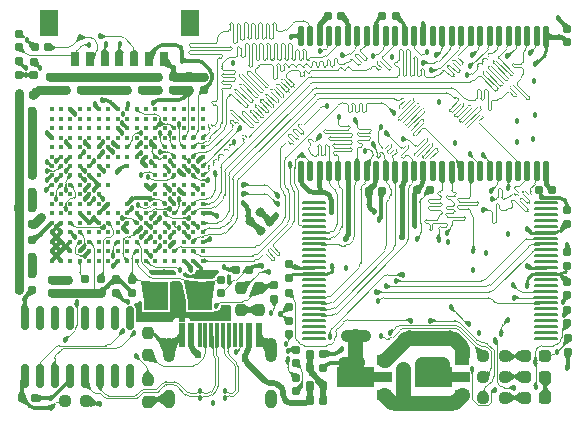
<source format=gtl>
G04 #@! TF.GenerationSoftware,KiCad,Pcbnew,7.0.1-0*
G04 #@! TF.CreationDate,2023-05-01T16:00:43+08:00*
G04 #@! TF.ProjectId,slimarm_almond_mini,736c696d-6172-46d5-9f61-6c6d6f6e645f,rev?*
G04 #@! TF.SameCoordinates,Original*
G04 #@! TF.FileFunction,Copper,L1,Top*
G04 #@! TF.FilePolarity,Positive*
%FSLAX46Y46*%
G04 Gerber Fmt 4.6, Leading zero omitted, Abs format (unit mm)*
G04 Created by KiCad (PCBNEW 7.0.1-0) date 2023-05-01 16:00:43*
%MOMM*%
%LPD*%
G01*
G04 APERTURE LIST*
G04 Aperture macros list*
%AMRoundRect*
0 Rectangle with rounded corners*
0 $1 Rounding radius*
0 $2 $3 $4 $5 $6 $7 $8 $9 X,Y pos of 4 corners*
0 Add a 4 corners polygon primitive as box body*
4,1,4,$2,$3,$4,$5,$6,$7,$8,$9,$2,$3,0*
0 Add four circle primitives for the rounded corners*
1,1,$1+$1,$2,$3*
1,1,$1+$1,$4,$5*
1,1,$1+$1,$6,$7*
1,1,$1+$1,$8,$9*
0 Add four rect primitives between the rounded corners*
20,1,$1+$1,$2,$3,$4,$5,0*
20,1,$1+$1,$4,$5,$6,$7,0*
20,1,$1+$1,$6,$7,$8,$9,0*
20,1,$1+$1,$8,$9,$2,$3,0*%
%AMFreePoly0*
4,1,9,3.862500,-0.866500,0.737500,-0.866500,0.737500,-0.450000,-0.737500,-0.450000,-0.737500,0.450000,0.737500,0.450000,0.737500,0.866500,3.862500,0.866500,3.862500,-0.866500,3.862500,-0.866500,$1*%
G04 Aperture macros list end*
G04 #@! TA.AperFunction,SMDPad,CuDef*
%ADD10RoundRect,0.155000X0.212500X0.155000X-0.212500X0.155000X-0.212500X-0.155000X0.212500X-0.155000X0*%
G04 #@! TD*
G04 #@! TA.AperFunction,SMDPad,CuDef*
%ADD11RoundRect,0.237500X-0.237500X0.250000X-0.237500X-0.250000X0.237500X-0.250000X0.237500X0.250000X0*%
G04 #@! TD*
G04 #@! TA.AperFunction,SMDPad,CuDef*
%ADD12RoundRect,0.155000X-0.155000X0.212500X-0.155000X-0.212500X0.155000X-0.212500X0.155000X0.212500X0*%
G04 #@! TD*
G04 #@! TA.AperFunction,SMDPad,CuDef*
%ADD13RoundRect,0.155000X-0.212500X-0.155000X0.212500X-0.155000X0.212500X0.155000X-0.212500X0.155000X0*%
G04 #@! TD*
G04 #@! TA.AperFunction,SMDPad,CuDef*
%ADD14C,0.410000*%
G04 #@! TD*
G04 #@! TA.AperFunction,SMDPad,CuDef*
%ADD15RoundRect,0.237500X0.287500X0.237500X-0.287500X0.237500X-0.287500X-0.237500X0.287500X-0.237500X0*%
G04 #@! TD*
G04 #@! TA.AperFunction,SMDPad,CuDef*
%ADD16RoundRect,0.155000X0.155000X-0.212500X0.155000X0.212500X-0.155000X0.212500X-0.155000X-0.212500X0*%
G04 #@! TD*
G04 #@! TA.AperFunction,SMDPad,CuDef*
%ADD17R,1.300000X0.900000*%
G04 #@! TD*
G04 #@! TA.AperFunction,SMDPad,CuDef*
%ADD18FreePoly0,180.000000*%
G04 #@! TD*
G04 #@! TA.AperFunction,SMDPad,CuDef*
%ADD19R,0.711200X1.270000*%
G04 #@! TD*
G04 #@! TA.AperFunction,SMDPad,CuDef*
%ADD20R,1.600200X2.209800*%
G04 #@! TD*
G04 #@! TA.AperFunction,SMDPad,CuDef*
%ADD21RoundRect,0.155000X-0.040659X-0.259862X0.259862X0.040659X0.040659X0.259862X-0.259862X-0.040659X0*%
G04 #@! TD*
G04 #@! TA.AperFunction,SMDPad,CuDef*
%ADD22RoundRect,0.127000X0.127000X-0.719900X0.127000X0.719900X-0.127000X0.719900X-0.127000X-0.719900X0*%
G04 #@! TD*
G04 #@! TA.AperFunction,SMDPad,CuDef*
%ADD23RoundRect,0.063500X0.952500X0.063500X-0.952500X0.063500X-0.952500X-0.063500X0.952500X-0.063500X0*%
G04 #@! TD*
G04 #@! TA.AperFunction,SMDPad,CuDef*
%ADD24RoundRect,0.150000X0.150000X-0.825000X0.150000X0.825000X-0.150000X0.825000X-0.150000X-0.825000X0*%
G04 #@! TD*
G04 #@! TA.AperFunction,SMDPad,CuDef*
%ADD25RoundRect,0.237500X0.237500X-0.250000X0.237500X0.250000X-0.237500X0.250000X-0.237500X-0.250000X0*%
G04 #@! TD*
G04 #@! TA.AperFunction,SMDPad,CuDef*
%ADD26RoundRect,0.237500X-0.250000X-0.237500X0.250000X-0.237500X0.250000X0.237500X-0.250000X0.237500X0*%
G04 #@! TD*
G04 #@! TA.AperFunction,SMDPad,CuDef*
%ADD27R,2.000000X2.400000*%
G04 #@! TD*
G04 #@! TA.AperFunction,SMDPad,CuDef*
%ADD28R,0.600000X1.450000*%
G04 #@! TD*
G04 #@! TA.AperFunction,SMDPad,CuDef*
%ADD29R,0.300000X2.000000*%
G04 #@! TD*
G04 #@! TA.AperFunction,SMDPad,CuDef*
%ADD30R,0.600000X2.000000*%
G04 #@! TD*
G04 #@! TA.AperFunction,ComponentPad*
%ADD31O,1.000000X2.100000*%
G04 #@! TD*
G04 #@! TA.AperFunction,ComponentPad*
%ADD32O,1.000000X1.600000*%
G04 #@! TD*
G04 #@! TA.AperFunction,ViaPad*
%ADD33C,0.609600*%
G04 #@! TD*
G04 #@! TA.AperFunction,ViaPad*
%ADD34C,0.457200*%
G04 #@! TD*
G04 #@! TA.AperFunction,Conductor*
%ADD35C,0.304800*%
G04 #@! TD*
G04 #@! TA.AperFunction,Conductor*
%ADD36C,0.101600*%
G04 #@! TD*
G04 #@! TA.AperFunction,Conductor*
%ADD37C,0.111760*%
G04 #@! TD*
G04 #@! TA.AperFunction,Conductor*
%ADD38C,0.508000*%
G04 #@! TD*
G04 #@! TA.AperFunction,Conductor*
%ADD39C,1.270000*%
G04 #@! TD*
G04 #@! TA.AperFunction,Conductor*
%ADD40C,0.457200*%
G04 #@! TD*
G04 #@! TA.AperFunction,Conductor*
%ADD41C,0.254000*%
G04 #@! TD*
G04 #@! TA.AperFunction,Conductor*
%ADD42C,0.381000*%
G04 #@! TD*
G04 #@! TA.AperFunction,Conductor*
%ADD43C,0.762000*%
G04 #@! TD*
G04 #@! TA.AperFunction,Conductor*
%ADD44C,1.016000*%
G04 #@! TD*
G04 APERTURE END LIST*
D10*
G04 #@! TO.P,C48,1*
G04 #@! TO.N,GND*
X48857500Y-44460000D03*
G04 #@! TO.P,C48,2*
G04 #@! TO.N,+5V*
X47722500Y-44460000D03*
G04 #@! TD*
D11*
G04 #@! TO.P,R7,1*
G04 #@! TO.N,GND*
X34000000Y-40057500D03*
G04 #@! TO.P,R7,2*
G04 #@! TO.N,Net-(J4-CC1)*
X34000000Y-41882500D03*
G04 #@! TD*
D12*
G04 #@! TO.P,C21,1*
G04 #@! TO.N,GND*
X25710000Y-18342500D03*
G04 #@! TO.P,C21,2*
G04 #@! TO.N,+3V3*
X25710000Y-19477500D03*
G04 #@! TD*
G04 #@! TO.P,C40,1*
G04 #@! TO.N,GND*
X30950000Y-18322500D03*
G04 #@! TO.P,C40,2*
G04 #@! TO.N,+1V8*
X30950000Y-19457500D03*
G04 #@! TD*
D13*
G04 #@! TO.P,C14,1*
G04 #@! TO.N,GND*
X49262500Y-13180000D03*
G04 #@! TO.P,C14,2*
G04 #@! TO.N,+3V3*
X50397500Y-13180000D03*
G04 #@! TD*
D12*
G04 #@! TO.P,C35,1*
G04 #@! TO.N,GND*
X31310000Y-35500000D03*
G04 #@! TO.P,C35,2*
G04 #@! TO.N,+1V8*
X31310000Y-36635000D03*
G04 #@! TD*
D13*
G04 #@! TO.P,C43,1*
G04 #@! TO.N,GND*
X23085000Y-25340000D03*
G04 #@! TO.P,C43,2*
G04 #@! TO.N,+1V8*
X24220000Y-25340000D03*
G04 #@! TD*
D14*
G04 #@! TO.P,IC1,A1,DATA19*
G04 #@! TO.N,unconnected-(IC1-DATA19-PadA1)*
X38650000Y-21100000D03*
G04 #@! TO.P,IC1,A2,DATA18*
G04 #@! TO.N,unconnected-(IC1-DATA18-PadA2)*
X38650000Y-21900000D03*
G04 #@! TO.P,IC1,A3,DATA16*
G04 #@! TO.N,unconnected-(IC1-DATA16-PadA3)*
X38650000Y-22700000D03*
G04 #@! TO.P,IC1,A4,DATA15*
G04 #@! TO.N,/BUS_DAT15*
X38650000Y-23500000D03*
G04 #@! TO.P,IC1,A5,DATA11*
G04 #@! TO.N,/BUS_DAT11*
X38650000Y-24300000D03*
G04 #@! TO.P,IC1,A6,VDDMOP_1*
G04 #@! TO.N,+3V3*
X38650000Y-25100000D03*
G04 #@! TO.P,IC1,A7,DATA6*
G04 #@! TO.N,/BUS_DAT6*
X38650000Y-25900000D03*
G04 #@! TO.P,IC1,A8,DATA1*
G04 #@! TO.N,/BUS_DAT1*
X38650000Y-26700000D03*
G04 #@! TO.P,IC1,A9,ADDR21/GPA6*
G04 #@! TO.N,unconnected-(IC1-ADDR21{slash}GPA6-PadA9)*
X38650000Y-27500000D03*
G04 #@! TO.P,IC1,A10,ADDR16/GPA1*
G04 #@! TO.N,unconnected-(IC1-ADDR16{slash}GPA1-PadA10)*
X38650000Y-28300000D03*
G04 #@! TO.P,IC1,A11,ADDR13*
G04 #@! TO.N,/BUS_ADR13*
X38650000Y-29100000D03*
G04 #@! TO.P,IC1,A12,VSSMOP_1*
G04 #@! TO.N,GND*
X38650000Y-29900000D03*
G04 #@! TO.P,IC1,A13,ADDR6*
G04 #@! TO.N,/BUS_ADR6*
X38650000Y-30700000D03*
G04 #@! TO.P,IC1,A14,ADDR2*
G04 #@! TO.N,/BUS_ADR2*
X38650000Y-31500000D03*
G04 #@! TO.P,IC1,A15,VDDMOP_2*
G04 #@! TO.N,+3V3*
X38650000Y-32300000D03*
G04 #@! TO.P,IC1,A16,NBE3:NWBE3:DQM3*
G04 #@! TO.N,unconnected-(IC1-NBE3:NWBE3:DQM3-PadA16)*
X38650000Y-33100000D03*
G04 #@! TO.P,IC1,A17,NBE0:NWBE0:DQM0*
G04 #@! TO.N,/DRAM_DQML*
X38650000Y-33900000D03*
G04 #@! TO.P,IC1,B1,DATA22*
G04 #@! TO.N,unconnected-(IC1-DATA22-PadB1)*
X37850000Y-21100000D03*
G04 #@! TO.P,IC1,B2,DATA20*
G04 #@! TO.N,unconnected-(IC1-DATA20-PadB2)*
X37850000Y-21900000D03*
G04 #@! TO.P,IC1,B3,DATA17*
G04 #@! TO.N,unconnected-(IC1-DATA17-PadB3)*
X37850000Y-22700000D03*
G04 #@! TO.P,IC1,B4,VDDMOP_3*
G04 #@! TO.N,+3V3*
X37850000Y-23500000D03*
G04 #@! TO.P,IC1,B5,DATA13*
G04 #@! TO.N,/BUS_DAT13*
X37850000Y-24300000D03*
G04 #@! TO.P,IC1,B6,DATA9*
G04 #@! TO.N,/BUS_DAT9*
X37850000Y-25100000D03*
G04 #@! TO.P,IC1,B7,DATA5*
G04 #@! TO.N,/BUS_DAT5*
X37850000Y-25900000D03*
G04 #@! TO.P,IC1,B8,DATA0*
G04 #@! TO.N,/BUS_DAT0*
X37850000Y-26700000D03*
G04 #@! TO.P,IC1,B9,ADDR24/GPA9*
G04 #@! TO.N,/BUS_ADR24*
X37850000Y-27500000D03*
G04 #@! TO.P,IC1,B10,ADDR17/GPA2*
G04 #@! TO.N,unconnected-(IC1-ADDR17{slash}GPA2-PadB10)*
X37850000Y-28300000D03*
G04 #@! TO.P,IC1,B11,ADDR12*
G04 #@! TO.N,/BUS_ADR12*
X37850000Y-29100000D03*
G04 #@! TO.P,IC1,B12,ADDR8*
G04 #@! TO.N,/BUS_ADR8*
X37850000Y-29900000D03*
G04 #@! TO.P,IC1,B13,ADDR4*
G04 #@! TO.N,/BUS_ADR4*
X37850000Y-30700000D03*
G04 #@! TO.P,IC1,B14,ADDR0/GPA0*
G04 #@! TO.N,unconnected-(IC1-ADDR0{slash}GPA0-PadB14)*
X37850000Y-31500000D03*
G04 #@! TO.P,IC1,B15,NSRAS*
G04 #@! TO.N,/DRAM_NSRAS*
X37850000Y-32300000D03*
G04 #@! TO.P,IC1,B16,NBE1:NWBE1:DQM1*
G04 #@! TO.N,/DRAM_DQMU*
X37850000Y-33100000D03*
G04 #@! TO.P,IC1,B17,VSSI_1*
G04 #@! TO.N,GND*
X37850000Y-33900000D03*
G04 #@! TO.P,IC1,C1,DATA24*
G04 #@! TO.N,unconnected-(IC1-DATA24-PadC1)*
X37050000Y-21100000D03*
G04 #@! TO.P,IC1,C2,DATA23*
G04 #@! TO.N,unconnected-(IC1-DATA23-PadC2)*
X37050000Y-21900000D03*
G04 #@! TO.P,IC1,C3,DATA21*
G04 #@! TO.N,unconnected-(IC1-DATA21-PadC3)*
X37050000Y-22700000D03*
G04 #@! TO.P,IC1,C4,VDDI_1*
G04 #@! TO.N,+1V8*
X37050000Y-23500000D03*
G04 #@! TO.P,IC1,C5,DATA12*
G04 #@! TO.N,/BUS_DAT12*
X37050000Y-24300000D03*
G04 #@! TO.P,IC1,C6,DATA7*
G04 #@! TO.N,/BUS_DAT7*
X37050000Y-25100000D03*
G04 #@! TO.P,IC1,C7,DATA4*
G04 #@! TO.N,/BUS_DAT4*
X37050000Y-25900000D03*
G04 #@! TO.P,IC1,C8,VDDI_2*
G04 #@! TO.N,+1V8*
X37050000Y-26700000D03*
G04 #@! TO.P,IC1,C9,ADDR25/GPA10*
G04 #@! TO.N,unconnected-(IC1-ADDR25{slash}GPA10-PadC9)*
X37050000Y-27500000D03*
G04 #@! TO.P,IC1,C10,VSSMOP_2*
G04 #@! TO.N,GND*
X37050000Y-28300000D03*
G04 #@! TO.P,IC1,C11,ADDR14*
G04 #@! TO.N,unconnected-(IC1-ADDR14-PadC11)*
X37050000Y-29100000D03*
G04 #@! TO.P,IC1,C12,ADDR7*
G04 #@! TO.N,/BUS_ADR7*
X37050000Y-29900000D03*
G04 #@! TO.P,IC1,C13,ADDR3*
G04 #@! TO.N,/BUS_ADR3*
X37050000Y-30700000D03*
G04 #@! TO.P,IC1,C14,NSCAS*
G04 #@! TO.N,/DRAM_NSCAS*
X37050000Y-31500000D03*
G04 #@! TO.P,IC1,C15,NBE2:NWBE2:DQM2*
G04 #@! TO.N,unconnected-(IC1-NBE2:NWBE2:DQM2-PadC15)*
X37050000Y-32300000D03*
G04 #@! TO.P,IC1,C16,NOE*
G04 #@! TO.N,unconnected-(IC1-NOE-PadC16)*
X37050000Y-33100000D03*
G04 #@! TO.P,IC1,C17,VDDI_3*
G04 #@! TO.N,+1V8*
X37050000Y-33900000D03*
G04 #@! TO.P,IC1,D1,DATA27*
G04 #@! TO.N,unconnected-(IC1-DATA27-PadD1)*
X36250000Y-21100000D03*
G04 #@! TO.P,IC1,D2,DATA25*
G04 #@! TO.N,unconnected-(IC1-DATA25-PadD2)*
X36250000Y-21900000D03*
G04 #@! TO.P,IC1,D3,VSSMOP_3*
G04 #@! TO.N,GND*
X36250000Y-22700000D03*
G04 #@! TO.P,IC1,D4,DATA26*
G04 #@! TO.N,unconnected-(IC1-DATA26-PadD4)*
X36250000Y-23500000D03*
G04 #@! TO.P,IC1,D5,DATA14*
G04 #@! TO.N,/BUS_DAT14*
X36250000Y-24300000D03*
G04 #@! TO.P,IC1,D6,DATA10*
G04 #@! TO.N,/BUS_DAT10*
X36250000Y-25100000D03*
G04 #@! TO.P,IC1,D7,DATA2*
G04 #@! TO.N,/BUS_DAT2*
X36250000Y-25900000D03*
G04 #@! TO.P,IC1,D8,VDDMOP_4*
G04 #@! TO.N,+3V3*
X36250000Y-26700000D03*
G04 #@! TO.P,IC1,D9,ADDR22/GPA7*
G04 #@! TO.N,unconnected-(IC1-ADDR22{slash}GPA7-PadD9)*
X36250000Y-27500000D03*
G04 #@! TO.P,IC1,D10,ADDR19/GPA4*
G04 #@! TO.N,unconnected-(IC1-ADDR19{slash}GPA4-PadD10)*
X36250000Y-28300000D03*
G04 #@! TO.P,IC1,D11,VDDI_4*
G04 #@! TO.N,+1V8*
X36250000Y-29100000D03*
G04 #@! TO.P,IC1,D12,ADDR10*
G04 #@! TO.N,/BUS_ADR10*
X36250000Y-29900000D03*
G04 #@! TO.P,IC1,D13,ADDR5*
G04 #@! TO.N,/BUS_ADR5*
X36250000Y-30700000D03*
G04 #@! TO.P,IC1,D14,ADDR1*
G04 #@! TO.N,/BUS_ADR1*
X36250000Y-31500000D03*
G04 #@! TO.P,IC1,D15,VSSMOP_4*
G04 #@! TO.N,GND*
X36250000Y-32300000D03*
G04 #@! TO.P,IC1,D16,SCKE*
G04 #@! TO.N,/DRAM_SCKE*
X36250000Y-33100000D03*
G04 #@! TO.P,IC1,D17,NGCS0*
G04 #@! TO.N,unconnected-(IC1-NGCS0-PadD17)*
X36250000Y-33900000D03*
G04 #@! TO.P,IC1,E1,DATA31*
G04 #@! TO.N,unconnected-(IC1-DATA31-PadE1)*
X35450000Y-21100000D03*
G04 #@! TO.P,IC1,E2,DATA29*
G04 #@! TO.N,unconnected-(IC1-DATA29-PadE2)*
X35450000Y-21900000D03*
G04 #@! TO.P,IC1,E3,DATA28*
G04 #@! TO.N,unconnected-(IC1-DATA28-PadE3)*
X35450000Y-22700000D03*
G04 #@! TO.P,IC1,E4,DATA30*
G04 #@! TO.N,unconnected-(IC1-DATA30-PadE4)*
X35450000Y-23500000D03*
G04 #@! TO.P,IC1,E5,VDDMOP_5*
G04 #@! TO.N,+3V3*
X35450000Y-24300000D03*
G04 #@! TO.P,IC1,E6,VSSMOP_5*
G04 #@! TO.N,GND*
X35450000Y-25100000D03*
G04 #@! TO.P,IC1,E7,DATA3*
G04 #@! TO.N,/BUS_DAT3*
X35450000Y-25900000D03*
G04 #@! TO.P,IC1,E8,ADDR26/GPA11*
G04 #@! TO.N,unconnected-(IC1-ADDR26{slash}GPA11-PadE8)*
X35450000Y-26700000D03*
G04 #@! TO.P,IC1,E9,ADDR23/GPA8*
G04 #@! TO.N,/BUS_ADR23*
X35450000Y-27500000D03*
G04 #@! TO.P,IC1,E10,ADDR18/GPA3*
G04 #@! TO.N,unconnected-(IC1-ADDR18{slash}GPA3-PadE10)*
X35450000Y-28300000D03*
G04 #@! TO.P,IC1,E11,VDDMOP_6*
G04 #@! TO.N,+3V3*
X35450000Y-29100000D03*
G04 #@! TO.P,IC1,E12,ADDR11*
G04 #@! TO.N,/BUS_ADR11*
X35450000Y-29900000D03*
G04 #@! TO.P,IC1,E13,NWE*
G04 #@! TO.N,/BUS_NWE*
X35450000Y-30700000D03*
G04 #@! TO.P,IC1,E14,NGCS3/GPA14*
G04 #@! TO.N,unconnected-(IC1-NGCS3{slash}GPA14-PadE14)*
X35450000Y-31500000D03*
G04 #@! TO.P,IC1,E15,NGCS1/GPA12*
G04 #@! TO.N,unconnected-(IC1-NGCS1{slash}GPA12-PadE15)*
X35450000Y-32300000D03*
G04 #@! TO.P,IC1,E16,NGCS2/GPA13*
G04 #@! TO.N,unconnected-(IC1-NGCS2{slash}GPA13-PadE16)*
X35450000Y-33100000D03*
G04 #@! TO.P,IC1,E17,NGCS4/GPA15*
G04 #@! TO.N,unconnected-(IC1-NGCS4{slash}GPA15-PadE17)*
X35450000Y-33900000D03*
G04 #@! TO.P,IC1,F1,TOUT1/GPB1*
G04 #@! TO.N,unconnected-(IC1-TOUT1{slash}GPB1-PadF1)*
X34650000Y-21100000D03*
G04 #@! TO.P,IC1,F2,TOUT0/GPB0*
G04 #@! TO.N,unconnected-(IC1-TOUT0{slash}GPB0-PadF2)*
X34650000Y-21900000D03*
G04 #@! TO.P,IC1,F3,VSSMOP_6*
G04 #@! TO.N,GND*
X34650000Y-22700000D03*
G04 #@! TO.P,IC1,F4,TOUT2/GPB2*
G04 #@! TO.N,unconnected-(IC1-TOUT2{slash}GPB2-PadF4)*
X34650000Y-23500000D03*
G04 #@! TO.P,IC1,F5,VSSOP_1*
G04 #@! TO.N,GND*
X34650000Y-24300000D03*
G04 #@! TO.P,IC1,F6,VSSI_2*
X34650000Y-25100000D03*
G04 #@! TO.P,IC1,F7,DATA8*
G04 #@! TO.N,/BUS_DAT8*
X34650000Y-25900000D03*
G04 #@! TO.P,IC1,F8,VSSMOP_7*
G04 #@! TO.N,GND*
X34650000Y-26700000D03*
G04 #@! TO.P,IC1,F9,VSSI_3*
X34650000Y-27500000D03*
G04 #@! TO.P,IC1,F10,ADDR20/GPA5*
G04 #@! TO.N,unconnected-(IC1-ADDR20{slash}GPA5-PadF10)*
X34650000Y-28300000D03*
G04 #@! TO.P,IC1,F11,VSSI_4*
G04 #@! TO.N,GND*
X34650000Y-29100000D03*
G04 #@! TO.P,IC1,F12,VSSMOP_8*
X34650000Y-29900000D03*
G04 #@! TO.P,IC1,F13,SCLK0*
G04 #@! TO.N,/DRAM_SCLK*
X34650000Y-30700000D03*
G04 #@! TO.P,IC1,F14,SCLK1*
G04 #@! TO.N,unconnected-(IC1-SCLK1-PadF14)*
X34650000Y-31500000D03*
G04 #@! TO.P,IC1,F15,NGCS5/GPA16*
G04 #@! TO.N,unconnected-(IC1-NGCS5{slash}GPA16-PadF15)*
X34650000Y-32300000D03*
G04 #@! TO.P,IC1,F16,NGCS6:NSCS0*
G04 #@! TO.N,/DRAM_CS*
X34650000Y-33100000D03*
G04 #@! TO.P,IC1,F17,NGCS7:NSCS1*
G04 #@! TO.N,unconnected-(IC1-NGCS7:NSCS1-PadF17)*
X34650000Y-33900000D03*
G04 #@! TO.P,IC1,G1,NXBACK/GPB5*
G04 #@! TO.N,unconnected-(IC1-NXBACK{slash}GPB5-PadG1)*
X33850000Y-21100000D03*
G04 #@! TO.P,IC1,G2,NXDACK1/GPB7*
G04 #@! TO.N,unconnected-(IC1-NXDACK1{slash}GPB7-PadG2)*
X33850000Y-21900000D03*
G04 #@! TO.P,IC1,G3,TOUT3/GPB3*
G04 #@! TO.N,unconnected-(IC1-TOUT3{slash}GPB3-PadG3)*
X33850000Y-22700000D03*
G04 #@! TO.P,IC1,G4,TCLK0/GPB4*
G04 #@! TO.N,unconnected-(IC1-TCLK0{slash}GPB4-PadG4)*
X33850000Y-23500000D03*
G04 #@! TO.P,IC1,G5,NXBREQ/GPB6*
G04 #@! TO.N,unconnected-(IC1-NXBREQ{slash}GPB6-PadG5)*
X33850000Y-24300000D03*
G04 #@! TO.P,IC1,G6,VDDALIVE_1*
G04 #@! TO.N,+1V8*
X33850000Y-25100000D03*
G04 #@! TO.P,IC1,G7,VDDIARM_1*
X33850000Y-25900000D03*
G04 #@! TO.P,IC1,G9,VSSMOP_9*
G04 #@! TO.N,GND*
X33850000Y-27500000D03*
G04 #@! TO.P,IC1,G11,ADDR15*
G04 #@! TO.N,unconnected-(IC1-ADDR15-PadG11)*
X33850000Y-29100000D03*
G04 #@! TO.P,IC1,G12,ADDR9*
G04 #@! TO.N,/BUS_ADR9*
X33850000Y-29900000D03*
G04 #@! TO.P,IC1,G13,NWAIT*
G04 #@! TO.N,/BUS_NWAIT*
X33850000Y-30700000D03*
G04 #@! TO.P,IC1,G14,ALE/GPA18*
G04 #@! TO.N,/NAND_ALE*
X33850000Y-31500000D03*
G04 #@! TO.P,IC1,G15,NFWE/GPA19*
G04 #@! TO.N,/NAND_NFWE*
X33850000Y-32300000D03*
G04 #@! TO.P,IC1,G16,NFRE/GPA20*
G04 #@! TO.N,/NAND_NFRE*
X33850000Y-33100000D03*
G04 #@! TO.P,IC1,G17,NFCE/GPA22*
G04 #@! TO.N,/NAND_NFCE*
X33850000Y-33900000D03*
G04 #@! TO.P,IC1,H1,VSSIARM_1*
G04 #@! TO.N,GND*
X33050000Y-21100000D03*
G04 #@! TO.P,IC1,H2,NXDACK0/GPB9*
G04 #@! TO.N,unconnected-(IC1-NXDACK0{slash}GPB9-PadH2)*
X33050000Y-21900000D03*
G04 #@! TO.P,IC1,H3,NXDREQ0/GPB10*
G04 #@! TO.N,unconnected-(IC1-NXDREQ0{slash}GPB10-PadH3)*
X33050000Y-22700000D03*
G04 #@! TO.P,IC1,H4,NXDREQ1/GPB8*
G04 #@! TO.N,unconnected-(IC1-NXDREQ1{slash}GPB8-PadH4)*
X33050000Y-23500000D03*
G04 #@! TO.P,IC1,H5,NTRST*
G04 #@! TO.N,/JTAG_NTRST*
X33050000Y-24300000D03*
G04 #@! TO.P,IC1,H6,TCK*
G04 #@! TO.N,/JTAG_TCK*
X33050000Y-25100000D03*
G04 #@! TO.P,IC1,H12,CLE/GPA17*
G04 #@! TO.N,/NAND_CLE*
X33050000Y-29900000D03*
G04 #@! TO.P,IC1,H13,VSSOP_2*
G04 #@! TO.N,GND*
X33050000Y-30700000D03*
G04 #@! TO.P,IC1,H14,VDDMOP_7*
G04 #@! TO.N,+3V3*
X33050000Y-31500000D03*
G04 #@! TO.P,IC1,H15,VSSI_5*
G04 #@! TO.N,GND*
X33050000Y-32300000D03*
G04 #@! TO.P,IC1,H16,XTOPLL*
G04 #@! TO.N,/XTAL_OUT*
X33050000Y-33100000D03*
G04 #@! TO.P,IC1,H17,XTIPLL*
G04 #@! TO.N,/XTAL_IN*
X33050000Y-33900000D03*
G04 #@! TO.P,IC1,J1,TDI*
G04 #@! TO.N,/JTAG_TDI*
X32250000Y-21100000D03*
G04 #@! TO.P,IC1,J2,VCLK:LCD_HCLK/GPC1*
G04 #@! TO.N,unconnected-(IC1-VCLK:LCD_HCLK{slash}GPC1-PadJ2)*
X32250000Y-21900000D03*
G04 #@! TO.P,IC1,J3,TMS*
G04 #@! TO.N,/JTAG_TMS*
X32250000Y-22700000D03*
G04 #@! TO.P,IC1,J4,LEND:STH/GPC0*
G04 #@! TO.N,unconnected-(IC1-LEND:STH{slash}GPC0-PadJ4)*
X32250000Y-23500000D03*
G04 #@! TO.P,IC1,J5,TDO*
G04 #@! TO.N,/JTAG_TDO*
X32250000Y-24300000D03*
G04 #@! TO.P,IC1,J6,VLINE:HSYNC:CPV/GPC2*
G04 #@! TO.N,unconnected-(IC1-VLINE:HSYNC:CPV{slash}GPC2-PadJ6)*
X32250000Y-25100000D03*
G04 #@! TO.P,IC1,J7,VSSIARM_2*
G04 #@! TO.N,GND*
X32250000Y-25900000D03*
G04 #@! TO.P,IC1,J11,EXTCLK*
G04 #@! TO.N,+3V3*
X32250000Y-29100000D03*
G04 #@! TO.P,IC1,J12,NRESET*
G04 #@! TO.N,/NRESET*
X32250000Y-29900000D03*
G04 #@! TO.P,IC1,J13,VDDI_5*
G04 #@! TO.N,+1V8*
X32250000Y-30700000D03*
G04 #@! TO.P,IC1,J14,VDDALIVE_2*
X32250000Y-31500000D03*
G04 #@! TO.P,IC1,J15,PWREN*
G04 #@! TO.N,unconnected-(IC1-PWREN-PadJ15)*
X32250000Y-32300000D03*
G04 #@! TO.P,IC1,J16,NRSTOUT/GPA21*
G04 #@! TO.N,unconnected-(IC1-NRSTOUT{slash}GPA21-PadJ16)*
X32250000Y-33100000D03*
G04 #@! TO.P,IC1,J17,NBATT_FLT*
G04 #@! TO.N,+3V3*
X32250000Y-33900000D03*
G04 #@! TO.P,IC1,K1,VDDOP_1*
X31450000Y-21100000D03*
G04 #@! TO.P,IC1,K2,VM:VDEN:TP/GPC4*
G04 #@! TO.N,unconnected-(IC1-VM:VDEN:TP{slash}GPC4-PadK2)*
X31450000Y-21900000D03*
G04 #@! TO.P,IC1,K3,VDDIARM_2*
G04 #@! TO.N,+1V8*
X31450000Y-22700000D03*
G04 #@! TO.P,IC1,K4,VFRAME:VSYNC:STV/GPC3*
G04 #@! TO.N,unconnected-(IC1-VFRAME:VSYNC:STV{slash}GPC3-PadK4)*
X31450000Y-23500000D03*
G04 #@! TO.P,IC1,K5,VSSOP_3*
G04 #@! TO.N,GND*
X31450000Y-24300000D03*
G04 #@! TO.P,IC1,K6,LCDVF0/GPC5*
G04 #@! TO.N,unconnected-(IC1-LCDVF0{slash}GPC5-PadK6)*
X31450000Y-25100000D03*
G04 #@! TO.P,IC1,K12,RXD2/NCTS1/GPH7*
G04 #@! TO.N,unconnected-(IC1-RXD2{slash}NCTS1{slash}GPH7-PadK12)*
X31450000Y-29900000D03*
G04 #@! TO.P,IC1,K13,TXD2/NRTS1/GPH6*
G04 #@! TO.N,unconnected-(IC1-TXD2{slash}NRTS1{slash}GPH6-PadK13)*
X31450000Y-30700000D03*
G04 #@! TO.P,IC1,K14,RXD1/GPH5*
G04 #@! TO.N,unconnected-(IC1-RXD1{slash}GPH5-PadK14)*
X31450000Y-31500000D03*
G04 #@! TO.P,IC1,K15,TXD0/GPH2*
G04 #@! TO.N,/UART_TX*
X31450000Y-32300000D03*
G04 #@! TO.P,IC1,K16,TXD1/GPH4*
G04 #@! TO.N,unconnected-(IC1-TXD1{slash}GPH4-PadK16)*
X31450000Y-33100000D03*
G04 #@! TO.P,IC1,K17,RXD0/GPH3*
G04 #@! TO.N,/UART_RX*
X31450000Y-33900000D03*
G04 #@! TO.P,IC1,L1,VD0/GPC8*
G04 #@! TO.N,unconnected-(IC1-VD0{slash}GPC8-PadL1)*
X30650000Y-21100000D03*
G04 #@! TO.P,IC1,L2,VD1/GPC9*
G04 #@! TO.N,unconnected-(IC1-VD1{slash}GPC9-PadL2)*
X30650000Y-21900000D03*
G04 #@! TO.P,IC1,L3,LCDVF2/GPC7*
G04 #@! TO.N,unconnected-(IC1-LCDVF2{slash}GPC7-PadL3)*
X30650000Y-22700000D03*
G04 #@! TO.P,IC1,L4,VD2/GPC10*
G04 #@! TO.N,unconnected-(IC1-VD2{slash}GPC10-PadL4)*
X30650000Y-23500000D03*
G04 #@! TO.P,IC1,L5,VDDIARM_3*
G04 #@! TO.N,+1V8*
X30650000Y-24300000D03*
G04 #@! TO.P,IC1,L6,LCDVF1/GPC6*
G04 #@! TO.N,unconnected-(IC1-LCDVF1{slash}GPC6-PadL6)*
X30650000Y-25100000D03*
G04 #@! TO.P,IC1,L7,IICSCL/GPE14*
G04 #@! TO.N,unconnected-(IC1-IICSCL{slash}GPE14-PadL7)*
X30650000Y-25900000D03*
G04 #@! TO.P,IC1,L9,EINT11/NSS1/GPG3*
G04 #@! TO.N,unconnected-(IC1-EINT11{slash}NSS1{slash}GPG3-PadL9)*
X30650000Y-27500000D03*
G04 #@! TO.P,IC1,L11,VDDI_UPLL*
G04 #@! TO.N,+1V8*
X30650000Y-29100000D03*
G04 #@! TO.P,IC1,L12,NRTS0/GPH1*
G04 #@! TO.N,unconnected-(IC1-NRTS0{slash}GPH1-PadL12)*
X30650000Y-29900000D03*
G04 #@! TO.P,IC1,L13,UPLLCAP*
G04 #@! TO.N,Net-(IC1-UPLLCAP)*
X30650000Y-30700000D03*
G04 #@! TO.P,IC1,L14,NCTS0/GPH0*
G04 #@! TO.N,unconnected-(IC1-NCTS0{slash}GPH0-PadL14)*
X30650000Y-31500000D03*
G04 #@! TO.P,IC1,L15,EINT6/GPF6*
G04 #@! TO.N,unconnected-(IC1-EINT6{slash}GPF6-PadL15)*
X30650000Y-32300000D03*
G04 #@! TO.P,IC1,L16,UEXTCLK/GPH8*
G04 #@! TO.N,unconnected-(IC1-UEXTCLK{slash}GPH8-PadL16)*
X30650000Y-33100000D03*
G04 #@! TO.P,IC1,L17,EINT7/GPF7*
G04 #@! TO.N,unconnected-(IC1-EINT7{slash}GPF7-PadL17)*
X30650000Y-33900000D03*
G04 #@! TO.P,IC1,M1,VSSIARM_3*
G04 #@! TO.N,GND*
X29850000Y-21100000D03*
G04 #@! TO.P,IC1,M2,VD5/GPC13*
G04 #@! TO.N,unconnected-(IC1-VD5{slash}GPC13-PadM2)*
X29850000Y-21900000D03*
G04 #@! TO.P,IC1,M3,VD3/GPC11*
G04 #@! TO.N,unconnected-(IC1-VD3{slash}GPC11-PadM3)*
X29850000Y-22700000D03*
G04 #@! TO.P,IC1,M4,VD4/GPC12*
G04 #@! TO.N,unconnected-(IC1-VD4{slash}GPC12-PadM4)*
X29850000Y-23500000D03*
G04 #@! TO.P,IC1,M5,VSSIARM_4*
G04 #@! TO.N,GND*
X29850000Y-24300000D03*
G04 #@! TO.P,IC1,M6,VDDOP_2*
G04 #@! TO.N,+3V3*
X29850000Y-25100000D03*
G04 #@! TO.P,IC1,M7,VDDIARM_4*
G04 #@! TO.N,+1V8*
X29850000Y-25900000D03*
G04 #@! TO.P,IC1,M8,IICSDA/GPE15*
G04 #@! TO.N,unconnected-(IC1-IICSDA{slash}GPE15-PadM8)*
X29850000Y-26700000D03*
G04 #@! TO.P,IC1,M9,VSSIARM_5*
G04 #@! TO.N,GND*
X29850000Y-27500000D03*
G04 #@! TO.P,IC1,M10,DP1/PDP0*
G04 #@! TO.N,/USB_DP*
X29850000Y-28300000D03*
G04 #@! TO.P,IC1,M11,EINT23/NYPON/GPG15*
G04 #@! TO.N,unconnected-(IC1-EINT23{slash}NYPON{slash}GPG15-PadM11)*
X29850000Y-29100000D03*
G04 #@! TO.P,IC1,M12,RTCVDD*
G04 #@! TO.N,+1V8*
X29850000Y-29900000D03*
G04 #@! TO.P,IC1,M13,VSSI_MPLL*
G04 #@! TO.N,GND*
X29850000Y-30700000D03*
G04 #@! TO.P,IC1,M14,EINT5/GPF5*
G04 #@! TO.N,unconnected-(IC1-EINT5{slash}GPF5-PadM14)*
X29850000Y-31500000D03*
G04 #@! TO.P,IC1,M15,EINT4/GPF4*
G04 #@! TO.N,unconnected-(IC1-EINT4{slash}GPF4-PadM15)*
X29850000Y-32300000D03*
G04 #@! TO.P,IC1,M16,EINT2/GPF2*
G04 #@! TO.N,unconnected-(IC1-EINT2{slash}GPF2-PadM16)*
X29850000Y-33100000D03*
G04 #@! TO.P,IC1,M17,EINT3/GPF3*
G04 #@! TO.N,unconnected-(IC1-EINT3{slash}GPF3-PadM17)*
X29850000Y-33900000D03*
G04 #@! TO.P,IC1,N1,VD6/GPC14*
G04 #@! TO.N,unconnected-(IC1-VD6{slash}GPC14-PadN1)*
X29050000Y-21100000D03*
G04 #@! TO.P,IC1,N2,VD8/GPD0*
G04 #@! TO.N,unconnected-(IC1-VD8{slash}GPD0-PadN2)*
X29050000Y-21900000D03*
G04 #@! TO.P,IC1,N3,VD7/GPC15*
G04 #@! TO.N,unconnected-(IC1-VD7{slash}GPC15-PadN3)*
X29050000Y-22700000D03*
G04 #@! TO.P,IC1,N4,VD9/GPD1*
G04 #@! TO.N,unconnected-(IC1-VD9{slash}GPD1-PadN4)*
X29050000Y-23500000D03*
G04 #@! TO.P,IC1,N5,VDDIARM_5*
G04 #@! TO.N,+1V8*
X29050000Y-24300000D03*
G04 #@! TO.P,IC1,N6,CDCLK/GPE2*
G04 #@! TO.N,unconnected-(IC1-CDCLK{slash}GPE2-PadN6)*
X29050000Y-25100000D03*
G04 #@! TO.P,IC1,N7,SDDAT1/GPE8*
G04 #@! TO.N,/SD_DAT1*
X29050000Y-25900000D03*
G04 #@! TO.P,IC1,N8,VSSIARM_6*
G04 #@! TO.N,GND*
X29050000Y-26700000D03*
G04 #@! TO.P,IC1,N9,VDDOP_3*
G04 #@! TO.N,+3V3*
X29050000Y-27500000D03*
G04 #@! TO.P,IC1,N10,VDDIARM_6*
G04 #@! TO.N,+1V8*
X29050000Y-28300000D03*
G04 #@! TO.P,IC1,N11,DN1/PDN0*
G04 #@! TO.N,/USB_DN*
X29050000Y-29100000D03*
G04 #@! TO.P,IC1,N12,VREF*
G04 #@! TO.N,unconnected-(IC1-VREF-PadN12)*
X29050000Y-29900000D03*
G04 #@! TO.P,IC1,N13,AIN7*
G04 #@! TO.N,GND*
X29050000Y-30700000D03*
G04 #@! TO.P,IC1,N14,EINT0/GPF0*
G04 #@! TO.N,unconnected-(IC1-EINT0{slash}GPF0-PadN14)*
X29050000Y-31500000D03*
G04 #@! TO.P,IC1,N15,VSSI_UPLL*
G04 #@! TO.N,GND*
X29050000Y-32300000D03*
G04 #@! TO.P,IC1,N16,VDDOP_4*
G04 #@! TO.N,+3V3*
X29050000Y-33100000D03*
G04 #@! TO.P,IC1,N17,EINT1/GPF1*
G04 #@! TO.N,unconnected-(IC1-EINT1{slash}GPF1-PadN17)*
X29050000Y-33900000D03*
G04 #@! TO.P,IC1,P1,VD10/GPD2*
G04 #@! TO.N,unconnected-(IC1-VD10{slash}GPD2-PadP1)*
X28250000Y-21100000D03*
G04 #@! TO.P,IC1,P2,VD12/GPD4*
G04 #@! TO.N,unconnected-(IC1-VD12{slash}GPD4-PadP2)*
X28250000Y-21900000D03*
G04 #@! TO.P,IC1,P3,VD11/GPD3*
G04 #@! TO.N,unconnected-(IC1-VD11{slash}GPD3-PadP3)*
X28250000Y-22700000D03*
G04 #@! TO.P,IC1,P4,VD23/NSS0/GPD15*
G04 #@! TO.N,unconnected-(IC1-VD23{slash}NSS0{slash}GPD15-PadP4)*
X28250000Y-23500000D03*
G04 #@! TO.P,IC1,P5,I2SSCLK/GPE1*
G04 #@! TO.N,unconnected-(IC1-I2SSCLK{slash}GPE1-PadP5)*
X28250000Y-24300000D03*
G04 #@! TO.P,IC1,P6,SDCMD/GPE6*
G04 #@! TO.N,/SD_CMD*
X28250000Y-25100000D03*
G04 #@! TO.P,IC1,P7,SDDAT2/GPE9*
G04 #@! TO.N,/SD_DAT2*
X28250000Y-25900000D03*
G04 #@! TO.P,IC1,P8,SPICLK0/GPE13*
G04 #@! TO.N,/SPI0_CLK*
X28250000Y-26700000D03*
G04 #@! TO.P,IC1,P9,EINT12/LCD_PWREN/GPG4*
G04 #@! TO.N,unconnected-(IC1-EINT12{slash}LCD_PWREN{slash}GPG4-PadP9)*
X28250000Y-27500000D03*
G04 #@! TO.P,IC1,P10,EINT18/GPG10*
G04 #@! TO.N,unconnected-(IC1-EINT18{slash}GPG10-PadP10)*
X28250000Y-28300000D03*
G04 #@! TO.P,IC1,P11,EINT20/XMON/GPG12*
G04 #@! TO.N,unconnected-(IC1-EINT20{slash}XMON{slash}GPG12-PadP11)*
X28250000Y-29100000D03*
G04 #@! TO.P,IC1,P12,VSSOP_4*
G04 #@! TO.N,GND*
X28250000Y-29900000D03*
G04 #@! TO.P,IC1,P13,DP0*
G04 #@! TO.N,unconnected-(IC1-DP0-PadP13)*
X28250000Y-30700000D03*
G04 #@! TO.P,IC1,P14,VDDI_MPLL*
G04 #@! TO.N,+1V8*
X28250000Y-31500000D03*
G04 #@! TO.P,IC1,P15,VDDA_ADC*
G04 #@! TO.N,+3V3*
X28250000Y-32300000D03*
G04 #@! TO.P,IC1,P16,XTIRTC*
G04 #@! TO.N,+1V8*
X28250000Y-33100000D03*
G04 #@! TO.P,IC1,P17,MPLLCAP*
G04 #@! TO.N,Net-(IC1-MPLLCAP)*
X28250000Y-33900000D03*
G04 #@! TO.P,IC1,R1,VDDIARM_7*
G04 #@! TO.N,+1V8*
X27450000Y-21100000D03*
G04 #@! TO.P,IC1,R2,VD14/GPD6*
G04 #@! TO.N,unconnected-(IC1-VD14{slash}GPD6-PadR2)*
X27450000Y-21900000D03*
G04 #@! TO.P,IC1,R3,VD17/GPD9*
G04 #@! TO.N,unconnected-(IC1-VD17{slash}GPD9-PadR3)*
X27450000Y-22700000D03*
G04 #@! TO.P,IC1,R4,VD18/GPD10*
G04 #@! TO.N,unconnected-(IC1-VD18{slash}GPD10-PadR4)*
X27450000Y-23500000D03*
G04 #@! TO.P,IC1,R5,VSSOP_5*
G04 #@! TO.N,GND*
X27450000Y-24300000D03*
G04 #@! TO.P,IC1,R6,SDDAT0/GPE7*
G04 #@! TO.N,/SD_DAT0*
X27450000Y-25100000D03*
G04 #@! TO.P,IC1,R7,SDDAT3/GPE10*
G04 #@! TO.N,/SD_DAT3*
X27450000Y-25900000D03*
G04 #@! TO.P,IC1,R8,EINT8/GPG0*
G04 #@! TO.N,/GPIO_G0*
X27450000Y-26700000D03*
G04 #@! TO.P,IC1,R9,EINT14/SPIMOSI1/GPG6*
G04 #@! TO.N,/SD_DET*
X27450000Y-27500000D03*
G04 #@! TO.P,IC1,R10,EINT15/SPICLK1/GPG7*
G04 #@! TO.N,unconnected-(IC1-EINT15{slash}SPICLK1{slash}GPG7-PadR10)*
X27450000Y-28300000D03*
G04 #@! TO.P,IC1,R11,EINT19/TCLK1/GPG11*
G04 #@! TO.N,unconnected-(IC1-EINT19{slash}TCLK1{slash}GPG11-PadR11)*
X27450000Y-29100000D03*
G04 #@! TO.P,IC1,R12,CLKOUT0/GPH9*
G04 #@! TO.N,unconnected-(IC1-CLKOUT0{slash}GPH9-PadR12)*
X27450000Y-29900000D03*
G04 #@! TO.P,IC1,R13,R/NB*
G04 #@! TO.N,/NAND_RNB*
X27450000Y-30700000D03*
G04 #@! TO.P,IC1,R14,OM0*
G04 #@! TO.N,/OM0*
X27450000Y-31500000D03*
G04 #@! TO.P,IC1,R15,AIN4*
G04 #@! TO.N,GND*
X27450000Y-32300000D03*
G04 #@! TO.P,IC1,R16,AIN6*
X27450000Y-33100000D03*
G04 #@! TO.P,IC1,R17,XTORTC*
G04 #@! TO.N,unconnected-(IC1-XTORTC-PadR17)*
X27450000Y-33900000D03*
G04 #@! TO.P,IC1,T1,VD13/GPD5*
G04 #@! TO.N,unconnected-(IC1-VD13{slash}GPD5-PadT1)*
X26650000Y-21100000D03*
G04 #@! TO.P,IC1,T2,VD16/GPD8*
G04 #@! TO.N,unconnected-(IC1-VD16{slash}GPD8-PadT2)*
X26650000Y-21900000D03*
G04 #@! TO.P,IC1,T3,VD20/GPD12*
G04 #@! TO.N,unconnected-(IC1-VD20{slash}GPD12-PadT3)*
X26650000Y-22700000D03*
G04 #@! TO.P,IC1,T4,VD22/NSS1/GPD14*
G04 #@! TO.N,unconnected-(IC1-VD22{slash}NSS1{slash}GPD14-PadT4)*
X26650000Y-23500000D03*
G04 #@! TO.P,IC1,T5,I2SLRCK/GPE0*
G04 #@! TO.N,unconnected-(IC1-I2SLRCK{slash}GPE0-PadT5)*
X26650000Y-24300000D03*
G04 #@! TO.P,IC1,T6,SDCLK/GPE5*
G04 #@! TO.N,/SD_CLK*
X26650000Y-25100000D03*
G04 #@! TO.P,IC1,T7,SPIMISO0/GPE11*
G04 #@! TO.N,/SPI0_MISO*
X26650000Y-25900000D03*
G04 #@! TO.P,IC1,T8,EINT10/NSS0/GPG2*
G04 #@! TO.N,/GPIO_G2*
X26650000Y-26700000D03*
G04 #@! TO.P,IC1,T9,VSSOP_6*
G04 #@! TO.N,GND*
X26650000Y-27500000D03*
G04 #@! TO.P,IC1,T10,EINT17/GPG9*
G04 #@! TO.N,unconnected-(IC1-EINT17{slash}GPG9-PadT10)*
X26650000Y-28300000D03*
G04 #@! TO.P,IC1,T11,EINT22/YMON/GPG14*
G04 #@! TO.N,unconnected-(IC1-EINT22{slash}YMON{slash}GPG14-PadT11)*
X26650000Y-29100000D03*
G04 #@! TO.P,IC1,T12,DN0*
G04 #@! TO.N,unconnected-(IC1-DN0-PadT12)*
X26650000Y-29900000D03*
G04 #@! TO.P,IC1,T13,OM3*
G04 #@! TO.N,GND*
X26650000Y-30700000D03*
G04 #@! TO.P,IC1,T14,VSSA_ADC*
X26650000Y-31500000D03*
G04 #@! TO.P,IC1,T15,AIN1*
X26650000Y-32300000D03*
G04 #@! TO.P,IC1,T16,AIN3*
X26650000Y-33100000D03*
G04 #@! TO.P,IC1,T17,AIN5*
X26650000Y-33900000D03*
G04 #@! TO.P,IC1,U1,VD15/GPD7*
G04 #@! TO.N,unconnected-(IC1-VD15{slash}GPD7-PadU1)*
X25850000Y-21100000D03*
G04 #@! TO.P,IC1,U2,VD19/GPD11*
G04 #@! TO.N,unconnected-(IC1-VD19{slash}GPD11-PadU2)*
X25850000Y-21900000D03*
G04 #@! TO.P,IC1,U3,VD21/GPD13*
G04 #@! TO.N,unconnected-(IC1-VD21{slash}GPD13-PadU3)*
X25850000Y-22700000D03*
G04 #@! TO.P,IC1,U4,VSSIARM_7*
G04 #@! TO.N,GND*
X25850000Y-23500000D03*
G04 #@! TO.P,IC1,U5,I2SSDI/NSS0/GPE3*
G04 #@! TO.N,unconnected-(IC1-I2SSDI{slash}NSS0{slash}GPE3-PadU5)*
X25850000Y-24300000D03*
G04 #@! TO.P,IC1,U6,I2SSDO/I2SSDI/GPE4*
G04 #@! TO.N,unconnected-(IC1-I2SSDO{slash}I2SSDI{slash}GPE4-PadU6)*
X25850000Y-25100000D03*
G04 #@! TO.P,IC1,U7,SPIMOSI0/GPE12*
G04 #@! TO.N,/SPI0_MOSI*
X25850000Y-25900000D03*
G04 #@! TO.P,IC1,U8,EINT9/GPG1*
G04 #@! TO.N,/GPIO_G1*
X25850000Y-26700000D03*
G04 #@! TO.P,IC1,U9,EINT13/SPIMISO1/GPG5*
G04 #@! TO.N,/GPIO_G5*
X25850000Y-27500000D03*
G04 #@! TO.P,IC1,U10,EINT16/GPG8*
G04 #@! TO.N,unconnected-(IC1-EINT16{slash}GPG8-PadU10)*
X25850000Y-28300000D03*
G04 #@! TO.P,IC1,U11,EINT21/NXPON/GPG13*
G04 #@! TO.N,unconnected-(IC1-EINT21{slash}NXPON{slash}GPG13-PadU11)*
X25850000Y-29100000D03*
G04 #@! TO.P,IC1,U12,CLKOUT1/GPH10*
G04 #@! TO.N,unconnected-(IC1-CLKOUT1{slash}GPH10-PadU12)*
X25850000Y-29900000D03*
G04 #@! TO.P,IC1,U13,NCON*
G04 #@! TO.N,+3V3*
X25850000Y-30700000D03*
G04 #@! TO.P,IC1,U14,OM2*
G04 #@! TO.N,GND*
X25850000Y-31500000D03*
G04 #@! TO.P,IC1,U15,OM1*
X25850000Y-32300000D03*
G04 #@! TO.P,IC1,U16,AIN0*
X25850000Y-33100000D03*
G04 #@! TO.P,IC1,U17,AIN2*
X25850000Y-33900000D03*
G04 #@! TD*
D15*
G04 #@! TO.P,D2,1,K*
G04 #@! TO.N,GND*
X67645000Y-41962000D03*
G04 #@! TO.P,D2,2,A*
G04 #@! TO.N,Net-(D2-A)*
X65895000Y-41962000D03*
G04 #@! TD*
D12*
G04 #@! TO.P,C18,1*
G04 #@! TO.N,GND*
X38720000Y-18322500D03*
G04 #@! TO.P,C18,2*
G04 #@! TO.N,+3V3*
X38720000Y-19457500D03*
G04 #@! TD*
D16*
G04 #@! TO.P,C28,1*
G04 #@! TO.N,GND*
X25880000Y-36647500D03*
G04 #@! TO.P,C28,2*
G04 #@! TO.N,+3V3*
X25880000Y-35512500D03*
G04 #@! TD*
D10*
G04 #@! TO.P,C26,1*
G04 #@! TO.N,GND*
X57917500Y-27900000D03*
G04 #@! TO.P,C26,2*
G04 #@! TO.N,+3V3*
X56782500Y-27900000D03*
G04 #@! TD*
D16*
G04 #@! TO.P,C30,1*
G04 #@! TO.N,GND*
X27250000Y-36647500D03*
G04 #@! TO.P,C30,2*
G04 #@! TO.N,+3V3*
X27250000Y-35512500D03*
G04 #@! TD*
D12*
G04 #@! TO.P,C11,1*
G04 #@! TO.N,GND*
X69480000Y-29632500D03*
G04 #@! TO.P,C11,2*
G04 #@! TO.N,+3V3*
X69480000Y-30767500D03*
G04 #@! TD*
G04 #@! TO.P,C25,1*
G04 #@! TO.N,GND*
X69530000Y-33192500D03*
G04 #@! TO.P,C25,2*
G04 #@! TO.N,+3V3*
X69530000Y-34327500D03*
G04 #@! TD*
D17*
G04 #@! TO.P,U6,1,ADJ*
G04 #@! TO.N,GND*
X54030000Y-45290000D03*
D18*
G04 #@! TO.P,U6,2,VO*
G04 #@! TO.N,+3V3*
X53942500Y-43790000D03*
D17*
G04 #@! TO.P,U6,3,VI*
G04 #@! TO.N,+5V*
X54030000Y-42290000D03*
G04 #@! TD*
D12*
G04 #@! TO.P,C7,1*
G04 #@! TO.N,GND*
X69550000Y-40472500D03*
G04 #@! TO.P,C7,2*
G04 #@! TO.N,+3V3*
X69550000Y-41607500D03*
G04 #@! TD*
G04 #@! TO.P,C41,1*
G04 #@! TO.N,GND*
X36170000Y-18332500D03*
G04 #@! TO.P,C41,2*
G04 #@! TO.N,+1V8*
X36170000Y-19467500D03*
G04 #@! TD*
D10*
G04 #@! TO.P,C24,1*
G04 #@! TO.N,GND*
X53857500Y-27980000D03*
G04 #@! TO.P,C24,2*
G04 #@! TO.N,+3V3*
X52722500Y-27980000D03*
G04 #@! TD*
D13*
G04 #@! TO.P,C45,1*
G04 #@! TO.N,GND*
X23092500Y-21200000D03*
G04 #@! TO.P,C45,2*
G04 #@! TO.N,+1V8*
X24227500Y-21200000D03*
G04 #@! TD*
D16*
G04 #@! TO.P,R14,1*
G04 #@! TO.N,+3V3*
X23060000Y-18177500D03*
G04 #@! TO.P,R14,2*
G04 #@! TO.N,/JTAG_NTRST*
X23060000Y-17042500D03*
G04 #@! TD*
G04 #@! TO.P,C12,1*
G04 #@! TO.N,GND*
X40220000Y-36657500D03*
G04 #@! TO.P,C12,2*
G04 #@! TO.N,/XTAL_IN*
X40220000Y-35522500D03*
G04 #@! TD*
D13*
G04 #@! TO.P,C38,1*
G04 #@! TO.N,GND*
X23055000Y-30794000D03*
G04 #@! TO.P,C38,2*
G04 #@! TO.N,+1V8*
X24190000Y-30794000D03*
G04 #@! TD*
D15*
G04 #@! TO.P,D3,1,K*
G04 #@! TO.N,GND*
X67670000Y-45518000D03*
G04 #@! TO.P,D3,2,A*
G04 #@! TO.N,Net-(D3-A)*
X65920000Y-45518000D03*
G04 #@! TD*
D12*
G04 #@! TO.P,C22,1*
G04 #@! TO.N,GND*
X34870000Y-18322500D03*
G04 #@! TO.P,C22,2*
G04 #@! TO.N,+3V3*
X34870000Y-19457500D03*
G04 #@! TD*
D19*
G04 #@! TO.P,J3,1,1*
G04 #@! TO.N,/JTAG_TDI*
X27852900Y-16854000D03*
G04 #@! TO.P,J3,2,2*
G04 #@! TO.N,/JTAG_TMS*
X29102900Y-16854000D03*
G04 #@! TO.P,J3,3,3*
G04 #@! TO.N,/JTAG_NTRST*
X30352900Y-16854000D03*
G04 #@! TO.P,J3,4,4*
G04 #@! TO.N,/JTAG_TDO*
X31602900Y-16854000D03*
G04 #@! TO.P,J3,5,5*
G04 #@! TO.N,/JTAG_TCK*
X32852900Y-16854000D03*
G04 #@! TO.P,J3,6,6*
G04 #@! TO.N,+3V3*
X34102900Y-16854000D03*
G04 #@! TO.P,J3,7,7*
G04 #@! TO.N,GND*
X35352900Y-16854000D03*
D20*
G04 #@! TO.P,J3,8*
G04 #@! TO.N,N/C*
X37600000Y-13780000D03*
G04 #@! TO.P,J3,9*
X25605800Y-13780000D03*
G04 #@! TD*
D12*
G04 #@! TO.P,C39,1*
G04 #@! TO.N,GND*
X32230000Y-18322500D03*
G04 #@! TO.P,C39,2*
G04 #@! TO.N,+1V8*
X32230000Y-19457500D03*
G04 #@! TD*
D13*
G04 #@! TO.P,C50,1*
G04 #@! TO.N,GND*
X47712500Y-43040000D03*
G04 #@! TO.P,C50,2*
G04 #@! TO.N,+3V3*
X48847500Y-43040000D03*
G04 #@! TD*
D10*
G04 #@! TO.P,C17,1*
G04 #@! TO.N,GND*
X48867500Y-45800000D03*
G04 #@! TO.P,C17,2*
G04 #@! TO.N,+5V*
X47732500Y-45800000D03*
G04 #@! TD*
D21*
G04 #@! TO.P,C3,1*
G04 #@! TO.N,GND*
X42688717Y-30561283D03*
G04 #@! TO.P,C3,2*
G04 #@! TO.N,+3V3*
X43491283Y-29758717D03*
G04 #@! TD*
D22*
G04 #@! TO.P,U4,1,VDD*
G04 #@! TO.N,+3V3*
X46937200Y-26351950D03*
G04 #@! TO.P,U4,2,DQ0*
G04 #@! TO.N,/BUS_DAT0*
X47737300Y-26351950D03*
G04 #@! TO.P,U4,3,VDDQ*
G04 #@! TO.N,+3V3*
X48537400Y-26351950D03*
G04 #@! TO.P,U4,4,DQ1*
G04 #@! TO.N,/BUS_DAT1*
X49337500Y-26351950D03*
G04 #@! TO.P,U4,5,DQ2*
G04 #@! TO.N,/BUS_DAT2*
X50137600Y-26351950D03*
G04 #@! TO.P,U4,6,VSSQ*
G04 #@! TO.N,GND*
X50937700Y-26351950D03*
G04 #@! TO.P,U4,7,DQ3*
G04 #@! TO.N,/BUS_DAT3*
X51737800Y-26351950D03*
G04 #@! TO.P,U4,8,DQ4*
G04 #@! TO.N,/BUS_DAT4*
X52537900Y-26351950D03*
G04 #@! TO.P,U4,9,VDDQ*
G04 #@! TO.N,+3V3*
X53338000Y-26351950D03*
G04 #@! TO.P,U4,10,DQ5*
G04 #@! TO.N,/BUS_DAT5*
X54138100Y-26351950D03*
G04 #@! TO.P,U4,11,DQ6*
G04 #@! TO.N,/BUS_DAT6*
X54938200Y-26351950D03*
G04 #@! TO.P,U4,12,VSSQ*
G04 #@! TO.N,GND*
X55738300Y-26351950D03*
G04 #@! TO.P,U4,13,DQ7*
G04 #@! TO.N,/BUS_DAT7*
X56538400Y-26351950D03*
G04 #@! TO.P,U4,14,VDD*
G04 #@! TO.N,+3V3*
X57338500Y-26351950D03*
G04 #@! TO.P,U4,15,LDQM*
G04 #@! TO.N,/DRAM_DQML*
X58138600Y-26351950D03*
G04 #@! TO.P,U4,16,WE*
G04 #@! TO.N,/BUS_NWE*
X58938700Y-26351950D03*
G04 #@! TO.P,U4,17,CAS*
G04 #@! TO.N,/DRAM_NSCAS*
X59738800Y-26351950D03*
G04 #@! TO.P,U4,18,RAS*
G04 #@! TO.N,/DRAM_NSRAS*
X60538900Y-26351950D03*
G04 #@! TO.P,U4,19,CS*
G04 #@! TO.N,/DRAM_CS*
X61339000Y-26351950D03*
G04 #@! TO.P,U4,20,BS0*
G04 #@! TO.N,/BUS_ADR23*
X62139100Y-26351950D03*
G04 #@! TO.P,U4,21,BS1*
G04 #@! TO.N,/BUS_ADR24*
X62939200Y-26351950D03*
G04 #@! TO.P,U4,22,A10/AP*
G04 #@! TO.N,/BUS_ADR11*
X63739300Y-26351950D03*
G04 #@! TO.P,U4,23,A0*
G04 #@! TO.N,/BUS_ADR1*
X64539400Y-26351950D03*
G04 #@! TO.P,U4,24,A1*
G04 #@! TO.N,/BUS_ADR2*
X65339500Y-26351950D03*
G04 #@! TO.P,U4,25,A2*
G04 #@! TO.N,/BUS_ADR3*
X66139600Y-26351950D03*
G04 #@! TO.P,U4,26,A3*
G04 #@! TO.N,/BUS_ADR4*
X66939700Y-26351950D03*
G04 #@! TO.P,U4,27,VDD*
G04 #@! TO.N,+3V3*
X67739800Y-26351950D03*
G04 #@! TO.P,U4,28,VSS*
G04 #@! TO.N,GND*
X67739800Y-14871150D03*
G04 #@! TO.P,U4,29,A4*
G04 #@! TO.N,/BUS_ADR5*
X66939700Y-14871150D03*
G04 #@! TO.P,U4,30,A5*
G04 #@! TO.N,/BUS_ADR6*
X66139600Y-14871150D03*
G04 #@! TO.P,U4,31,A6*
G04 #@! TO.N,/BUS_ADR7*
X65339500Y-14871150D03*
G04 #@! TO.P,U4,32,A7*
G04 #@! TO.N,/BUS_ADR8*
X64539400Y-14871150D03*
G04 #@! TO.P,U4,33,A8*
G04 #@! TO.N,/BUS_ADR9*
X63739300Y-14871150D03*
G04 #@! TO.P,U4,34,A9*
G04 #@! TO.N,/BUS_ADR10*
X62939200Y-14871150D03*
G04 #@! TO.P,U4,35,A11*
G04 #@! TO.N,/BUS_ADR12*
X62139100Y-14871150D03*
G04 #@! TO.P,U4,36,A12*
G04 #@! TO.N,/BUS_ADR13*
X61339000Y-14871150D03*
G04 #@! TO.P,U4,37,CKE*
G04 #@! TO.N,/DRAM_SCKE*
X60538900Y-14871150D03*
G04 #@! TO.P,U4,38,CLK*
G04 #@! TO.N,/DRAM_SCLK*
X59738800Y-14871150D03*
G04 #@! TO.P,U4,39,UDQM*
G04 #@! TO.N,/DRAM_DQMU*
X58938700Y-14871150D03*
G04 #@! TO.P,U4,40,NC*
G04 #@! TO.N,unconnected-(U4-NC-Pad40)*
X58138600Y-14871150D03*
G04 #@! TO.P,U4,41,VSS*
G04 #@! TO.N,GND*
X57338500Y-14871150D03*
G04 #@! TO.P,U4,42,DQ8*
G04 #@! TO.N,/BUS_DAT8*
X56538400Y-14871150D03*
G04 #@! TO.P,U4,43,VDDQ*
G04 #@! TO.N,+3V3*
X55738300Y-14871150D03*
G04 #@! TO.P,U4,44,DQ9*
G04 #@! TO.N,/BUS_DAT9*
X54938200Y-14871150D03*
G04 #@! TO.P,U4,45,DQ10*
G04 #@! TO.N,/BUS_DAT10*
X54138100Y-14871150D03*
G04 #@! TO.P,U4,46,VSSQ*
G04 #@! TO.N,GND*
X53338000Y-14871150D03*
G04 #@! TO.P,U4,47,DQ11*
G04 #@! TO.N,/BUS_DAT11*
X52537900Y-14871150D03*
G04 #@! TO.P,U4,48,DQ12*
G04 #@! TO.N,/BUS_DAT12*
X51737800Y-14871150D03*
G04 #@! TO.P,U4,49,VDDQ*
G04 #@! TO.N,+3V3*
X50937700Y-14871150D03*
G04 #@! TO.P,U4,50,DQ13*
G04 #@! TO.N,/BUS_DAT13*
X50137600Y-14871150D03*
G04 #@! TO.P,U4,51,DQ14*
G04 #@! TO.N,/BUS_DAT14*
X49337500Y-14871150D03*
G04 #@! TO.P,U4,52,VSSQ*
G04 #@! TO.N,GND*
X48537400Y-14871150D03*
G04 #@! TO.P,U4,53,DQ15*
G04 #@! TO.N,/BUS_DAT15*
X47737300Y-14871150D03*
G04 #@! TO.P,U4,54,VSS*
G04 #@! TO.N,GND*
X46937200Y-14871150D03*
G04 #@! TD*
D13*
G04 #@! TO.P,C37,1*
G04 #@! TO.N,GND*
X23075000Y-26660000D03*
G04 #@! TO.P,C37,2*
G04 #@! TO.N,+1V8*
X24210000Y-26660000D03*
G04 #@! TD*
D10*
G04 #@! TO.P,C29,1*
G04 #@! TO.N,GND*
X42607500Y-34670000D03*
G04 #@! TO.P,C29,2*
G04 #@! TO.N,+3V3*
X41472500Y-34670000D03*
G04 #@! TD*
D23*
G04 #@! TO.P,U5,1,NC*
G04 #@! TO.N,unconnected-(U5-NC-Pad1)*
X67748150Y-40537499D03*
G04 #@! TO.P,U5,2,NC*
G04 #@! TO.N,unconnected-(U5-NC-Pad2)*
X67748150Y-40037500D03*
G04 #@! TO.P,U5,3,NC*
G04 #@! TO.N,unconnected-(U5-NC-Pad3)*
X67748150Y-39537501D03*
G04 #@! TO.P,U5,4,NC*
G04 #@! TO.N,unconnected-(U5-NC-Pad4)*
X67748150Y-39037499D03*
G04 #@! TO.P,U5,5,NC*
G04 #@! TO.N,unconnected-(U5-NC-Pad5)*
X67748150Y-38537500D03*
G04 #@! TO.P,U5,6,NC*
G04 #@! TO.N,unconnected-(U5-NC-Pad6)*
X67748150Y-38037501D03*
G04 #@! TO.P,U5,7,R/B#*
G04 #@! TO.N,/NAND_RNB*
X67748150Y-37537500D03*
G04 #@! TO.P,U5,8,RE#*
G04 #@! TO.N,/NAND_NFRE*
X67748150Y-37037501D03*
G04 #@! TO.P,U5,9,CE#*
G04 #@! TO.N,/NAND_NFCE*
X67748150Y-36537499D03*
G04 #@! TO.P,U5,10,NC*
G04 #@! TO.N,unconnected-(U5-NC-Pad10)*
X67748150Y-36037500D03*
G04 #@! TO.P,U5,11,NC*
G04 #@! TO.N,unconnected-(U5-NC-Pad11)*
X67748150Y-35537501D03*
G04 #@! TO.P,U5,12,VCC*
G04 #@! TO.N,+3V3*
X67748150Y-35037500D03*
G04 #@! TO.P,U5,13,VSS*
G04 #@! TO.N,GND*
X67748150Y-34537500D03*
G04 #@! TO.P,U5,14,NC*
G04 #@! TO.N,unconnected-(U5-NC-Pad14)*
X67748150Y-34037499D03*
G04 #@! TO.P,U5,15,NC*
G04 #@! TO.N,unconnected-(U5-NC-Pad15)*
X67748150Y-33537500D03*
G04 #@! TO.P,U5,16,CLE*
G04 #@! TO.N,/NAND_CLE*
X67748150Y-33037501D03*
G04 #@! TO.P,U5,17,ALE*
G04 #@! TO.N,/NAND_ALE*
X67748150Y-32537499D03*
G04 #@! TO.P,U5,18,WE#*
G04 #@! TO.N,/NAND_NFWE*
X67748150Y-32037500D03*
G04 #@! TO.P,U5,19,WP#*
G04 #@! TO.N,+3V3*
X67748150Y-31537499D03*
G04 #@! TO.P,U5,20,DNU*
G04 #@! TO.N,unconnected-(U5-DNU-Pad20)*
X67748150Y-31037500D03*
G04 #@! TO.P,U5,21,DNU*
G04 #@! TO.N,unconnected-(U5-DNU-Pad21)*
X67748150Y-30537501D03*
G04 #@! TO.P,U5,22,DNU*
G04 #@! TO.N,unconnected-(U5-DNU-Pad22)*
X67748150Y-30037499D03*
G04 #@! TO.P,U5,23,NC*
G04 #@! TO.N,unconnected-(U5-NC-Pad23)*
X67748150Y-29537500D03*
G04 #@! TO.P,U5,24,NC*
G04 #@! TO.N,unconnected-(U5-NC-Pad24)*
X67748150Y-29037499D03*
G04 #@! TO.P,U5,25,NC*
G04 #@! TO.N,unconnected-(U5-NC-Pad25)*
X48075850Y-29037501D03*
G04 #@! TO.P,U5,26,NC*
G04 #@! TO.N,unconnected-(U5-NC-Pad26)*
X48075850Y-29537500D03*
G04 #@! TO.P,U5,27,NC*
G04 #@! TO.N,unconnected-(U5-NC-Pad27)*
X48075850Y-30037499D03*
G04 #@! TO.P,U5,28,NC*
G04 #@! TO.N,unconnected-(U5-NC-Pad28)*
X48075850Y-30537501D03*
G04 #@! TO.P,U5,29,I/O0*
G04 #@! TO.N,/BUS_DAT0*
X48075850Y-31037500D03*
G04 #@! TO.P,U5,30,I/O1*
G04 #@! TO.N,/BUS_DAT1*
X48075850Y-31537501D03*
G04 #@! TO.P,U5,31,I/O2*
G04 #@! TO.N,/BUS_DAT2*
X48075850Y-32037500D03*
G04 #@! TO.P,U5,32,I/O3*
G04 #@! TO.N,/BUS_DAT3*
X48075850Y-32537499D03*
G04 #@! TO.P,U5,33,NC*
G04 #@! TO.N,unconnected-(U5-NC-Pad33)*
X48075850Y-33037501D03*
G04 #@! TO.P,U5,34,NC*
G04 #@! TO.N,unconnected-(U5-NC-Pad34)*
X48075850Y-33537500D03*
G04 #@! TO.P,U5,35,NC*
G04 #@! TO.N,unconnected-(U5-NC-Pad35)*
X48075850Y-34037502D03*
G04 #@! TO.P,U5,36,VSS*
G04 #@! TO.N,GND*
X48075850Y-34537500D03*
G04 #@! TO.P,U5,37,VCC*
G04 #@! TO.N,+3V3*
X48075850Y-35037500D03*
G04 #@! TO.P,U5,38,PRE/VSS*
G04 #@! TO.N,unconnected-(U5-PRE{slash}VSS-Pad38)*
X48075850Y-35537501D03*
G04 #@! TO.P,U5,39,NC*
G04 #@! TO.N,unconnected-(U5-NC-Pad39)*
X48075850Y-36037500D03*
G04 #@! TO.P,U5,40,NC*
G04 #@! TO.N,unconnected-(U5-NC-Pad40)*
X48075850Y-36537499D03*
G04 #@! TO.P,U5,41,I/O4*
G04 #@! TO.N,/BUS_DAT4*
X48075850Y-37037501D03*
G04 #@! TO.P,U5,42,I/O5*
G04 #@! TO.N,/BUS_DAT5*
X48075850Y-37537500D03*
G04 #@! TO.P,U5,43,I/O6*
G04 #@! TO.N,/BUS_DAT6*
X48075850Y-38037501D03*
G04 #@! TO.P,U5,44,I/O7*
G04 #@! TO.N,/BUS_DAT7*
X48075850Y-38537500D03*
G04 #@! TO.P,U5,45,NC*
G04 #@! TO.N,unconnected-(U5-NC-Pad45)*
X48075850Y-39037499D03*
G04 #@! TO.P,U5,46,NC*
G04 #@! TO.N,unconnected-(U5-NC-Pad46)*
X48075850Y-39537501D03*
G04 #@! TO.P,U5,47,NC*
G04 #@! TO.N,unconnected-(U5-NC-Pad47)*
X48075850Y-40037500D03*
G04 #@! TO.P,U5,48,NC*
G04 #@! TO.N,unconnected-(U5-NC-Pad48)*
X48075850Y-40537501D03*
G04 #@! TD*
D13*
G04 #@! TO.P,C15,1*
G04 #@! TO.N,GND*
X53852500Y-13160000D03*
G04 #@! TO.P,C15,2*
G04 #@! TO.N,+3V3*
X54987500Y-13160000D03*
G04 #@! TD*
D12*
G04 #@! TO.P,C51,1*
G04 #@! TO.N,/NRESET*
X44702000Y-36002500D03*
G04 #@! TO.P,C51,2*
G04 #@! TO.N,GND*
X44702000Y-37137500D03*
G04 #@! TD*
D24*
G04 #@! TO.P,U1,1,GND*
G04 #@! TO.N,GND*
X23565000Y-43715000D03*
G04 #@! TO.P,U1,2,TXD*
G04 #@! TO.N,/UART_RX*
X24835000Y-43715000D03*
G04 #@! TO.P,U1,3,RXD*
G04 #@! TO.N,/UART_TX*
X26105000Y-43715000D03*
G04 #@! TO.P,U1,4,V3*
G04 #@! TO.N,+3V3*
X27375000Y-43715000D03*
G04 #@! TO.P,U1,5,UD+*
G04 #@! TO.N,/CH_DP*
X28645000Y-43715000D03*
G04 #@! TO.P,U1,6,UD-*
G04 #@! TO.N,/CH_DN*
X29915000Y-43715000D03*
G04 #@! TO.P,U1,7,XI*
G04 #@! TO.N,unconnected-(U1-XI-Pad7)*
X31185000Y-43715000D03*
G04 #@! TO.P,U1,8,XO*
G04 #@! TO.N,unconnected-(U1-XO-Pad8)*
X32455000Y-43715000D03*
G04 #@! TO.P,U1,9,~{CTS}*
G04 #@! TO.N,unconnected-(U1-~{CTS}-Pad9)*
X32455000Y-38765000D03*
G04 #@! TO.P,U1,10,~{DSR}*
G04 #@! TO.N,unconnected-(U1-~{DSR}-Pad10)*
X31185000Y-38765000D03*
G04 #@! TO.P,U1,11,~{RI}*
G04 #@! TO.N,unconnected-(U1-~{RI}-Pad11)*
X29915000Y-38765000D03*
G04 #@! TO.P,U1,12,~{DCD}*
G04 #@! TO.N,unconnected-(U1-~{DCD}-Pad12)*
X28645000Y-38765000D03*
G04 #@! TO.P,U1,13,~{DTR}*
G04 #@! TO.N,unconnected-(U1-~{DTR}-Pad13)*
X27375000Y-38765000D03*
G04 #@! TO.P,U1,14,~{RTS}*
G04 #@! TO.N,unconnected-(U1-~{RTS}-Pad14)*
X26105000Y-38765000D03*
G04 #@! TO.P,U1,15,R232*
G04 #@! TO.N,unconnected-(U1-R232-Pad15)*
X24835000Y-38765000D03*
G04 #@! TO.P,U1,16,VCC*
G04 #@! TO.N,+3V3*
X23565000Y-38765000D03*
G04 #@! TD*
D13*
G04 #@! TO.P,C42,1*
G04 #@! TO.N,GND*
X23062500Y-33570000D03*
G04 #@! TO.P,C42,2*
G04 #@! TO.N,+1V8*
X24197500Y-33570000D03*
G04 #@! TD*
D12*
G04 #@! TO.P,C46,1*
G04 #@! TO.N,GND*
X29670000Y-18332500D03*
G04 #@! TO.P,C46,2*
G04 #@! TO.N,+1V8*
X29670000Y-19467500D03*
G04 #@! TD*
D25*
G04 #@! TO.P,R12,1*
G04 #@! TO.N,GND*
X34000000Y-45852500D03*
G04 #@! TO.P,R12,2*
G04 #@! TO.N,Net-(J4-CC2)*
X34000000Y-44027500D03*
G04 #@! TD*
D16*
G04 #@! TO.P,R15,1*
G04 #@! TO.N,+3V3*
X24360000Y-18187500D03*
G04 #@! TO.P,R15,2*
G04 #@! TO.N,/JTAG_TCK*
X24360000Y-17052500D03*
G04 #@! TD*
D13*
G04 #@! TO.P,C31,1*
G04 #@! TO.N,GND*
X23062500Y-32170000D03*
G04 #@! TO.P,C31,2*
G04 #@! TO.N,+3V3*
X24197500Y-32170000D03*
G04 #@! TD*
D12*
G04 #@! TO.P,C19,1*
G04 #@! TO.N,GND*
X27040000Y-18332500D03*
G04 #@! TO.P,C19,2*
G04 #@! TO.N,+3V3*
X27040000Y-19467500D03*
G04 #@! TD*
G04 #@! TO.P,C2,1*
G04 #@! TO.N,Net-(IC1-MPLLCAP)*
X28650000Y-35502500D03*
G04 #@! TO.P,C2,2*
G04 #@! TO.N,GND*
X28650000Y-36637500D03*
G04 #@! TD*
D26*
G04 #@! TO.P,R13,1*
G04 #@! TO.N,GND*
X26957500Y-45830000D03*
G04 #@! TO.P,R13,2*
G04 #@! TO.N,/OM0*
X28782500Y-45830000D03*
G04 #@! TD*
D12*
G04 #@! TO.P,C13,1*
G04 #@! TO.N,GND*
X45920000Y-34222500D03*
G04 #@! TO.P,C13,2*
G04 #@! TO.N,+3V3*
X45920000Y-35357500D03*
G04 #@! TD*
D11*
G04 #@! TO.P,R2,1*
G04 #@! TO.N,/NRESET*
X43376000Y-36240000D03*
G04 #@! TO.P,R2,2*
G04 #@! TO.N,+3V3*
X43376000Y-38065000D03*
G04 #@! TD*
D16*
G04 #@! TO.P,C7,1*
G04 #@! TO.N,GND*
X69530000Y-15437500D03*
G04 #@! TO.P,C7,2*
G04 #@! TO.N,+3V3*
X69530000Y-14302500D03*
G04 #@! TD*
D13*
G04 #@! TO.P,C33,1*
G04 #@! TO.N,GND*
X23092500Y-22590000D03*
G04 #@! TO.P,C33,2*
G04 #@! TO.N,+1V8*
X24227500Y-22590000D03*
G04 #@! TD*
D15*
G04 #@! TO.P,D1,1,K*
G04 #@! TO.N,GND*
X67670000Y-43740000D03*
G04 #@! TO.P,D1,2,A*
G04 #@! TO.N,Net-(D1-A)*
X65920000Y-43740000D03*
G04 #@! TD*
D12*
G04 #@! TO.P,C47,1*
G04 #@! TO.N,GND*
X28380000Y-18322500D03*
G04 #@! TO.P,C47,2*
G04 #@! TO.N,+1V8*
X28380000Y-19457500D03*
G04 #@! TD*
G04 #@! TO.P,C23,1*
G04 #@! TO.N,GND*
X33540000Y-18322500D03*
G04 #@! TO.P,C23,2*
G04 #@! TO.N,+3V3*
X33540000Y-19457500D03*
G04 #@! TD*
G04 #@! TO.P,C1,1*
G04 #@! TO.N,Net-(IC1-UPLLCAP)*
X30000000Y-35502500D03*
G04 #@! TO.P,C1,2*
G04 #@! TO.N,GND*
X30000000Y-36637500D03*
G04 #@! TD*
D27*
G04 #@! TO.P,Y1,1,1*
G04 #@! TO.N,/XTAL_OUT*
X34700000Y-36890000D03*
G04 #@! TO.P,Y1,2,2*
G04 #@! TO.N,/XTAL_IN*
X38400000Y-36890000D03*
G04 #@! TD*
D13*
G04 #@! TO.P,C27,1*
G04 #@! TO.N,GND*
X67092500Y-27950000D03*
G04 #@! TO.P,C27,2*
G04 #@! TO.N,+3V3*
X68227500Y-27950000D03*
G04 #@! TD*
D16*
G04 #@! TO.P,R11,1*
G04 #@! TO.N,+3V3*
X46560000Y-44967500D03*
G04 #@! TO.P,R11,2*
G04 #@! TO.N,/SD_DAT3*
X46560000Y-43832500D03*
G04 #@! TD*
D25*
G04 #@! TO.P,R1,1*
G04 #@! TO.N,+3V3*
X41852000Y-38065000D03*
G04 #@! TO.P,R1,2*
G04 #@! TO.N,/BUS_NWAIT*
X41852000Y-36240000D03*
G04 #@! TD*
D21*
G04 #@! TO.P,C5,1*
G04 #@! TO.N,GND*
X43568717Y-31401283D03*
G04 #@! TO.P,C5,2*
G04 #@! TO.N,+3V3*
X44371283Y-30598717D03*
G04 #@! TD*
D13*
G04 #@! TO.P,C49,1*
G04 #@! TO.N,GND*
X47732500Y-41780000D03*
G04 #@! TO.P,C49,2*
G04 #@! TO.N,+1V8*
X48867500Y-41780000D03*
G04 #@! TD*
D16*
G04 #@! TO.P,C6,1*
G04 #@! TO.N,GND*
X32700000Y-36647500D03*
G04 #@! TO.P,C6,2*
G04 #@! TO.N,/XTAL_OUT*
X32700000Y-35512500D03*
G04 #@! TD*
D17*
G04 #@! TO.P,U7,1,GND*
G04 #@! TO.N,GND*
X60590000Y-45300000D03*
D18*
G04 #@! TO.P,U7,2,VO*
G04 #@! TO.N,+1V8*
X60502500Y-43800000D03*
D17*
G04 #@! TO.P,U7,3,VI*
G04 #@! TO.N,+5V*
X60590000Y-42300000D03*
G04 #@! TD*
D13*
G04 #@! TO.P,C9,1*
G04 #@! TO.N,GND*
X23072500Y-36420000D03*
G04 #@! TO.P,C9,2*
G04 #@! TO.N,+3V3*
X24207500Y-36420000D03*
G04 #@! TD*
D16*
G04 #@! TO.P,R8,1*
G04 #@! TO.N,+3V3*
X46540000Y-42587500D03*
G04 #@! TO.P,R8,2*
G04 #@! TO.N,/SD_DAT0*
X46540000Y-41452500D03*
G04 #@! TD*
D28*
G04 #@! TO.P,J4,A1,GND*
G04 #@! TO.N,GND*
X36880000Y-40525000D03*
G04 #@! TO.P,J4,A4,VBUS*
G04 #@! TO.N,+5V*
X37680000Y-40525000D03*
D29*
G04 #@! TO.P,J4,A5,CC1*
G04 #@! TO.N,Net-(J4-CC1)*
X38880000Y-40222500D03*
G04 #@! TO.P,J4,A6,D+*
G04 #@! TO.N,/CH_DP*
X39880000Y-40222500D03*
G04 #@! TO.P,J4,A7,D-*
G04 #@! TO.N,/CH_DN*
X40380000Y-40222500D03*
G04 #@! TO.P,J4,A8,SBU1*
G04 #@! TO.N,unconnected-(J4-SBU1-PadA8)*
X41380000Y-40222500D03*
D28*
G04 #@! TO.P,J4,A9,VBUS*
G04 #@! TO.N,+5V*
X42580000Y-40525000D03*
G04 #@! TO.P,J4,A12,GND*
G04 #@! TO.N,GND*
X43380000Y-40525000D03*
D30*
G04 #@! TO.P,J4,B1,GND*
X43380000Y-40222500D03*
G04 #@! TO.P,J4,B4,VBUS*
G04 #@! TO.N,+5V*
X42580000Y-40222500D03*
D29*
G04 #@! TO.P,J4,B5,CC2*
G04 #@! TO.N,Net-(J4-CC2)*
X41880000Y-40222500D03*
G04 #@! TO.P,J4,B6,D+*
G04 #@! TO.N,/CH_DP*
X40880000Y-40222500D03*
G04 #@! TO.P,J4,B7,D-*
G04 #@! TO.N,/CH_DN*
X39380000Y-40222500D03*
G04 #@! TO.P,J4,B8,SBU2*
G04 #@! TO.N,unconnected-(J4-SBU2-PadB8)*
X38380000Y-40222500D03*
D30*
G04 #@! TO.P,J4,B9,VBUS*
G04 #@! TO.N,+5V*
X37680000Y-40222500D03*
G04 #@! TO.P,J4,B12,GND*
G04 #@! TO.N,GND*
X36880000Y-40222500D03*
D31*
G04 #@! TO.P,J4,S1,SHIELD*
X35810000Y-41440000D03*
D32*
X35810000Y-45620000D03*
D31*
X44450000Y-41440000D03*
D32*
X44450000Y-45620000D03*
G04 #@! TD*
D12*
G04 #@! TO.P,R20,1*
G04 #@! TO.N,Net-(J1-DET_B)*
X45920000Y-36662500D03*
G04 #@! TO.P,R20,2*
G04 #@! TO.N,+3V3*
X45920000Y-37797500D03*
G04 #@! TD*
D26*
G04 #@! TO.P,R5,1*
G04 #@! TO.N,/GPIO_G0*
X62407500Y-42012000D03*
G04 #@! TO.P,R5,2*
G04 #@! TO.N,Net-(D2-A)*
X64232500Y-42012000D03*
G04 #@! TD*
D13*
G04 #@! TO.P,C16,1*
G04 #@! TO.N,GND*
X23332500Y-45550000D03*
G04 #@! TO.P,C16,2*
G04 #@! TO.N,+3V3*
X24467500Y-45550000D03*
G04 #@! TD*
D12*
G04 #@! TO.P,R10,1*
G04 #@! TO.N,+3V3*
X45970000Y-39022500D03*
G04 #@! TO.P,R10,2*
G04 #@! TO.N,/SD_DAT2*
X45970000Y-40157500D03*
G04 #@! TD*
G04 #@! TO.P,C34,1*
G04 #@! TO.N,GND*
X37490000Y-18312500D03*
G04 #@! TO.P,C34,2*
G04 #@! TO.N,+1V8*
X37490000Y-19447500D03*
G04 #@! TD*
G04 #@! TO.P,R17,1*
G04 #@! TO.N,+3V3*
X23070000Y-14682500D03*
G04 #@! TO.P,R17,2*
G04 #@! TO.N,/JTAG_TDI*
X23070000Y-15817500D03*
G04 #@! TD*
D26*
G04 #@! TO.P,R6,1*
G04 #@! TO.N,/GPIO_G1*
X62407500Y-45512000D03*
G04 #@! TO.P,R6,2*
G04 #@! TO.N,Net-(D3-A)*
X64232500Y-45512000D03*
G04 #@! TD*
D13*
G04 #@! TO.P,C32,1*
G04 #@! TO.N,GND*
X23112500Y-19890000D03*
G04 #@! TO.P,C32,2*
G04 #@! TO.N,+3V3*
X24247500Y-19890000D03*
G04 #@! TD*
G04 #@! TO.P,C20,1*
G04 #@! TO.N,GND*
X23035000Y-29440000D03*
G04 #@! TO.P,C20,2*
G04 #@! TO.N,+3V3*
X24170000Y-29440000D03*
G04 #@! TD*
D12*
G04 #@! TO.P,R3,1*
G04 #@! TO.N,+3V3*
X69530000Y-35692500D03*
G04 #@! TO.P,R3,2*
G04 #@! TO.N,/SD_CMD*
X69530000Y-36827500D03*
G04 #@! TD*
D13*
G04 #@! TO.P,C36,1*
G04 #@! TO.N,GND*
X23092500Y-35010000D03*
G04 #@! TO.P,C36,2*
G04 #@! TO.N,+1V8*
X24227500Y-35010000D03*
G04 #@! TD*
G04 #@! TO.P,C4,1*
G04 #@! TO.N,GND*
X23065000Y-28080000D03*
G04 #@! TO.P,C4,2*
G04 #@! TO.N,+3V3*
X24200000Y-28080000D03*
G04 #@! TD*
G04 #@! TO.P,C44,1*
G04 #@! TO.N,GND*
X23062500Y-23990000D03*
G04 #@! TO.P,C44,2*
G04 #@! TO.N,+1V8*
X24197500Y-23990000D03*
G04 #@! TD*
D26*
G04 #@! TO.P,R4,1*
G04 #@! TO.N,/GPIO_G2*
X62414500Y-43740000D03*
G04 #@! TO.P,R4,2*
G04 #@! TO.N,Net-(D1-A)*
X64239500Y-43740000D03*
G04 #@! TD*
D13*
G04 #@! TO.P,R16,1*
G04 #@! TO.N,+3V3*
X24412500Y-15840000D03*
G04 #@! TO.P,R16,2*
G04 #@! TO.N,/JTAG_TMS*
X25547500Y-15840000D03*
G04 #@! TD*
D12*
G04 #@! TO.P,R9,1*
G04 #@! TO.N,+3V3*
X69530000Y-38092500D03*
G04 #@! TO.P,R9,2*
G04 #@! TO.N,/SD_DAT1*
X69530000Y-39227500D03*
G04 #@! TD*
D33*
G04 #@! TO.N,GND*
X55640000Y-45030000D03*
X55640000Y-43970000D03*
D34*
X54696000Y-16680000D03*
X57330000Y-13850000D03*
X43680000Y-34330000D03*
X23070000Y-31480000D03*
X25830000Y-46360000D03*
X69530000Y-32550000D03*
X66730000Y-18730000D03*
X31376000Y-26430000D03*
X58639177Y-20492268D03*
X39820000Y-30140000D03*
X60026000Y-23980000D03*
X59406000Y-32350000D03*
X68615000Y-41615000D03*
X26380000Y-18380000D03*
X23060000Y-24660000D03*
X39510000Y-45940000D03*
X48857500Y-45120000D03*
X62070000Y-40030000D03*
X35055471Y-31902433D03*
X34230000Y-27850000D03*
X35330000Y-34880000D03*
X67250000Y-28500000D03*
X42100000Y-29060000D03*
X66800000Y-17280000D03*
X34258993Y-30298967D03*
X23070000Y-35720000D03*
X23060000Y-30160000D03*
X25461490Y-23103453D03*
X50776000Y-34510000D03*
X23070000Y-20470000D03*
X23070000Y-27420000D03*
X23070000Y-32870000D03*
X26250000Y-28707936D03*
X23070000Y-28760000D03*
X30241007Y-23901033D03*
X35880443Y-32679116D03*
X29449999Y-30292063D03*
X26570000Y-36720000D03*
X56780000Y-32060000D03*
X36208374Y-17620748D03*
X48537400Y-13905100D03*
X61500000Y-34730000D03*
X33390000Y-26680000D03*
X64480000Y-31680000D03*
X66770000Y-21540000D03*
X53600000Y-30440000D03*
X62640000Y-33290000D03*
X35032800Y-22317200D03*
X29442064Y-27899999D03*
X41216000Y-17220000D03*
X36650000Y-27892064D03*
X50730000Y-32115900D03*
X29490000Y-20610000D03*
X46444837Y-34479227D03*
X44450000Y-38380000D03*
X38500000Y-34720000D03*
X26260000Y-31090000D03*
X55460000Y-31950000D03*
X30650000Y-36070000D03*
X27690000Y-18350000D03*
X23070000Y-25970000D03*
X65220000Y-23880000D03*
X27042064Y-23899999D03*
X65220000Y-22110000D03*
X23070000Y-23290000D03*
X26240000Y-33510000D03*
X31857937Y-21499999D03*
X23070000Y-21900000D03*
X33200000Y-29220000D03*
X34250000Y-18320000D03*
X53338000Y-13840000D03*
X66640000Y-23640000D03*
D33*
X55630000Y-43050000D03*
D34*
X66130000Y-34390000D03*
X31850001Y-30307936D03*
X46140000Y-14935900D03*
X67670000Y-44590000D03*
X31066321Y-23925311D03*
X23070000Y-34270000D03*
X34242064Y-23899999D03*
D33*
X36600000Y-38160000D03*
D34*
G04 #@! TO.N,/NRESET*
X32646052Y-29496052D03*
X39770000Y-37730000D03*
G04 #@! TO.N,+3V3*
X39270000Y-32115900D03*
X32630000Y-28730000D03*
X23670000Y-18187500D03*
X42640000Y-38065000D03*
X23565000Y-37062500D03*
D33*
X52310000Y-40290000D03*
D34*
X69232779Y-38525127D03*
X28660000Y-33490000D03*
D33*
X51902000Y-42610000D03*
D34*
X66130000Y-36100000D03*
D33*
X50870000Y-40270000D03*
D34*
X49614100Y-34380000D03*
X40430775Y-34448200D03*
X50743750Y-13526250D03*
X46960000Y-44530000D03*
X30239203Y-24719262D03*
X53133000Y-29753000D03*
X56610000Y-31000000D03*
X23761250Y-15188750D03*
X36920000Y-16970000D03*
X24850000Y-19467500D03*
X66140000Y-31210000D03*
D33*
X50600000Y-42610000D03*
D34*
X68730000Y-13390000D03*
X34216999Y-28655283D03*
X25780000Y-45550000D03*
X26560000Y-35510000D03*
X30100000Y-20340000D03*
X24160000Y-28780000D03*
X35057936Y-23099999D03*
X67721975Y-27444475D03*
X28643426Y-27900001D03*
X26330000Y-19480000D03*
X55378750Y-13551250D03*
X44890000Y-30060000D03*
X34010000Y-26810000D03*
X24920000Y-31630000D03*
X38258993Y-25498967D03*
X33439203Y-31119262D03*
X49510000Y-29830000D03*
X34180000Y-19457500D03*
X69510000Y-43000000D03*
X45160000Y-38440000D03*
D33*
G04 #@! TO.N,+5V*
X58010000Y-40440000D03*
X59619580Y-40440000D03*
X60590000Y-41410420D03*
X42270000Y-42218435D03*
X38270000Y-41870000D03*
D34*
X46670000Y-46004226D03*
G04 #@! TO.N,+1V8*
X27857936Y-21500000D03*
X24190000Y-34290000D03*
X30262786Y-29478576D03*
X31875262Y-31135490D03*
X24227500Y-24790000D03*
X24227500Y-21870000D03*
X31824738Y-23064510D03*
X50410000Y-41420000D03*
X31520000Y-19457500D03*
X28650000Y-28707935D03*
X31020245Y-24679722D03*
X33470000Y-25550000D03*
X28632800Y-32717200D03*
X24920000Y-30230000D03*
X36642065Y-26300000D03*
D33*
X58950000Y-42670000D03*
D34*
X35880000Y-28730000D03*
D33*
X57227500Y-42670000D03*
D34*
X24227500Y-25990000D03*
X34440000Y-20570000D03*
X24227500Y-23390000D03*
X28642065Y-23900000D03*
X30293201Y-26357527D03*
X32360000Y-37410000D03*
X37620000Y-34680000D03*
X30330000Y-19457500D03*
G04 #@! TO.N,/BUS_DAT6*
X53776000Y-22590000D03*
X41840000Y-22690000D03*
G04 #@! TO.N,/BUS_DAT1*
X41320000Y-23870000D03*
X48580000Y-23390000D03*
G04 #@! TO.N,/DRAM_DQML*
X55580000Y-23620000D03*
X46050000Y-25720000D03*
G04 #@! TO.N,/BUS_DAT5*
X53090000Y-24070000D03*
X38253947Y-26296053D03*
G04 #@! TO.N,/BUS_DAT0*
X39070000Y-27090000D03*
X47014413Y-24945587D03*
G04 #@! TO.N,/BUS_ADR24*
X44990000Y-29140000D03*
X38243666Y-27885496D03*
X42096000Y-28250000D03*
X62360000Y-24980000D03*
G04 #@! TO.N,/BUS_ADR12*
X39710000Y-26490000D03*
X61490000Y-16500000D03*
G04 #@! TO.N,/BUS_ADR4*
X62340000Y-29610000D03*
X38257936Y-31099999D03*
G04 #@! TO.N,/DRAM_DQMU*
X58406000Y-16480000D03*
X54810000Y-21370000D03*
G04 #@! TO.N,/BUS_DAT12*
X50425000Y-16525000D03*
X36650000Y-22307935D03*
G04 #@! TO.N,/BUS_DAT7*
X37457936Y-25499999D03*
X54170000Y-23120000D03*
G04 #@! TO.N,/BUS_DAT4*
X52420000Y-24670000D03*
X37450000Y-26307935D03*
G04 #@! TO.N,/BUS_ADR7*
X37450001Y-29492064D03*
X64450000Y-16610000D03*
G04 #@! TO.N,/BUS_ADR3*
X63180000Y-28710000D03*
X37422425Y-31061794D03*
G04 #@! TO.N,/DRAM_NSCAS*
X37450000Y-31907935D03*
X59290000Y-31550000D03*
G04 #@! TO.N,/BUS_DAT14*
X48586000Y-16180000D03*
X35849999Y-23107936D03*
G04 #@! TO.N,/BUS_DAT10*
X53075000Y-16600000D03*
X35057935Y-24700000D03*
G04 #@! TO.N,/BUS_DAT2*
X50230000Y-21770000D03*
X35850001Y-25492064D03*
G04 #@! TO.N,/BUS_ADR10*
X61270000Y-17460000D03*
X36650000Y-28707935D03*
G04 #@! TO.N,/BUS_ADR5*
X36650000Y-31107935D03*
X66356000Y-16320000D03*
G04 #@! TO.N,/BUS_ADR1*
X35865816Y-31875249D03*
X64510000Y-27770000D03*
G04 #@! TO.N,/DRAM_SCKE*
X58000000Y-17780000D03*
X49156000Y-20810000D03*
G04 #@! TO.N,/BUS_DAT3*
X51576000Y-22020000D03*
X35830000Y-26280000D03*
G04 #@! TO.N,/BUS_ADR23*
X42100000Y-27470000D03*
X35849999Y-27907936D03*
X61240000Y-24880000D03*
X45000000Y-28400000D03*
G04 #@! TO.N,/BUS_ADR11*
X37450000Y-30307935D03*
X63018660Y-28008660D03*
G04 #@! TO.N,/BUS_NWE*
X58640000Y-32130000D03*
X35830369Y-31070978D03*
G04 #@! TO.N,/BUS_DAT8*
X34280000Y-25540000D03*
X57650000Y-16260000D03*
G04 #@! TO.N,/DRAM_SCLK*
X35020000Y-30340000D03*
X57300000Y-17140000D03*
G04 #@! TO.N,/DRAM_CS*
X35057936Y-32700000D03*
X61550000Y-33080000D03*
G04 #@! TO.N,/BUS_ADR9*
X35857935Y-29500000D03*
X61000000Y-18230000D03*
G04 #@! TO.N,/BUS_NWAIT*
X44240000Y-34854100D03*
X34248967Y-31091007D03*
G04 #@! TO.N,/JTAG_NTRST*
X23650000Y-17590000D03*
X33398331Y-23968776D03*
X30500000Y-15580000D03*
G04 #@! TO.N,/JTAG_TCK*
X33390000Y-24770000D03*
X29990000Y-14930000D03*
X24900000Y-17630000D03*
G04 #@! TO.N,/JTAG_TDI*
X32344100Y-20630000D03*
X29050000Y-15630000D03*
G04 #@! TO.N,/JTAG_TMS*
X28290000Y-15010000D03*
X31842065Y-22300000D03*
G04 #@! TO.N,/JTAG_TDO*
X31650000Y-15580000D03*
X33442064Y-23100001D03*
G04 #@! TO.N,/USB_DP*
X30234640Y-28692855D03*
G04 #@! TO.N,/USB_DN*
X29457936Y-28700000D03*
G04 #@! TO.N,/GPIO_G0*
X53730107Y-40290107D03*
X27050000Y-27907936D03*
G04 #@! TO.N,/GPIO_G2*
X54490000Y-40040000D03*
X26250000Y-27107936D03*
G04 #@! TO.N,/GPIO_G1*
X25432965Y-27126106D03*
X57920000Y-38980000D03*
G04 #@! TO.N,/NAND_ALE*
X33450000Y-31907936D03*
X54145000Y-36095000D03*
G04 #@! TO.N,/NAND_NFWE*
X54980000Y-35640000D03*
X34243666Y-31914504D03*
G04 #@! TO.N,/NAND_NFRE*
X64980000Y-37060000D03*
X34253948Y-33496052D03*
G04 #@! TO.N,/NAND_NFCE*
X36720000Y-34670000D03*
X64910000Y-35990000D03*
G04 #@! TO.N,/NAND_CLE*
X53351858Y-36572728D03*
X33439203Y-30280738D03*
G04 #@! TO.N,/SPI0_CLK*
X28643926Y-27085770D03*
G04 #@! TO.N,/NAND_RNB*
X53500000Y-37350000D03*
X30257935Y-31100000D03*
G04 #@! TO.N,/SPI0_MISO*
X25457935Y-26300000D03*
G04 #@! TO.N,/SPI0_MOSI*
X25460000Y-25520000D03*
G04 #@! TO.N,/CH_DP*
X40540000Y-45550000D03*
X38460062Y-45573615D03*
G04 #@! TO.N,/CH_DN*
X38450000Y-44990000D03*
X40530000Y-44950000D03*
G04 #@! TO.N,Net-(J4-CC2)*
X33015000Y-42005000D03*
X41500000Y-41680000D03*
G04 #@! TO.N,/OM0*
X27994842Y-37450000D03*
X26990000Y-40610000D03*
X27846052Y-31903948D03*
X29920000Y-46030000D03*
G04 #@! TO.N,/UART_TX*
X32838892Y-40049105D03*
X31050001Y-33492063D03*
G04 #@! TO.N,/UART_RX*
X31070000Y-34370000D03*
X31888776Y-39876154D03*
G04 #@! TO.N,/GPIO_G5*
X25401230Y-27914793D03*
G04 #@! TO.N,/SD_DAT2*
X45720000Y-40990000D03*
X59665000Y-37865000D03*
X61190000Y-39260000D03*
X28657935Y-26300000D03*
G04 #@! TO.N,/SD_DAT3*
X27059263Y-26298703D03*
X45840000Y-42280000D03*
G04 #@! TO.N,/SD_CMD*
X69117824Y-37439474D03*
X28630000Y-24720000D03*
X63910000Y-40140000D03*
X64490000Y-38900000D03*
G04 #@! TO.N,/SD_CLK*
X61450000Y-43060000D03*
X63380000Y-44830000D03*
X26250000Y-25507936D03*
G04 #@! TO.N,/SD_DAT0*
X45830000Y-41580000D03*
X27050001Y-25507936D03*
X65020000Y-44670000D03*
X63420000Y-40660000D03*
G04 #@! TO.N,/SD_DAT1*
X66830000Y-44650000D03*
X29457935Y-25500000D03*
X66820000Y-42470000D03*
G04 #@! TO.N,/SD_DET*
X49430000Y-40350000D03*
X55570000Y-35090000D03*
X27042064Y-29500000D03*
G04 #@! TO.N,Net-(J1-DET_B)*
X56270000Y-38992700D03*
G04 #@! TD*
D35*
G04 #@! TO.N,GND*
X25850000Y-23491963D02*
X25461490Y-23103453D01*
D36*
G04 #@! TO.N,/NAND_CLE*
X62897272Y-36572699D02*
G75*
G03*
X63256482Y-36423938I28J507999D01*
G01*
G04 #@! TO.N,/NAND_RNB*
X63339101Y-37388722D02*
G75*
G03*
X63698323Y-37537500I359199J359222D01*
G01*
X63149202Y-37198781D02*
G75*
G03*
X62789983Y-37050000I-359202J-359219D01*
G01*
X54010420Y-37050015D02*
G75*
G03*
X53651210Y-37198790I-20J-507985D01*
G01*
G04 #@! TO.N,/NAND_NFWE*
X62219580Y-35639985D02*
G75*
G03*
X62578790Y-35491210I20J507985D01*
G01*
G04 #@! TO.N,/NAND_ALE*
X62625000Y-36094999D02*
G75*
G03*
X62984210Y-35946210I0J507999D01*
G01*
G04 #@! TO.N,/NAND_RNB*
X53500000Y-37350000D02*
X53651210Y-37198790D01*
X54010420Y-37050000D02*
X62789983Y-37050000D01*
X63698323Y-37537500D02*
X67735475Y-37537500D01*
X63149193Y-37198790D02*
X63339113Y-37388710D01*
G04 #@! TO.N,/NAND_CLE*
X66853339Y-33037471D02*
G75*
G03*
X66494130Y-33186292I-39J-507829D01*
G01*
X53351858Y-36572728D02*
X62897272Y-36572728D01*
X63256482Y-36423938D02*
X66494129Y-33186291D01*
G04 #@! TO.N,/NAND_ALE*
X62984210Y-35946210D02*
X66244131Y-32686289D01*
X54145000Y-36095000D02*
X62625000Y-36095000D01*
G04 #@! TO.N,/NAND_NFWE*
X54980000Y-35640000D02*
X62219580Y-35640000D01*
X62578790Y-35491210D02*
X66040000Y-32030000D01*
X66040000Y-32030000D02*
X66047500Y-32037500D01*
X66047500Y-32037500D02*
X67735475Y-32037500D01*
D37*
G04 #@! TO.N,/CH_DN*
X40470000Y-40312500D02*
X40470000Y-41628340D01*
X40471939Y-41694963D02*
X40506435Y-41823666D01*
X40573065Y-41939056D02*
X40618790Y-41987550D01*
X40506435Y-41823666D02*
X40573065Y-41939056D01*
X41361240Y-42940420D02*
X41361240Y-44881102D01*
X40618790Y-41987550D02*
X41212450Y-42581210D01*
X40470000Y-41628340D02*
X40471939Y-41694963D01*
X40891660Y-45101240D02*
X41141102Y-45101240D01*
X41212450Y-42581210D02*
X41258188Y-42629691D01*
X41359282Y-42873797D02*
X41361240Y-42940420D01*
X41324803Y-42745090D02*
X41359282Y-42873797D01*
X41258188Y-42629691D02*
X41324803Y-42745090D01*
X41361240Y-44881102D02*
X41141102Y-45101240D01*
G04 #@! TO.N,/CH_DP*
X40960420Y-45340015D02*
G75*
G03*
X40601210Y-45488790I-20J-507985D01*
G01*
X40540000Y-45550000D02*
X40601210Y-45488790D01*
X40780000Y-41600682D02*
X40780000Y-40322500D01*
X40780014Y-41600682D02*
G75*
G03*
X40928791Y-41959891I507986J-18D01*
G01*
X41599984Y-42841522D02*
G75*
G03*
X41451210Y-42482312I-507984J22D01*
G01*
X40960420Y-45340000D02*
X41240000Y-45340000D01*
X41240000Y-45340000D02*
X41600000Y-44980000D01*
X41600000Y-44980000D02*
X41600000Y-42841522D01*
X41451210Y-42482312D02*
X40928790Y-41959892D01*
X40780000Y-40322500D02*
X40880000Y-40222500D01*
G04 #@! TO.N,/CH_DN*
X39480000Y-41900000D02*
X39480000Y-40322500D01*
X39710000Y-44439580D02*
X39710000Y-42130000D01*
X39710000Y-42130000D02*
X39480000Y-41900000D01*
X39561220Y-44798800D02*
G75*
G03*
X39710000Y-44439580I-359220J359200D01*
G01*
X38989580Y-45159985D02*
G75*
G03*
X39348790Y-45011210I20J507985D01*
G01*
X38830420Y-45160000D02*
X38989580Y-45160000D01*
X39348790Y-45011210D02*
X39561210Y-44798790D01*
X39480000Y-40322500D02*
X39380000Y-40222500D01*
X38471200Y-45011220D02*
G75*
G03*
X38830420Y-45160000I359200J359220D01*
G01*
X38450000Y-44990000D02*
X38471210Y-45011210D01*
G04 #@! TO.N,/CH_DP*
X39799973Y-44897691D02*
G75*
G03*
X39948760Y-44538478I-359173J359191D01*
G01*
X38845337Y-45398799D02*
G75*
G03*
X38486128Y-45547551I-37J-508001D01*
G01*
X39088478Y-45398755D02*
G75*
G03*
X39447687Y-45249969I22J507955D01*
G01*
X39790000Y-40312500D02*
X39790000Y-41872342D01*
X39948760Y-42031102D02*
X39948760Y-44538478D01*
X39799970Y-44897688D02*
X39447688Y-45249970D01*
X39790000Y-41872342D02*
X39948760Y-42031102D01*
X39088478Y-45398760D02*
X38845337Y-45398760D01*
X38486127Y-45547550D02*
X38460062Y-45573615D01*
G04 #@! TO.N,/CH_DN*
X38069580Y-45159985D02*
G75*
G03*
X38428790Y-45011210I20J507985D01*
G01*
X37288879Y-45011199D02*
G75*
G03*
X37648078Y-45160000I359221J359199D01*
G01*
X36577691Y-44300027D02*
G75*
G03*
X36218478Y-44151240I-359191J-359173D01*
G01*
X35565063Y-44151404D02*
G75*
G03*
X35446707Y-44168545I13137J-507896D01*
G01*
G04 #@! TO.N,/CH_DP*
X35663917Y-44390170D02*
G75*
G03*
X35545648Y-44407301I13183J-507830D01*
G01*
X35539608Y-44408926D02*
G75*
G03*
X35417083Y-44459667I131392J-490574D01*
G01*
X36478800Y-44538780D02*
G75*
G03*
X36119580Y-44390000I-359200J-359220D01*
G01*
X38434012Y-45547535D02*
G75*
G03*
X38074787Y-45398760I-359212J-359265D01*
G01*
X37189988Y-45249952D02*
G75*
G03*
X37549180Y-45398760I359212J359152D01*
G01*
X30342029Y-45476957D02*
X30457426Y-45543590D01*
X29433920Y-45062385D02*
X29562627Y-45096858D01*
X33484840Y-45141807D02*
X33600238Y-45075181D01*
X28645000Y-44325000D02*
X29270039Y-44950039D01*
X33436361Y-45187550D02*
X33484840Y-45141807D01*
X30652762Y-45580000D02*
X32833491Y-45580000D01*
X29629249Y-45098829D02*
X29750751Y-45098829D01*
X29750751Y-45098829D02*
X29817406Y-45100541D01*
X33728946Y-45040689D02*
X33795571Y-45038760D01*
X37549180Y-45398760D02*
X38074787Y-45398760D01*
X29817406Y-45100541D02*
X29946177Y-45135035D01*
X30109961Y-45247619D02*
X30293552Y-45431210D01*
X29270039Y-44950039D02*
X29318520Y-44995775D01*
X29946177Y-45135035D02*
X30061631Y-45201685D01*
X35311210Y-44538790D02*
X35359557Y-44492876D01*
X30061631Y-45201685D02*
X30109961Y-45247619D01*
X33028910Y-45543783D02*
X33144359Y-45477130D01*
X33144359Y-45477130D02*
X33192701Y-45431210D01*
X34911671Y-44935871D02*
X34960030Y-44889970D01*
X30293552Y-45431210D02*
X30342029Y-45476957D01*
X33192701Y-45431210D02*
X33436361Y-45187550D01*
X33600238Y-45075181D02*
X33728946Y-45040689D01*
X35670420Y-44390000D02*
X36119580Y-44390000D01*
X30457426Y-45543590D02*
X30586136Y-45578087D01*
X30586136Y-45578087D02*
X30652762Y-45580000D01*
X29318520Y-44995775D02*
X29433920Y-45062385D01*
X34667472Y-45037039D02*
X34796231Y-45002531D01*
X32833491Y-45580000D02*
X32900145Y-45578283D01*
X32900145Y-45578283D02*
X33028910Y-45543783D01*
X29562627Y-45096858D02*
X29629249Y-45098829D01*
X33795571Y-45038760D02*
X34600820Y-45038760D01*
X34600820Y-45038760D02*
X34667472Y-45037039D01*
X35539606Y-44408920D02*
X35545648Y-44407301D01*
X34796231Y-45002531D02*
X34911671Y-44935871D01*
X38433997Y-45547550D02*
X38460062Y-45573615D01*
X34960030Y-44889970D02*
X35311210Y-44538790D01*
X35359557Y-44492876D02*
X35417083Y-44459666D01*
X35663917Y-44390169D02*
X35670420Y-44390000D01*
X36478790Y-44538790D02*
X37189970Y-45249970D01*
G04 #@! TO.N,/CH_DN*
X30556326Y-45304823D02*
X30685035Y-45339317D01*
X30392450Y-45192450D02*
X30440929Y-45238194D01*
X29794900Y-44594900D02*
X30392450Y-45192450D01*
X35260658Y-44254114D02*
X35376104Y-44187460D01*
X35376104Y-44187460D02*
X35446707Y-44168544D01*
X30685035Y-45339317D02*
X30751660Y-45341240D01*
X30440929Y-45238194D02*
X30556326Y-45304823D01*
X32801219Y-45339307D02*
X32929931Y-45304823D01*
X32929931Y-45304823D02*
X33045333Y-45238203D01*
X30751660Y-45341240D02*
X32734593Y-45341240D01*
X32734593Y-45341240D02*
X32801219Y-45339307D01*
X33045333Y-45238203D02*
X33093803Y-45192450D01*
X33093803Y-45192450D02*
X33337463Y-44948790D01*
X33337463Y-44948790D02*
X33385941Y-44903044D01*
X33385941Y-44903044D02*
X33501337Y-44836414D01*
X33501337Y-44836414D02*
X33630047Y-44801919D01*
X33630047Y-44801919D02*
X33696673Y-44800000D01*
X33696673Y-44800000D02*
X34501922Y-44800000D01*
X34501922Y-44800000D02*
X34568546Y-44798063D01*
X34697252Y-44763571D02*
X34812645Y-44696944D01*
X35212312Y-44300030D02*
X35260658Y-44254114D01*
X34861132Y-44651210D02*
X35212312Y-44300030D01*
X34568546Y-44798063D02*
X34697252Y-44763571D01*
X34812645Y-44696944D02*
X34861132Y-44651210D01*
X35565063Y-44151407D02*
X35571522Y-44151240D01*
X35571522Y-44151240D02*
X36218478Y-44151240D01*
X36577688Y-44300030D02*
X37288868Y-45011210D01*
X37648078Y-45160000D02*
X38069580Y-45160000D01*
X38428790Y-45011210D02*
X38450000Y-44990000D01*
D36*
G04 #@! TO.N,/SD_CLK*
X61450000Y-43060000D02*
X61450000Y-45629323D01*
X61985477Y-46164800D02*
X62829523Y-46164800D01*
X62829523Y-46164800D02*
X63072800Y-45921523D01*
X63072800Y-45137200D02*
X63380000Y-44830000D01*
X63072800Y-45921523D02*
X63072800Y-45137200D01*
X61450000Y-45629323D02*
X61985477Y-46164800D01*
G04 #@! TO.N,/GPIO_G2*
X62820162Y-41349838D02*
X63072800Y-41602476D01*
X62924020Y-43366000D02*
G75*
G03*
X63072800Y-43006780I-359220J359200D01*
G01*
X63072800Y-41602476D02*
X63072800Y-43006780D01*
X62924010Y-43365990D02*
X62550000Y-43740000D01*
G04 #@! TO.N,/GPIO_G1*
X60331390Y-39128770D02*
G75*
G03*
X59972160Y-38980000I-359190J-359230D01*
G01*
X62478000Y-44892420D02*
X62478000Y-45512000D01*
X62626780Y-44533200D02*
G75*
G03*
X62478000Y-44892420I359220J-359200D01*
G01*
X57920000Y-38980000D02*
X59972160Y-38980000D01*
X61853790Y-40651210D02*
G75*
G03*
X62213000Y-40800000I359210J359210D01*
G01*
X63301400Y-41507788D02*
X63301400Y-43717503D01*
X62742402Y-40948790D02*
X63301400Y-41507788D01*
X63152609Y-44076712D02*
G75*
G03*
X63301400Y-43717503I-359209J359212D01*
G01*
X60331370Y-39128790D02*
X61853790Y-40651210D01*
X62213000Y-40800000D02*
X62383192Y-40800000D01*
X62767200Y-44392800D02*
X62626790Y-44533210D01*
X63152610Y-44076713D02*
X62836523Y-44392800D01*
X62742406Y-40948786D02*
G75*
G03*
X62383192Y-40800000I-359206J-359214D01*
G01*
X62836523Y-44392800D02*
X62767200Y-44392800D01*
G04 #@! TO.N,/SD_DET*
X27042064Y-29500000D02*
X27042064Y-28966575D01*
X27042064Y-28966575D02*
X27291439Y-28717200D01*
G04 #@! TO.N,Net-(IC1-UPLLCAP)*
X31032785Y-31293220D02*
G75*
G03*
X30884010Y-30934010I-507985J20D01*
G01*
X30232800Y-35269700D02*
X30232800Y-32175839D01*
X30232800Y-32175839D02*
X30491439Y-31917200D01*
X30884010Y-30934010D02*
X30650000Y-30700000D01*
X30491439Y-31917200D02*
X30802800Y-31917200D01*
X30802800Y-31917200D02*
X31032800Y-31687200D01*
X31032800Y-31687200D02*
X31032800Y-31293220D01*
G04 #@! TO.N,/JTAG_TDO*
X32518420Y-24031600D02*
G75*
G03*
X32667200Y-23672380I-359220J359200D01*
G01*
X32250000Y-24300000D02*
X32518410Y-24031590D01*
X32667200Y-23341439D02*
X32891439Y-23117200D01*
X32891439Y-23117200D02*
X33208561Y-23117200D01*
X32667200Y-23672380D02*
X32667200Y-23341439D01*
X33208561Y-23117200D02*
X33320680Y-23229320D01*
X33442064Y-23107936D02*
X33442064Y-23100001D01*
X33320680Y-23229320D02*
X33442064Y-23107936D01*
D35*
G04 #@! TO.N,+1V8*
X31936200Y-37261220D02*
G75*
G03*
X32295420Y-37410000I359200J359220D01*
G01*
X49839580Y-41779985D02*
G75*
G03*
X50198790Y-41631210I20J507985D01*
G01*
D38*
G04 #@! TO.N,+5V*
X45008800Y-44398780D02*
G75*
G03*
X44649580Y-44250000I-359200J-359220D01*
G01*
X45795407Y-45855465D02*
G75*
G03*
X46154646Y-46004226I359193J359265D01*
G01*
X45479985Y-45080420D02*
G75*
G03*
X45331210Y-44721210I-507985J20D01*
G01*
X45480015Y-45329580D02*
G75*
G03*
X45628790Y-45688790I507985J-20D01*
G01*
X43911200Y-44101220D02*
G75*
G03*
X44270420Y-44250000I359200J359220D01*
G01*
X42270015Y-42249580D02*
G75*
G03*
X42418790Y-42608790I507985J-20D01*
G01*
X47317854Y-46004185D02*
G75*
G03*
X47677064Y-45855436I46J507985D01*
G01*
X42418797Y-41572782D02*
G75*
G03*
X42270000Y-41931985I359203J-359218D01*
G01*
X37679990Y-41122015D02*
G75*
G03*
X37828790Y-41481225I508010J15D01*
G01*
X42431188Y-41560333D02*
G75*
G03*
X42580000Y-41201145I-359188J359233D01*
G01*
D39*
G04 #@! TO.N,+3V3*
X51580015Y-42077580D02*
G75*
G03*
X51728790Y-42436790I507985J-20D01*
G01*
D35*
X35227920Y-15660015D02*
G75*
G03*
X34868710Y-15808790I-20J-507985D01*
G01*
D40*
X56688780Y-27993700D02*
G75*
G03*
X56540000Y-28352920I359220J-359200D01*
G01*
D41*
X69023800Y-35186280D02*
G75*
G03*
X68664580Y-35037500I-359200J-359220D01*
G01*
D42*
X50937685Y-13930620D02*
G75*
G03*
X50788910Y-13571410I-507985J20D01*
G01*
D35*
X55738285Y-14121220D02*
G75*
G03*
X55589510Y-13762010I-507985J20D01*
G01*
D41*
X66278780Y-35328700D02*
G75*
G03*
X66130000Y-35687920I359220J-359200D01*
G01*
X69381220Y-34798800D02*
G75*
G03*
X69530000Y-34439580I-359220J359200D01*
G01*
X68932080Y-35037485D02*
G75*
G03*
X69291290Y-34888710I20J507985D01*
G01*
D35*
X36728800Y-15808780D02*
G75*
G03*
X36369580Y-15660000I-359200J-359220D01*
G01*
X36919985Y-16210420D02*
G75*
G03*
X36771210Y-15851210I-507985J20D01*
G01*
D43*
X24880420Y-19467515D02*
G75*
G03*
X24521210Y-19616290I-20J-507985D01*
G01*
D36*
X47047785Y-43305720D02*
G75*
G03*
X46899010Y-42946510I-507985J20D01*
G01*
G04 #@! TO.N,GND*
X29467185Y-32927620D02*
G75*
G03*
X29318410Y-32568410I-507985J20D01*
G01*
D35*
X23481280Y-43798700D02*
G75*
G03*
X23332500Y-44157920I359220J-359200D01*
G01*
D36*
X26398780Y-27751200D02*
G75*
G03*
X26250000Y-28110420I359220J-359200D01*
G01*
D35*
X53486780Y-13525700D02*
G75*
G03*
X53338000Y-13884920I359220J-359200D01*
G01*
X23993700Y-46211220D02*
G75*
G03*
X24352920Y-46360000I359200J359220D01*
G01*
D36*
X34576300Y-40206280D02*
G75*
G03*
X34217080Y-40057500I-359200J-359220D01*
G01*
D35*
X34442920Y-45620015D02*
G75*
G03*
X34083710Y-45768790I-20J-507985D01*
G01*
D36*
X68057580Y-41961985D02*
G75*
G03*
X68416790Y-41813210I20J507985D01*
G01*
D38*
X47712515Y-43104580D02*
G75*
G03*
X47861290Y-43463790I507985J-20D01*
G01*
D36*
X26570420Y-45830015D02*
G75*
G03*
X26211210Y-45978790I-20J-507985D01*
G01*
G04 #@! TO.N,/GPIO_G2*
X62749112Y-41278791D02*
G75*
G03*
X62389903Y-41130000I-359212J-359209D01*
G01*
X55341820Y-39398615D02*
G75*
G03*
X54982610Y-39547390I-20J-507985D01*
G01*
X61860495Y-40981215D02*
G75*
G03*
X62219710Y-41130000I359205J359215D01*
G01*
X60426695Y-39547375D02*
G75*
G03*
X60067470Y-39398600I-359195J-359225D01*
G01*
G04 #@! TO.N,Net-(J1-DET_B)*
X50940420Y-38920015D02*
G75*
G03*
X50581210Y-39068790I-20J-507985D01*
G01*
X49129580Y-41109985D02*
G75*
G03*
X49488790Y-40961210I20J507985D01*
G01*
D42*
G04 #@! TO.N,GND*
X69178800Y-15086280D02*
G75*
G03*
X68819580Y-14937500I-359200J-359220D01*
G01*
D36*
G04 #@! TO.N,Net-(J1-DET_B)*
X46457815Y-40307380D02*
G75*
G03*
X46606590Y-40666590I507985J-20D01*
G01*
X46901200Y-40961220D02*
G75*
G03*
X47260420Y-41110000I359200J359220D01*
G01*
X46457785Y-37410720D02*
G75*
G03*
X46309010Y-37051510I-507985J20D01*
G01*
X49771220Y-40678800D02*
G75*
G03*
X49920000Y-40319580I-359220J359200D01*
G01*
X50068780Y-39581200D02*
G75*
G03*
X49920000Y-39940420I359220J-359200D01*
G01*
D39*
G04 #@! TO.N,+5V*
X56149892Y-40439995D02*
G75*
G03*
X55790682Y-40588790I8J-508005D01*
G01*
D36*
G04 #@! TO.N,/GPIO_G0*
X60332000Y-39775980D02*
G75*
G03*
X59972780Y-39627200I-359200J-359220D01*
G01*
X55687957Y-39627170D02*
G75*
G03*
X55328747Y-39775990I43J-508030D01*
G01*
X54384317Y-40510011D02*
G75*
G03*
X54743527Y-40361210I-17J508011D01*
G01*
X53801200Y-40361220D02*
G75*
G03*
X54160420Y-40510000I359200J359220D01*
G01*
G04 #@! TO.N,/SD_DET*
X49578780Y-39611200D02*
G75*
G03*
X49430000Y-39970420I359220J-359200D01*
G01*
X54310420Y-35090015D02*
G75*
G03*
X53951210Y-35238790I-20J-507985D01*
G01*
X27832785Y-28093220D02*
G75*
G03*
X27684010Y-27734010I-507985J20D01*
G01*
X27363741Y-28717228D02*
G75*
G03*
X27722951Y-28568410I-41J508028D01*
G01*
G04 #@! TO.N,/SD_DAT1*
X68913421Y-40729500D02*
G75*
G03*
X69062200Y-40370279I-359221J359200D01*
G01*
X68322479Y-41109984D02*
G75*
G03*
X68681688Y-40961209I21J507984D01*
G01*
X67380420Y-41110015D02*
G75*
G03*
X67021210Y-41258790I-20J-507985D01*
G01*
X66968780Y-41311200D02*
G75*
G03*
X66820000Y-41670420I359220J-359200D01*
G01*
G04 #@! TO.N,/SD_DAT0*
X63567215Y-44056780D02*
G75*
G03*
X63715990Y-44415990I507985J-20D01*
G01*
X63821200Y-44521220D02*
G75*
G03*
X64180420Y-44670000I359200J359220D01*
G01*
G04 #@! TO.N,/SD_CMD*
X64058780Y-39331200D02*
G75*
G03*
X63910000Y-39690420I359220J-359200D01*
G01*
G04 #@! TO.N,/SD_DAT3*
X45840015Y-42952080D02*
G75*
G03*
X45988790Y-43311290I507985J-20D01*
G01*
G04 #@! TO.N,/SD_DAT2*
X45821220Y-40888800D02*
G75*
G03*
X45970000Y-40529580I-359220J359200D01*
G01*
G04 #@! TO.N,/UART_RX*
X26489020Y-41101415D02*
G75*
G03*
X26129810Y-41250190I-20J-507985D01*
G01*
X24983780Y-42396200D02*
G75*
G03*
X24835000Y-42755420I359220J-359200D01*
G01*
X30453110Y-41101406D02*
G75*
G03*
X30812319Y-40952609I-10J508006D01*
G01*
G04 #@! TO.N,/UART_TX*
X31347577Y-41329983D02*
G75*
G03*
X31706787Y-41181210I23J507983D01*
G01*
X26970420Y-41330015D02*
G75*
G03*
X26611210Y-41478790I-20J-507985D01*
G01*
X26253780Y-41836200D02*
G75*
G03*
X26105000Y-42195420I359220J-359200D01*
G01*
G04 #@! TO.N,/OM0*
X27846042Y-39753938D02*
G75*
G03*
X27994842Y-39394738I-359242J359238D01*
G01*
G04 #@! TO.N,Net-(J4-CC2)*
X41731220Y-41448800D02*
G75*
G03*
X41880000Y-41089580I-359220J359200D01*
G01*
X33999985Y-43200420D02*
G75*
G03*
X33851210Y-42841210I-507985J20D01*
G01*
D37*
G04 #@! TO.N,/CH_DN*
X40532461Y-44952439D02*
G75*
G03*
X40891660Y-45101240I359239J359239D01*
G01*
D36*
G04 #@! TO.N,Net-(J4-CC1)*
X34978700Y-42691220D02*
G75*
G03*
X35337920Y-42840000I359200J359220D01*
G01*
X37789580Y-42839985D02*
G75*
G03*
X38148790Y-42691210I20J507985D01*
G01*
X38731220Y-42108800D02*
G75*
G03*
X38880000Y-41749580I-359220J359200D01*
G01*
G04 #@! TO.N,/SPI0_MISO*
X26039580Y-26299985D02*
G75*
G03*
X26398790Y-26151210I20J507985D01*
G01*
G04 #@! TO.N,/NAND_ALE*
X66603341Y-32537529D02*
G75*
G03*
X66244131Y-32686289I-41J-507971D01*
G01*
G04 #@! TO.N,/GPIO_G0*
X27198780Y-26951200D02*
G75*
G03*
X27050000Y-27310420I359220J-359200D01*
G01*
G04 #@! TO.N,/JTAG_TMS*
X29468800Y-15158780D02*
G75*
G03*
X29109580Y-15010000I-359200J-359220D01*
G01*
X29551220Y-16405700D02*
G75*
G03*
X29700000Y-16046480I-359220J359200D01*
G01*
X29699985Y-15600420D02*
G75*
G03*
X29551210Y-15241210I-507985J20D01*
G01*
X27249580Y-15839985D02*
G75*
G03*
X27608790Y-15691210I20J507985D01*
G01*
G04 #@! TO.N,/JTAG_TDI*
X28001680Y-16108300D02*
G75*
G03*
X27852900Y-16467520I359220J-359200D01*
G01*
X23610900Y-16358420D02*
G75*
G03*
X23970120Y-16507200I359200J359220D01*
G01*
X28690420Y-15630015D02*
G75*
G03*
X28331210Y-15778790I-20J-507985D01*
G01*
X27654900Y-16655980D02*
G75*
G03*
X27295680Y-16507200I-359200J-359220D01*
G01*
G04 #@! TO.N,/JTAG_TCK*
X32852885Y-16113320D02*
G75*
G03*
X32704110Y-15754110I-507985J20D01*
G01*
X32028800Y-15078780D02*
G75*
G03*
X31669580Y-14930000I-359200J-359220D01*
G01*
D44*
G04 #@! TO.N,+3V3*
X50850000Y-40260000D02*
X51580000Y-40260000D01*
D39*
X51580000Y-40260000D02*
X51580000Y-42077580D01*
D44*
X51580000Y-40260000D02*
X52360000Y-40260000D01*
D36*
G04 #@! TO.N,/GPIO_G0*
X53730107Y-40290107D02*
X53801210Y-40361210D01*
X54743527Y-40361210D02*
X55328747Y-39775990D01*
X55687957Y-39627200D02*
X59972780Y-39627200D01*
X54160420Y-40510000D02*
X54384317Y-40510000D01*
X60331990Y-39775990D02*
X62568000Y-42012000D01*
D39*
G04 #@! TO.N,+5V*
X54030000Y-42290000D02*
X54089472Y-42290000D01*
X56149892Y-40440000D02*
X59619580Y-40440000D01*
X54089472Y-42290000D02*
X55790682Y-40588790D01*
D36*
G04 #@! TO.N,/GPIO_G2*
X54490000Y-40040000D02*
X54982610Y-39547390D01*
X55341820Y-39398600D02*
X60067470Y-39398600D01*
X60426680Y-39547390D02*
X61860500Y-40981210D01*
X62219710Y-41130000D02*
X62389903Y-41130000D01*
G04 #@! TO.N,Net-(J1-DET_B)*
X46457800Y-40307380D02*
X46457800Y-37410720D01*
X46309010Y-37051510D02*
X45920000Y-36662500D01*
X56197300Y-38920000D02*
X50940420Y-38920000D01*
X50581210Y-39068790D02*
X50068790Y-39581210D01*
X49920000Y-39940420D02*
X49920000Y-40319580D01*
X56270000Y-38992700D02*
X56197300Y-38920000D01*
X49771210Y-40678790D02*
X49488790Y-40961210D01*
X49129580Y-41110000D02*
X47260420Y-41110000D01*
X46901210Y-40961210D02*
X46606590Y-40666590D01*
D35*
G04 #@! TO.N,+3V3*
X69530000Y-14190000D02*
X68730000Y-13390000D01*
D42*
G04 #@! TO.N,GND*
X69530000Y-15437500D02*
X69178790Y-15086290D01*
X68819580Y-14937500D02*
X67806150Y-14937500D01*
D36*
X26211210Y-45978790D02*
X25830000Y-46360000D01*
D40*
X50811210Y-32034690D02*
X50730000Y-32115900D01*
D36*
X34494690Y-24944690D02*
X34650000Y-25100000D01*
D35*
X36208374Y-17620748D02*
X36180000Y-17649122D01*
D38*
X47712500Y-42700000D02*
X47712500Y-43104580D01*
D36*
X33581590Y-34172951D02*
X34159849Y-34751210D01*
D35*
X53730000Y-30310000D02*
X53730000Y-28037500D01*
D43*
X36180400Y-18322500D02*
X36180400Y-18332500D01*
D35*
X25850000Y-31500000D02*
X26650000Y-32300000D01*
D42*
X48537400Y-13905100D02*
X48537400Y-14871150D01*
D41*
X67591010Y-16488990D02*
X66800000Y-17280000D01*
D35*
X27450000Y-24307936D02*
X27042064Y-23900000D01*
D36*
X33050000Y-32300000D02*
X33284010Y-32534010D01*
X34519059Y-34900000D02*
X34550000Y-34900000D01*
X69550000Y-40680000D02*
X68416790Y-41813210D01*
X33432800Y-32893220D02*
X33432800Y-33813741D01*
X29490000Y-20740000D02*
X29490000Y-20610000D01*
D35*
X27042064Y-23900000D02*
X27042064Y-23899999D01*
D36*
X41080000Y-35797500D02*
X41080000Y-35690000D01*
D35*
X25850000Y-33100000D02*
X26650000Y-32300000D01*
D39*
X60014564Y-45855436D02*
X60580000Y-45290000D01*
D35*
X36250000Y-32300000D02*
X35890000Y-32660000D01*
X29449999Y-30299999D02*
X29665000Y-30515000D01*
D41*
X50817260Y-32000768D02*
X50774760Y-32045083D01*
D35*
X26650000Y-30700000D02*
X25850000Y-31500000D01*
D36*
X67670000Y-43740000D02*
X67670000Y-44590000D01*
X31051632Y-23940000D02*
X31066321Y-23925311D01*
D35*
X26650000Y-31480000D02*
X26260000Y-31090000D01*
X29450000Y-30300000D02*
X29050000Y-30700000D01*
D36*
X57010000Y-30633136D02*
X57010000Y-29024603D01*
D42*
X49262500Y-13180000D02*
X48537400Y-13905100D01*
D36*
X34260000Y-30290000D02*
X34260000Y-30299974D01*
X36650000Y-27900000D02*
X36650000Y-27892064D01*
D35*
X34442920Y-45620000D02*
X35810000Y-45620000D01*
D43*
X30370000Y-18332500D02*
X34860000Y-18332500D01*
D36*
X34260000Y-30299974D02*
X34258993Y-30298967D01*
D40*
X55480000Y-27560000D02*
X55480000Y-31930000D01*
D35*
X29665000Y-30515000D02*
X29850000Y-30700000D01*
D41*
X46919375Y-14882550D02*
X46182550Y-14882550D01*
D43*
X38720000Y-18322500D02*
X36180400Y-18322500D01*
D35*
X25850000Y-32300000D02*
X26650000Y-31500000D01*
X67381099Y-28631099D02*
X67250000Y-28500000D01*
D36*
X34242064Y-23899999D02*
X34242064Y-23912064D01*
X35330000Y-34880000D02*
X35310000Y-34900000D01*
D35*
X29850000Y-24300000D02*
X30240000Y-23910000D01*
D36*
X57079687Y-28764593D02*
X57082827Y-28759155D01*
X35656780Y-22317200D02*
X35032800Y-22317200D01*
D35*
X31552500Y-35500000D02*
X32700000Y-36647500D01*
X29665000Y-30515000D02*
X29450000Y-30300000D01*
D36*
X46140000Y-14840000D02*
X46140000Y-14935900D01*
X34550000Y-34900000D02*
X35310000Y-34900000D01*
X35890000Y-32688673D02*
X35880443Y-32679116D01*
D35*
X29050000Y-26700000D02*
X29850000Y-27500000D01*
D41*
X67739800Y-16129780D02*
X67739800Y-14871150D01*
D35*
X53600000Y-30440000D02*
X53730000Y-30310000D01*
D36*
X34347654Y-24005589D02*
X34347654Y-24652129D01*
D35*
X37850000Y-33900000D02*
X38500000Y-34550000D01*
X23993710Y-46211210D02*
X23332500Y-45550000D01*
D41*
X66277500Y-34537500D02*
X67748150Y-34537500D01*
D36*
X31090000Y-23940000D02*
X31051632Y-23940000D01*
X57146000Y-30769136D02*
X57010000Y-30633136D01*
D43*
X30370000Y-18332500D02*
X25720000Y-18332500D01*
D36*
X33050000Y-30700000D02*
X32815990Y-30465990D01*
D35*
X29449999Y-30292063D02*
X29449999Y-30299999D01*
X53338000Y-13884920D02*
X53338000Y-14871150D01*
D36*
X30240000Y-23900026D02*
X30241007Y-23901033D01*
X57010176Y-29011239D02*
X57011754Y-28951271D01*
D35*
X35810000Y-41292500D02*
X36880000Y-40222500D01*
D38*
X47712500Y-42700000D02*
X47712500Y-43040000D01*
D35*
X69480000Y-29632500D02*
X69480000Y-29210420D01*
D36*
X50730000Y-32090000D02*
X50730000Y-32115900D01*
D38*
X48857500Y-44460000D02*
X48857500Y-45790000D01*
D35*
X28250000Y-29900000D02*
X29050000Y-30700000D01*
X34576290Y-40206290D02*
X35810000Y-41440000D01*
D36*
X26250000Y-28707936D02*
X26250000Y-28110420D01*
D35*
X68900679Y-28631099D02*
X67381099Y-28631099D01*
X36180000Y-17890000D02*
X36180000Y-17681100D01*
X38500000Y-34550000D02*
X38500000Y-34720000D01*
X23332500Y-45550000D02*
X23332500Y-44157920D01*
D36*
X34854999Y-25304999D02*
X34650000Y-25100000D01*
D40*
X55470000Y-27550000D02*
X55480000Y-27560000D01*
X42460000Y-30122146D02*
X42460000Y-29630420D01*
D36*
X39728790Y-30048790D02*
X39820000Y-30140000D01*
D35*
X36180000Y-17681100D02*
X35352900Y-16854000D01*
D36*
X34922951Y-21631590D02*
X35032800Y-21741439D01*
D43*
X23092500Y-19740296D02*
X23092500Y-34170000D01*
D36*
X57146000Y-31483580D02*
X57146000Y-30769136D01*
D35*
X38650000Y-29900000D02*
X39369580Y-29900000D01*
D36*
X29467200Y-32927620D02*
X29467200Y-36580300D01*
D43*
X25890000Y-36637500D02*
X29410000Y-36637500D01*
D40*
X55738300Y-26351950D02*
X55738300Y-27071280D01*
D36*
X44553210Y-38276790D02*
X44450000Y-38380000D01*
D40*
X42688717Y-30561283D02*
X42608790Y-30481356D01*
X50960000Y-26403475D02*
X50960000Y-31675480D01*
D36*
X33321210Y-29341210D02*
X33200000Y-29220000D01*
D40*
X55480000Y-31930000D02*
X55460000Y-31950000D01*
D36*
X29050000Y-32300000D02*
X29318410Y-32568410D01*
D35*
X25850000Y-32300000D02*
X26650000Y-33100000D01*
D36*
X34650000Y-26700000D02*
X34502390Y-26552390D01*
X33050000Y-21100000D02*
X33284010Y-21334010D01*
D35*
X43380000Y-40370000D02*
X44450000Y-41440000D01*
X69331210Y-28851210D02*
X69259889Y-28779889D01*
D36*
X33825341Y-29490000D02*
X33680420Y-29490000D01*
D41*
X66130000Y-34390000D02*
X66277500Y-34537500D01*
D43*
X23092500Y-35010000D02*
X23092500Y-36400000D01*
D36*
X35032800Y-22317200D02*
X34650000Y-22700000D01*
X32456780Y-30317200D02*
X31842800Y-30317200D01*
X30240000Y-23910000D02*
X30240000Y-23900026D01*
D38*
X47712500Y-41800000D02*
X47712500Y-42700000D01*
D36*
X57158790Y-28658710D02*
X57917500Y-27900000D01*
D43*
X25720000Y-18332500D02*
X25710000Y-18342500D01*
D40*
X55589510Y-27430490D02*
X55470000Y-27550000D01*
D35*
X26650000Y-32300000D02*
X27450000Y-33100000D01*
X31376000Y-26430000D02*
X31757210Y-26048790D01*
X25850000Y-33900000D02*
X26650000Y-33100000D01*
D36*
X34276971Y-29248790D02*
X34184551Y-29341210D01*
X67670000Y-45518000D02*
X67670000Y-44590000D01*
D35*
X29850000Y-21100000D02*
X29490000Y-20740000D01*
D36*
X35032800Y-21741439D02*
X35032800Y-22317200D01*
D41*
X50767330Y-32052670D02*
X50730000Y-32090000D01*
D35*
X25830000Y-46360000D02*
X24352920Y-46360000D01*
X26650000Y-33100000D02*
X27450000Y-32300000D01*
D36*
X34200000Y-27850000D02*
X34230000Y-27850000D01*
X33643220Y-21482800D02*
X34563741Y-21482800D01*
X56780000Y-32060000D02*
X56997210Y-31842790D01*
D35*
X42607500Y-34670000D02*
X42798710Y-34478790D01*
D36*
X57011754Y-28951271D02*
X57028943Y-28887113D01*
X31842800Y-30317200D02*
X31850001Y-30309999D01*
X41439440Y-35541210D02*
X42310650Y-34670000D01*
D39*
X55630000Y-46004226D02*
X59655354Y-46004226D01*
D36*
X40220000Y-36657500D02*
X41080000Y-35797500D01*
D35*
X26650000Y-33900000D02*
X25850000Y-33100000D01*
D40*
X42311210Y-29271210D02*
X42100000Y-29060000D01*
D35*
X31137500Y-35500000D02*
X30000000Y-36637500D01*
D36*
X34143180Y-26403600D02*
X33876820Y-26403600D01*
D35*
X53852500Y-13160000D02*
X53486790Y-13525710D01*
D43*
X23092500Y-34170000D02*
X23092500Y-35010000D01*
D36*
X34650000Y-29900000D02*
X34260000Y-30290000D01*
D43*
X23092500Y-36400000D02*
X23072500Y-36420000D01*
D39*
X55630000Y-46004226D02*
X55630000Y-43050000D01*
D35*
X69530000Y-33192500D02*
X69530000Y-32550000D01*
D36*
X67241290Y-28491290D02*
X67250000Y-28500000D01*
D39*
X54954646Y-46004226D02*
X55630000Y-46004226D01*
D36*
X57338500Y-13858500D02*
X57330000Y-13850000D01*
D35*
X57338500Y-14871150D02*
X57338500Y-13858500D01*
D36*
X46182550Y-14882550D02*
X46140000Y-14840000D01*
X57154293Y-28663449D02*
X57158790Y-28658710D01*
D35*
X29842063Y-27500000D02*
X29442064Y-27899999D01*
D39*
X54030000Y-45290000D02*
X54595436Y-45855436D01*
D35*
X36180000Y-17890000D02*
X36180000Y-18322500D01*
X36180000Y-17649122D02*
X36180000Y-17890000D01*
D40*
X43568717Y-31401283D02*
X42728717Y-30561283D01*
D36*
X26398790Y-27751210D02*
X26650000Y-27500000D01*
X41080000Y-35690000D02*
X41080230Y-35690000D01*
D35*
X31450000Y-24300000D02*
X31090000Y-23940000D01*
D36*
X35890000Y-32660000D02*
X35890000Y-32688673D01*
D43*
X29670000Y-18332500D02*
X30370000Y-18332500D01*
X29410000Y-36637500D02*
X30000000Y-36637500D01*
D36*
X29467200Y-36580300D02*
X29410000Y-36637500D01*
D35*
X34580000Y-27500000D02*
X34230000Y-27850000D01*
D36*
X44702000Y-37137500D02*
X44702000Y-37917580D01*
D41*
X46445420Y-34537500D02*
X48063175Y-34537500D01*
D36*
X34242064Y-23899999D02*
X34347654Y-24005589D01*
D38*
X47861290Y-43463790D02*
X48857500Y-44460000D01*
D35*
X37050000Y-28300000D02*
X36650000Y-27900000D01*
D36*
X35034581Y-25304999D02*
X34854999Y-25304999D01*
X33517610Y-26552390D02*
X33390000Y-26680000D01*
X31850001Y-30309999D02*
X31850001Y-30307936D01*
X36250000Y-22700000D02*
X36015990Y-22465990D01*
D35*
X34242064Y-23912064D02*
X34650000Y-24320000D01*
X33850000Y-27500000D02*
X34200000Y-27850000D01*
X43157920Y-34330000D02*
X43680000Y-34330000D01*
X39728800Y-30048780D02*
G75*
G03*
X39369580Y-29900000I-359200J-359220D01*
G01*
X69259900Y-28779878D02*
G75*
G03*
X68900679Y-28631099I-359200J-359222D01*
G01*
D36*
X34922931Y-21631610D02*
G75*
G03*
X34563741Y-21482800I-359231J-359190D01*
G01*
X34502400Y-26552380D02*
G75*
G03*
X34143180Y-26403600I-359200J-359220D01*
G01*
D35*
X69479985Y-29210420D02*
G75*
G03*
X69331210Y-28851210I-507985J20D01*
G01*
D41*
X50767330Y-32052670D02*
G75*
G03*
X50774760Y-32045083I-356830J356870D01*
G01*
D40*
X55589520Y-27430500D02*
G75*
G03*
X55738300Y-27071280I-359220J359200D01*
G01*
D36*
X57154296Y-28663452D02*
G75*
G03*
X57082828Y-28759155I368404J-349648D01*
G01*
X34347670Y-24652127D02*
G75*
G03*
X34494691Y-24944689I527630J81927D01*
G01*
X33432772Y-33813741D02*
G75*
G03*
X33581590Y-34172951I508028J41D01*
G01*
X56997220Y-31842800D02*
G75*
G03*
X57146000Y-31483580I-359220J359200D01*
G01*
X34636181Y-29099987D02*
G75*
G03*
X34276971Y-29248790I19J-508013D01*
G01*
X33432785Y-32893220D02*
G75*
G03*
X33284010Y-32534010I-507985J20D01*
G01*
D35*
X43157920Y-34330015D02*
G75*
G03*
X42798710Y-34478790I-20J-507985D01*
G01*
D40*
X42459968Y-30122146D02*
G75*
G03*
X42608790Y-30481356I508032J46D01*
G01*
D36*
X44553220Y-38276800D02*
G75*
G03*
X44702000Y-37917580I-359220J359200D01*
G01*
D41*
X46086200Y-34388720D02*
G75*
G03*
X46445420Y-34537500I359200J359220D01*
G01*
D36*
X33825341Y-29490028D02*
G75*
G03*
X34184551Y-29341210I-41J508028D01*
G01*
D35*
X32116420Y-25900015D02*
G75*
G03*
X31757210Y-26048790I-20J-507985D01*
G01*
D36*
X57010176Y-29011239D02*
G75*
G03*
X57010000Y-29024603I507224J-13361D01*
G01*
X33876820Y-26403615D02*
G75*
G03*
X33517610Y-26552390I-20J-507985D01*
G01*
X36016000Y-22465980D02*
G75*
G03*
X35656780Y-22317200I-359200J-359220D01*
G01*
D40*
X42459985Y-29630420D02*
G75*
G03*
X42311210Y-29271210I-507985J20D01*
G01*
D36*
X33321200Y-29341220D02*
G75*
G03*
X33680420Y-29490000I359200J359220D01*
G01*
X41080230Y-35690020D02*
G75*
G03*
X41439439Y-35541209I-30J508020D01*
G01*
D39*
X54595407Y-45855465D02*
G75*
G03*
X54954646Y-46004226I359193J359265D01*
G01*
D36*
X67092515Y-28132080D02*
G75*
G03*
X67241290Y-28491290I507985J-20D01*
G01*
D40*
X50811220Y-32034700D02*
G75*
G03*
X50960000Y-31675480I-359220J359200D01*
G01*
D41*
X67591020Y-16489000D02*
G75*
G03*
X67739800Y-16129780I-359220J359200D01*
G01*
D39*
X59655354Y-46004185D02*
G75*
G03*
X60014564Y-45855436I46J507985D01*
G01*
D36*
X34159869Y-34751190D02*
G75*
G03*
X34519059Y-34900000I359231J359190D01*
G01*
X32816000Y-30465980D02*
G75*
G03*
X32456780Y-30317200I-359200J-359220D01*
G01*
X33284000Y-21334020D02*
G75*
G03*
X33643220Y-21482800I359200J359220D01*
G01*
X35034581Y-25304985D02*
G75*
G03*
X35393791Y-25156209I19J507985D01*
G01*
X57079696Y-28764598D02*
G75*
G03*
X57028944Y-28887113I439904J-254002D01*
G01*
G04 #@! TO.N,/XTAL_OUT*
X33471290Y-35661290D02*
X34700000Y-36890000D01*
X32700000Y-35512500D02*
X33112080Y-35512500D01*
X32632800Y-35445300D02*
X32632800Y-33727620D01*
X32781590Y-33368410D02*
X33050000Y-33100000D01*
X33471300Y-35661280D02*
G75*
G03*
X33112080Y-35512500I-359200J-359220D01*
G01*
X32781580Y-33368400D02*
G75*
G03*
X32632800Y-33727620I359220J-359200D01*
G01*
G04 #@! TO.N,/XTAL_IN*
X34490507Y-35420000D02*
X36719580Y-35420000D01*
X33198790Y-34338703D02*
X34131297Y-35271210D01*
X37078790Y-35568790D02*
X38400000Y-36890000D01*
X38400000Y-36890000D02*
X39618710Y-35671290D01*
X39977920Y-35522515D02*
G75*
G03*
X39618710Y-35671290I-20J-507985D01*
G01*
X33050006Y-33979493D02*
G75*
G03*
X33198790Y-34338703I507994J-7D01*
G01*
X34131293Y-35271214D02*
G75*
G03*
X34490507Y-35420000I359207J359214D01*
G01*
X37078800Y-35568780D02*
G75*
G03*
X36719580Y-35420000I-359200J-359220D01*
G01*
G04 #@! TO.N,/NRESET*
X32250000Y-29900000D02*
X32640000Y-29510000D01*
X32640000Y-29490000D02*
X32646052Y-29496052D01*
X40310720Y-37399700D02*
X42005880Y-37399700D01*
X42365090Y-37250910D02*
X43376000Y-36240000D01*
X44702000Y-36002500D02*
X43613500Y-36002500D01*
X32640000Y-29510000D02*
X32640000Y-29490000D01*
X39770000Y-37730000D02*
X39951510Y-37548490D01*
X42005880Y-37399685D02*
G75*
G03*
X42365090Y-37250910I20J507985D01*
G01*
X40310720Y-37399715D02*
G75*
G03*
X39951510Y-37548490I-20J-507985D01*
G01*
D35*
G04 #@! TO.N,+3V3*
X69530000Y-38260000D02*
X69240000Y-38550000D01*
D36*
X23070000Y-18187500D02*
X24360000Y-18187500D01*
X45277500Y-38440000D02*
X45920000Y-37797500D01*
D35*
X24380000Y-32170000D02*
X25850000Y-30700000D01*
D36*
X38260000Y-25490000D02*
X38260000Y-25499974D01*
D41*
X53133000Y-29753000D02*
X53133000Y-29751057D01*
D43*
X33540000Y-19457500D02*
X34870000Y-19457500D01*
D36*
X23255000Y-14682500D02*
X24412500Y-15840000D01*
D35*
X25780000Y-45550000D02*
X25852263Y-45550000D01*
X40430775Y-34448200D02*
X40503785Y-34521210D01*
D41*
X67721975Y-27444475D02*
X68227500Y-27950000D01*
D35*
X39251210Y-18926290D02*
X38720000Y-19457500D01*
D36*
X33430000Y-31120000D02*
X33439941Y-31120000D01*
X47010300Y-44479700D02*
X46960000Y-44530000D01*
D41*
X49614100Y-34831925D02*
X49557315Y-34888710D01*
D36*
X47047800Y-43305720D02*
X47047800Y-44479700D01*
D40*
X47646755Y-27981210D02*
X47085990Y-27420445D01*
D41*
X66467499Y-31537499D02*
X68502744Y-31537499D01*
X66467499Y-31537499D02*
X67748150Y-31537499D01*
D43*
X24247500Y-19890000D02*
X24521210Y-19616290D01*
D41*
X46450420Y-35037500D02*
X48063175Y-35037500D01*
D35*
X38578790Y-17118790D02*
X39251210Y-17791210D01*
X36771210Y-15851210D02*
X36728790Y-15808790D01*
X25852263Y-45550000D02*
X27375000Y-44027263D01*
D41*
X69291290Y-34888710D02*
X69381210Y-34798790D01*
D36*
X35450000Y-24300000D02*
X35215990Y-24065990D01*
D41*
X57171885Y-27510615D02*
X57171250Y-27511250D01*
D36*
X27867200Y-32893220D02*
X27867200Y-33297200D01*
X69240000Y-38550000D02*
X69232779Y-38542779D01*
X38260000Y-25499974D02*
X38258993Y-25498967D01*
D35*
X29050000Y-27500000D02*
X28649999Y-27900001D01*
X23565000Y-38765000D02*
X23565000Y-37062500D01*
X36920000Y-16970000D02*
X36920000Y-16210420D01*
X23565000Y-37062500D02*
X24207500Y-36420000D01*
D36*
X45160000Y-38440000D02*
X45287500Y-38440000D01*
D35*
X24467500Y-45550000D02*
X25780000Y-45550000D01*
D41*
X66130000Y-36100000D02*
X66130000Y-35687920D01*
D36*
X47047800Y-44479700D02*
X47010300Y-44479700D01*
X69232779Y-38542779D02*
X69232779Y-38525127D01*
D35*
X29850000Y-25100000D02*
X30230738Y-24719262D01*
D41*
X48668365Y-27968365D02*
X48830000Y-28130000D01*
D40*
X46937200Y-27061235D02*
X46937200Y-26351950D01*
D35*
X55738300Y-14121220D02*
X55738300Y-14871150D01*
D40*
X48350000Y-28130000D02*
X48899580Y-28130000D01*
D36*
X35656780Y-27082800D02*
X34493220Y-27082800D01*
D35*
X40862995Y-34670000D02*
X41472500Y-34670000D01*
D36*
X33439941Y-31120000D02*
X33439203Y-31119262D01*
X36250000Y-26700000D02*
X36015990Y-26934010D01*
X39150000Y-32150000D02*
X39184100Y-32115900D01*
D35*
X32395000Y-28955000D02*
X32585610Y-28764390D01*
D36*
X32336258Y-31882800D02*
X32456780Y-31882800D01*
X42640000Y-38065000D02*
X43376000Y-38065000D01*
D40*
X48519575Y-26363350D02*
X48519575Y-27609155D01*
D36*
X32250000Y-33900000D02*
X32015990Y-33665990D01*
D41*
X49614100Y-34380000D02*
X49614100Y-34831925D01*
X52858790Y-27773710D02*
X53136250Y-27496250D01*
D40*
X49258790Y-28278790D02*
X49361210Y-28381210D01*
X53133000Y-29751057D02*
X52812599Y-29430656D01*
D35*
X32944820Y-28615600D02*
X34177316Y-28615600D01*
D41*
X46919375Y-27253830D02*
X46919375Y-26363350D01*
D40*
X43531283Y-29758717D02*
X44371283Y-30598717D01*
D36*
X35067200Y-23122800D02*
X35070000Y-23120000D01*
D35*
X54987500Y-13160000D02*
X55589510Y-13762010D01*
D42*
X50788910Y-13571410D02*
X50397500Y-13180000D01*
D41*
X67748150Y-35037500D02*
X68664580Y-35037500D01*
D35*
X50598734Y-42611266D02*
X49421206Y-42611266D01*
X38650000Y-25100000D02*
X38260000Y-25490000D01*
X32250000Y-29100000D02*
X32395000Y-28955000D01*
D36*
X31867200Y-32141438D02*
X31977048Y-32031590D01*
X27867200Y-33297200D02*
X27911210Y-33341210D01*
X38381590Y-19795910D02*
X38720000Y-19457500D01*
X45287500Y-38440000D02*
X45970000Y-39122500D01*
D41*
X68861954Y-31388709D02*
X69480000Y-30770663D01*
D36*
X45160000Y-38440000D02*
X45277500Y-38440000D01*
D40*
X56782500Y-27900000D02*
X56688790Y-27993710D01*
D35*
X50600000Y-42610000D02*
X50598734Y-42611266D01*
D36*
X38232800Y-22906780D02*
X38232800Y-20155120D01*
D41*
X49198105Y-35037500D02*
X48063175Y-35037500D01*
X66570000Y-35037500D02*
X67748150Y-35037500D01*
X57320675Y-26363350D02*
X57320675Y-27151405D01*
D36*
X34134010Y-26934010D02*
X34010000Y-26810000D01*
D40*
X44371283Y-30578717D02*
X44890000Y-30060000D01*
D35*
X30479580Y-20340000D02*
X30100000Y-20340000D01*
X33050000Y-31500000D02*
X33430000Y-31120000D01*
X34868710Y-15808790D02*
X34102900Y-16574600D01*
X69550000Y-41607500D02*
X69550000Y-42960000D01*
D36*
X35070000Y-23120000D02*
X35070000Y-23100000D01*
X35450000Y-29100000D02*
X35215990Y-28865990D01*
D35*
X39400000Y-18150420D02*
X39400000Y-18567080D01*
D42*
X50937700Y-14871150D02*
X50937700Y-13930620D01*
D43*
X24200000Y-28080000D02*
X24200000Y-29410000D01*
D41*
X53320175Y-27101905D02*
X53320175Y-26363350D01*
X53136250Y-27496250D02*
X53171385Y-27461115D01*
D44*
X51902000Y-42610000D02*
X50600000Y-42610000D01*
D36*
X46540000Y-42587500D02*
X46899010Y-42946510D01*
D41*
X69023790Y-35186290D02*
X69530000Y-35692500D01*
D36*
X35067200Y-23706780D02*
X35067200Y-23122800D01*
X34856780Y-28717200D02*
X34357200Y-28717200D01*
X39184100Y-32115900D02*
X39270000Y-32115900D01*
X41852000Y-38065000D02*
X42640000Y-38065000D01*
X28250000Y-32300000D02*
X28015990Y-32534010D01*
X34260000Y-28620000D02*
X34224717Y-28655283D01*
D43*
X27250000Y-35512500D02*
X25880000Y-35512500D01*
D41*
X66278790Y-35328710D02*
X66570000Y-35037500D01*
D36*
X34224717Y-28655283D02*
X34216999Y-28655283D01*
X32620000Y-28730000D02*
X32630000Y-28730000D01*
D41*
X56540000Y-30930000D02*
X56610000Y-31000000D01*
D36*
X30239203Y-24719262D02*
X30230738Y-24719262D01*
D40*
X52722500Y-27910000D02*
X53136250Y-27496250D01*
D35*
X36369580Y-15660000D02*
X35227920Y-15660000D01*
X28649999Y-27900001D02*
X28643426Y-27900001D01*
X34177316Y-28615600D02*
X34216999Y-28655283D01*
D36*
X31867200Y-33306780D02*
X31867200Y-32141438D01*
X39148790Y-32151210D02*
X39150000Y-32150000D01*
D41*
X67721975Y-26363350D02*
X67721975Y-27444475D01*
D36*
X28270420Y-33490000D02*
X28660000Y-33490000D01*
D40*
X56540000Y-28352920D02*
X56540000Y-30930000D01*
D43*
X24880420Y-19467500D02*
X27040000Y-19467500D01*
D36*
X35070000Y-23100000D02*
X35057936Y-23099999D01*
D35*
X31450000Y-21100000D02*
X30838790Y-20488790D01*
D41*
X66140000Y-31210000D02*
X66467499Y-31537499D01*
D40*
X48350000Y-28130000D02*
X48005965Y-28130000D01*
D41*
X66570000Y-35037500D02*
X68932080Y-35037500D01*
D35*
X49128710Y-42758790D02*
X48847500Y-43040000D01*
D36*
X47047800Y-44479700D02*
X46560000Y-44967500D01*
D40*
X57171250Y-27511250D02*
X56782500Y-27900000D01*
D36*
X37850000Y-23500000D02*
X38084010Y-23265990D01*
D35*
X28660000Y-33490000D02*
X29050000Y-33100000D01*
D36*
X34357200Y-28717200D02*
X34260000Y-28620000D01*
D40*
X52710000Y-29119580D02*
X52710000Y-28132920D01*
D43*
X51728790Y-42436790D02*
X51902000Y-42610000D01*
D40*
X49510000Y-28740420D02*
X49510000Y-29830000D01*
D41*
X48830000Y-28130000D02*
X48350000Y-28130000D01*
D35*
X32395000Y-28955000D02*
X32620000Y-28730000D01*
D36*
X69550000Y-42960000D02*
X69510000Y-43000000D01*
X32815990Y-31734010D02*
X33050000Y-31500000D01*
D35*
X36920000Y-16970000D02*
X38219580Y-16970000D01*
D40*
X46937176Y-27061235D02*
G75*
G03*
X47085990Y-27420445I508024J35D01*
G01*
D36*
X32336258Y-31882771D02*
G75*
G03*
X31977048Y-32031590I42J-508029D01*
G01*
X38083991Y-23265971D02*
G75*
G03*
X38232800Y-22906780I-359291J359271D01*
G01*
D40*
X49509985Y-28740420D02*
G75*
G03*
X49361210Y-28381210I-507985J20D01*
G01*
D41*
X52858780Y-27773700D02*
G75*
G03*
X52710000Y-28132920I359220J-359200D01*
G01*
D35*
X39399985Y-18150420D02*
G75*
G03*
X39251210Y-17791210I-507985J20D01*
G01*
X32944820Y-28615615D02*
G75*
G03*
X32585610Y-28764390I-20J-507985D01*
G01*
D40*
X53171378Y-27461108D02*
G75*
G03*
X53320175Y-27101905I-359178J359208D01*
G01*
D41*
X49198105Y-35037503D02*
G75*
G03*
X49557315Y-34888710I-5J508003D01*
G01*
D36*
X27911200Y-33341220D02*
G75*
G03*
X28270420Y-33490000I359200J359220D01*
G01*
D35*
X39251220Y-18926300D02*
G75*
G03*
X39400000Y-18567080I-359220J359200D01*
G01*
D36*
X32456780Y-31882785D02*
G75*
G03*
X32815990Y-31734010I20J507985D01*
G01*
D40*
X48519615Y-27609155D02*
G75*
G03*
X48668365Y-27968365I507985J-45D01*
G01*
D36*
X38381580Y-19795900D02*
G75*
G03*
X38232800Y-20155120I359220J-359200D01*
G01*
D35*
X30838800Y-20488780D02*
G75*
G03*
X30479580Y-20340000I-359200J-359220D01*
G01*
D40*
X49258800Y-28278780D02*
G75*
G03*
X48899580Y-28130000I-359200J-359220D01*
G01*
D35*
X40503787Y-34521208D02*
G75*
G03*
X40862995Y-34670000I359213J359208D01*
G01*
D40*
X47646772Y-27981193D02*
G75*
G03*
X48005965Y-28130000I359228J359193D01*
G01*
D36*
X35656780Y-27082785D02*
G75*
G03*
X36015990Y-26934010I20J507985D01*
G01*
X28015980Y-32534000D02*
G75*
G03*
X27867200Y-32893220I359220J-359200D01*
G01*
D35*
X38578800Y-17118780D02*
G75*
G03*
X38219580Y-16970000I-359200J-359220D01*
G01*
X38789580Y-32299985D02*
G75*
G03*
X39148790Y-32151210I20J507985D01*
G01*
D36*
X31867215Y-33306780D02*
G75*
G03*
X32015990Y-33665990I507985J-20D01*
G01*
X34134000Y-26934020D02*
G75*
G03*
X34493220Y-27082800I359200J359220D01*
G01*
D40*
X57171878Y-27510608D02*
G75*
G03*
X57320675Y-27151405I-359178J359208D01*
G01*
X52710004Y-29119580D02*
G75*
G03*
X52812599Y-29430656I537696J4880D01*
G01*
D41*
X46450420Y-35037515D02*
G75*
G03*
X46091210Y-35186290I-20J-507985D01*
G01*
D36*
X35216000Y-28865980D02*
G75*
G03*
X34856780Y-28717200I-359200J-359220D01*
G01*
D35*
X49421210Y-42611290D02*
G75*
G03*
X49128710Y-42758790I84990J-532310D01*
G01*
D36*
X24670420Y-19467515D02*
G75*
G03*
X24311210Y-19616290I-20J-507985D01*
G01*
X35067215Y-23706780D02*
G75*
G03*
X35215990Y-24065990I507985J-20D01*
G01*
D41*
X68502744Y-31537530D02*
G75*
G03*
X68861954Y-31388709I-44J508030D01*
G01*
D38*
G04 #@! TO.N,+5V*
X47732500Y-45800000D02*
X47732500Y-44470000D01*
X42580000Y-41201145D02*
X42580000Y-40525000D01*
X37828790Y-41481225D02*
X38217565Y-41870000D01*
X38217565Y-41870000D02*
X38270000Y-41870000D01*
X42270000Y-42218435D02*
X42270000Y-41931985D01*
D39*
X59978790Y-40588790D02*
X60441210Y-41051210D01*
D38*
X42270000Y-42249580D02*
X42270000Y-42218435D01*
X42418790Y-41572775D02*
X42431210Y-41560355D01*
X43911210Y-44101210D02*
X42418790Y-42608790D01*
X37680000Y-40447435D02*
X37680000Y-41122015D01*
D39*
X60590000Y-41410420D02*
X60590000Y-41930000D01*
D38*
X45480000Y-45329580D02*
X45480000Y-45080420D01*
X45795436Y-45855436D02*
X45628790Y-45688790D01*
X46670000Y-46004226D02*
X46154646Y-46004226D01*
X44649580Y-44250000D02*
X44270420Y-44250000D01*
X46670000Y-46004226D02*
X47317854Y-46004226D01*
X45331210Y-44721210D02*
X45008790Y-44398790D01*
D39*
X60589985Y-41410420D02*
G75*
G03*
X60441210Y-41051210I-507985J20D01*
G01*
X59978800Y-40588780D02*
G75*
G03*
X59619580Y-40440000I-359200J-359220D01*
G01*
D36*
G04 #@! TO.N,+1V8*
X31875262Y-31135490D02*
X31875262Y-31074738D01*
X31810000Y-23060000D02*
X31829248Y-23060000D01*
D35*
X33470000Y-25480000D02*
X33850000Y-25100000D01*
D43*
X24227500Y-26642500D02*
X24210000Y-26660000D01*
D35*
X36642065Y-26300000D02*
X36646000Y-26300000D01*
D36*
X34440000Y-20570000D02*
X34570000Y-20440000D01*
D43*
X24197500Y-33570000D02*
X24197500Y-34980000D01*
D35*
X29050000Y-24308935D02*
X28642065Y-23901000D01*
D36*
X31829248Y-23060000D02*
X31824738Y-23064510D01*
D35*
X34570000Y-20440000D02*
X34571210Y-20438790D01*
D36*
X37284010Y-23265990D02*
X37050000Y-23500000D01*
D35*
X37620000Y-34470000D02*
X37620000Y-34680000D01*
X30650000Y-24309477D02*
X31020245Y-24679722D01*
X28632800Y-32717200D02*
X28250000Y-33100000D01*
X37050000Y-33900000D02*
X37620000Y-34470000D01*
X27457960Y-21100000D02*
X27857936Y-21499976D01*
D43*
X24227500Y-24960000D02*
X24227500Y-26642500D01*
D35*
X36250000Y-29100000D02*
X35880000Y-28730000D01*
D43*
X28380000Y-19457500D02*
X32230000Y-19457500D01*
D35*
X34930420Y-20290000D02*
X36659580Y-20290000D01*
D43*
X24227500Y-24960000D02*
X24227500Y-25332500D01*
D35*
X31450000Y-22700000D02*
X31810000Y-23060000D01*
X28650000Y-28700000D02*
X28650000Y-28707935D01*
D36*
X28632800Y-32093220D02*
X28632800Y-32717200D01*
D35*
X28642065Y-23901000D02*
X28642065Y-23900000D01*
D43*
X59510000Y-43800000D02*
X59020000Y-43310000D01*
D35*
X29050000Y-28300000D02*
X28650000Y-28700000D01*
X37018790Y-20141210D02*
X37470000Y-19690000D01*
D43*
X36170000Y-19467500D02*
X37470000Y-19467500D01*
D35*
X32250000Y-31500000D02*
X31890000Y-31140000D01*
D36*
X33470000Y-25550000D02*
X33470000Y-25480000D01*
D35*
X30245000Y-29505000D02*
X30650000Y-29100000D01*
X33850000Y-25900000D02*
X33500000Y-25550000D01*
X50198790Y-41631210D02*
X50410000Y-41420000D01*
D39*
X57227500Y-42670000D02*
X58950000Y-42670000D01*
D35*
X36646000Y-26300000D02*
X37046000Y-26700000D01*
D43*
X24356000Y-30794000D02*
X24190000Y-30794000D01*
D36*
X31870752Y-31140000D02*
X31875262Y-31135490D01*
D35*
X32295420Y-37410000D02*
X32360000Y-37410000D01*
X29850000Y-29900000D02*
X30245000Y-29505000D01*
D43*
X24920000Y-30230000D02*
X24356000Y-30794000D01*
D35*
X31875262Y-31074738D02*
X32250000Y-30700000D01*
D36*
X30245000Y-29496362D02*
X30262786Y-29478576D01*
X28250000Y-31500000D02*
X28484010Y-31734010D01*
X33500000Y-25550000D02*
X33470000Y-25550000D01*
D43*
X24227500Y-21200000D02*
X24227500Y-24960000D01*
D36*
X30245000Y-29505000D02*
X30245000Y-29496362D01*
X37432800Y-19504700D02*
X37432800Y-22906780D01*
D35*
X48867500Y-41780000D02*
X49839580Y-41780000D01*
X29850000Y-25914326D02*
X30293201Y-26357527D01*
D36*
X27857936Y-21499976D02*
X27857936Y-21500000D01*
D35*
X31310000Y-36635000D02*
X31936210Y-37261210D01*
D36*
X31890000Y-31140000D02*
X31870752Y-31140000D01*
D35*
X34930420Y-20290015D02*
G75*
G03*
X34571210Y-20438790I-20J-507985D01*
G01*
D36*
X37284020Y-23266000D02*
G75*
G03*
X37432800Y-22906780I-359220J359200D01*
G01*
X28632785Y-32093220D02*
G75*
G03*
X28484010Y-31734010I-507985J20D01*
G01*
D35*
X36659580Y-20289985D02*
G75*
G03*
X37018790Y-20141210I20J507985D01*
G01*
D36*
G04 #@! TO.N,Net-(IC1-MPLLCAP)*
X28250000Y-33900000D02*
X28250000Y-34892080D01*
X28250015Y-34892080D02*
G75*
G03*
X28398790Y-35251290I507985J-20D01*
G01*
G04 #@! TO.N,/BUS_DAT15*
X43066000Y-15037600D02*
X43066000Y-13962400D01*
X45349580Y-14500000D02*
X45047200Y-14500000D01*
X43675600Y-15037600D02*
X43675600Y-13912400D01*
X39900000Y-15110420D02*
X39900000Y-15350000D01*
X42761200Y-13962400D02*
X42761200Y-15037600D01*
X39900000Y-20859600D02*
X39900000Y-22039580D01*
X44285200Y-15037600D02*
X44285200Y-13962400D01*
X40994553Y-16112000D02*
X37605448Y-16112000D01*
X40780000Y-14500000D02*
X40510420Y-14500000D01*
X39751210Y-22398790D02*
X39676054Y-22473947D01*
X43980400Y-13962400D02*
X43980400Y-15037600D01*
X39747600Y-15502400D02*
X37605448Y-15502400D01*
X40151210Y-14648790D02*
X40048790Y-14751210D01*
X41542000Y-13962400D02*
X41542000Y-15387600D01*
X47185005Y-13610000D02*
X46660420Y-13610000D01*
X44894800Y-14347600D02*
X44894800Y-13912400D01*
X39747600Y-20402400D02*
X39552915Y-20402400D01*
X41846800Y-15137600D02*
X41846800Y-13962400D01*
X40932400Y-13912400D02*
X40932400Y-14347600D01*
X39552915Y-20707200D02*
X39747600Y-20707200D01*
X39329572Y-22342991D02*
X39329572Y-22342992D01*
X40194560Y-16721600D02*
X40052400Y-16721600D01*
X43370800Y-13912400D02*
X43370800Y-15037600D01*
X42456400Y-15037600D02*
X42456400Y-13862400D01*
X41237200Y-15387600D02*
X41237200Y-13912400D01*
X39900000Y-16874000D02*
X39900000Y-20250000D01*
X39460529Y-22473948D02*
X39329572Y-22342991D01*
X39114044Y-22558518D02*
X39245000Y-22689474D01*
X47570685Y-13785260D02*
X47544215Y-13758790D01*
X37605448Y-15807200D02*
X40994553Y-15807200D01*
X44590000Y-13912400D02*
X44590000Y-15037600D01*
X39676054Y-22473947D02*
X39676055Y-22473948D01*
X46301210Y-13758790D02*
X45708790Y-14351210D01*
X42151600Y-13862400D02*
X42151600Y-15137600D01*
X39245000Y-22905000D02*
X38650000Y-23500000D01*
X37605448Y-16416800D02*
X40194560Y-16416800D01*
X41846800Y-13962400D02*
G75*
G03*
X41694400Y-13810000I-152400J0D01*
G01*
X37605448Y-15502448D02*
G75*
G03*
X37453048Y-15654800I-48J-152352D01*
G01*
X44742400Y-13760000D02*
G75*
G03*
X44590000Y-13912400I0J-152400D01*
G01*
X43066000Y-15037600D02*
G75*
G03*
X43218400Y-15190000I152400J0D01*
G01*
X39751220Y-22398800D02*
G75*
G03*
X39900000Y-22039580I-359220J359200D01*
G01*
X41999200Y-15290000D02*
G75*
G03*
X42151600Y-15137600I0J152400D01*
G01*
X42608800Y-15190000D02*
G75*
G03*
X42761200Y-15037600I0J152400D01*
G01*
X39114089Y-22343037D02*
G75*
G03*
X39114044Y-22558518I107711J-107763D01*
G01*
X39900000Y-20859600D02*
G75*
G03*
X39747600Y-20707200I-152400J0D01*
G01*
X43218400Y-15190000D02*
G75*
G03*
X43370800Y-15037600I0J152400D01*
G01*
X42913600Y-13810000D02*
G75*
G03*
X42761200Y-13962400I0J-152400D01*
G01*
X41389600Y-15540000D02*
G75*
G03*
X41542000Y-15387600I0J152400D01*
G01*
X40780000Y-14500000D02*
G75*
G03*
X40932400Y-14347600I0J152400D01*
G01*
X42304000Y-13710000D02*
G75*
G03*
X42151600Y-13862400I0J-152400D01*
G01*
X42456400Y-13862400D02*
G75*
G03*
X42304000Y-13710000I-152400J0D01*
G01*
X41084800Y-13760000D02*
G75*
G03*
X40932400Y-13912400I0J-152400D01*
G01*
X44894800Y-14347600D02*
G75*
G03*
X45047200Y-14500000I152400J0D01*
G01*
X37453000Y-15654800D02*
G75*
G03*
X37605448Y-15807200I152400J0D01*
G01*
X42456400Y-15037600D02*
G75*
G03*
X42608800Y-15190000I152400J0D01*
G01*
X37605448Y-16112048D02*
G75*
G03*
X37453048Y-16264400I-48J-152352D01*
G01*
X43828000Y-15190000D02*
G75*
G03*
X43980400Y-15037600I0J152400D01*
G01*
X43675600Y-15037600D02*
G75*
G03*
X43828000Y-15190000I152400J0D01*
G01*
X39329571Y-22342993D02*
G75*
G03*
X39114045Y-22342993I-107763J-107761D01*
G01*
X44285200Y-15037600D02*
G75*
G03*
X44437600Y-15190000I152400J0D01*
G01*
X39552915Y-20402415D02*
G75*
G03*
X39400515Y-20554800I-15J-152385D01*
G01*
X47719503Y-14144470D02*
G75*
G03*
X47570685Y-13785260I-508003J-30D01*
G01*
X45349580Y-14499985D02*
G75*
G03*
X45708790Y-14351210I20J507985D01*
G01*
X37453000Y-16264400D02*
G75*
G03*
X37605448Y-16416800I152400J0D01*
G01*
X43523200Y-13760000D02*
G75*
G03*
X43370800Y-13912400I0J-152400D01*
G01*
X44894800Y-13912400D02*
G75*
G03*
X44742400Y-13760000I-152400J0D01*
G01*
X39460530Y-22473947D02*
G75*
G03*
X39676054Y-22473947I107762J107762D01*
G01*
X41237200Y-15387600D02*
G75*
G03*
X41389600Y-15540000I152400J0D01*
G01*
X40994553Y-16111953D02*
G75*
G03*
X41146953Y-15959600I47J152353D01*
G01*
X41846800Y-15137600D02*
G75*
G03*
X41999200Y-15290000I152400J0D01*
G01*
X44285200Y-13962400D02*
G75*
G03*
X44132800Y-13810000I-152400J0D01*
G01*
X41237200Y-13912400D02*
G75*
G03*
X41084800Y-13760000I-152400J0D01*
G01*
X40052400Y-16721600D02*
G75*
G03*
X39900000Y-16874000I0J-152400D01*
G01*
X41694400Y-13810000D02*
G75*
G03*
X41542000Y-13962400I0J-152400D01*
G01*
X39747600Y-20402400D02*
G75*
G03*
X39900000Y-20250000I0J152400D01*
G01*
X43675600Y-13912400D02*
G75*
G03*
X43523200Y-13760000I-152400J0D01*
G01*
X43066000Y-13962400D02*
G75*
G03*
X42913600Y-13810000I-152400J0D01*
G01*
X41147000Y-15959600D02*
G75*
G03*
X40994553Y-15807200I-152400J0D01*
G01*
X44132800Y-13810000D02*
G75*
G03*
X43980400Y-13962400I0J-152400D01*
G01*
X39244962Y-22904962D02*
G75*
G03*
X39244999Y-22689475I-107762J107762D01*
G01*
X39747600Y-15502400D02*
G75*
G03*
X39900000Y-15350000I0J152400D01*
G01*
X40347000Y-16569200D02*
G75*
G03*
X40194560Y-16416800I-152400J0D01*
G01*
X40048780Y-14751200D02*
G75*
G03*
X39900000Y-15110420I359220J-359200D01*
G01*
X40510420Y-14500015D02*
G75*
G03*
X40151210Y-14648790I-20J-507985D01*
G01*
X40194560Y-16721560D02*
G75*
G03*
X40346960Y-16569200I40J152360D01*
G01*
X47544213Y-13758792D02*
G75*
G03*
X47185005Y-13610000I-359213J-359208D01*
G01*
X39400500Y-20554800D02*
G75*
G03*
X39552915Y-20707200I152400J0D01*
G01*
X46660420Y-13610015D02*
G75*
G03*
X46301210Y-13758790I-20J-507985D01*
G01*
X44437600Y-15190000D02*
G75*
G03*
X44590000Y-15037600I0J152400D01*
G01*
G04 #@! TO.N,/BUS_DAT11*
X47922800Y-17370000D02*
X47922800Y-17130000D01*
X46518800Y-17490000D02*
X46583600Y-17490000D01*
X41156526Y-19859000D02*
X42242076Y-20944550D01*
X43750763Y-19435861D02*
X43750763Y-19435862D01*
X41803104Y-18996893D02*
X41803105Y-18996894D01*
X46823600Y-17250000D02*
X46888400Y-17250000D01*
X41997139Y-18113293D02*
X41997139Y-18113292D01*
X44602400Y-17402400D02*
X44602400Y-18437600D01*
X40798790Y-20001210D02*
X40941000Y-19859000D01*
X52038932Y-17102351D02*
X52038932Y-17102352D01*
X43760420Y-17250000D02*
X44450000Y-17250000D01*
X41997139Y-18113292D02*
X43535237Y-19651389D01*
X45212000Y-17402400D02*
X45212000Y-17787600D01*
X42457602Y-20729023D02*
X41372051Y-19643472D01*
X50957815Y-17101210D02*
X51174513Y-16884512D01*
X48837200Y-17130000D02*
X48837200Y-17370000D01*
X48042800Y-17010000D02*
X48107600Y-17010000D01*
X39068790Y-24151210D02*
X40501210Y-22718790D01*
X52540732Y-16742046D02*
X52036617Y-16237931D01*
X41587579Y-19427947D02*
X42673129Y-20513497D01*
X50056400Y-16912400D02*
X50056400Y-17097600D01*
X49142000Y-17370000D02*
X49142000Y-17012400D01*
X42457602Y-20729022D02*
X42457602Y-20729023D01*
X52036618Y-16022406D02*
X52520075Y-15538950D01*
X47738000Y-17490000D02*
X47802800Y-17490000D01*
X41372051Y-19427946D02*
X41372052Y-19427947D01*
X50208800Y-17250000D02*
X50598605Y-17250000D01*
X43319708Y-19866916D02*
X43319708Y-19866917D01*
X44181818Y-19004806D02*
X44181818Y-19004807D01*
X47433200Y-17250000D02*
X47498000Y-17250000D01*
X51390039Y-16884512D02*
X51823406Y-17317879D01*
X49446800Y-17012400D02*
X49446800Y-17370000D01*
X47128400Y-17490000D02*
X47193200Y-17490000D01*
X42888655Y-20297969D02*
X42888655Y-20297970D01*
X40650000Y-22359580D02*
X40650000Y-20360420D01*
X43750763Y-19435862D02*
X42424798Y-18109896D01*
X41372052Y-19427947D02*
X41372053Y-19427947D01*
X43096267Y-17703730D02*
X43096268Y-17703731D01*
X48652400Y-17010000D02*
X48717200Y-17010000D01*
X44907200Y-18437600D02*
X44907200Y-17402400D01*
X49566800Y-17490000D02*
X49631600Y-17490000D01*
X45909200Y-17490000D02*
X45974000Y-17490000D01*
X48227600Y-17130000D02*
X48227600Y-17370000D01*
X45516800Y-17787600D02*
X45516800Y-17402400D01*
X48347600Y-17490000D02*
X48412400Y-17490000D01*
X42640326Y-17894369D02*
X43966292Y-19220334D01*
X52540732Y-16742045D02*
X52540732Y-16742046D01*
X49751600Y-17370000D02*
X49751600Y-16912400D01*
X43096268Y-17703731D02*
X43401210Y-17398790D01*
X52038932Y-17102352D02*
X51605564Y-16668984D01*
X46214000Y-17250000D02*
X46278800Y-17250000D01*
X51821092Y-16453459D02*
X52325206Y-16957573D01*
X42640326Y-17894370D02*
X42640326Y-17894369D01*
X41803105Y-18996894D02*
X41803106Y-18996894D01*
X48532400Y-17370000D02*
X48532400Y-17130000D01*
X52036617Y-16022405D02*
X52036618Y-16022406D01*
X43319708Y-19866917D02*
X41781611Y-18328819D01*
X44181818Y-19004807D02*
X43096267Y-17919256D01*
X51605565Y-16453459D02*
X51605566Y-16453459D01*
X42018632Y-18996894D02*
X43104182Y-20082444D01*
X51605564Y-16453458D02*
X51605565Y-16453459D01*
X48957200Y-17490000D02*
X49022000Y-17490000D01*
X42888655Y-20297970D02*
X41803104Y-19212419D01*
X38709580Y-24299985D02*
G75*
G03*
X39068790Y-24151210I20J507985D01*
G01*
X44602400Y-18437600D02*
G75*
G03*
X44754800Y-18590000I152400J0D01*
G01*
X42018631Y-18996895D02*
G75*
G03*
X41803107Y-18996895I-107762J-107762D01*
G01*
X46583600Y-17490000D02*
G75*
G03*
X46703600Y-17370000I0J120000D01*
G01*
X45059600Y-17250000D02*
G75*
G03*
X44907200Y-17402400I0J-152400D01*
G01*
X48837200Y-17370000D02*
G75*
G03*
X48957200Y-17490000I120000J0D01*
G01*
X46823600Y-17250000D02*
G75*
G03*
X46703600Y-17370000I0J-120000D01*
G01*
X48837200Y-17130000D02*
G75*
G03*
X48717200Y-17010000I-120000J0D01*
G01*
X41803148Y-18996937D02*
G75*
G03*
X41803104Y-19212419I107752J-107763D01*
G01*
X52036649Y-16022437D02*
G75*
G03*
X52036617Y-16237931I107751J-107763D01*
G01*
X43104183Y-20082443D02*
G75*
G03*
X43319707Y-20082443I107762J107762D01*
G01*
X52540723Y-16957564D02*
G75*
G03*
X52540732Y-16742045I-107723J107764D01*
G01*
X43760420Y-17250015D02*
G75*
G03*
X43401210Y-17398790I-20J-507985D01*
G01*
X48412400Y-17490000D02*
G75*
G03*
X48532400Y-17370000I0J120000D01*
G01*
X52325207Y-16957572D02*
G75*
G03*
X52540731Y-16957572I107762J107762D01*
G01*
X51390038Y-16884513D02*
G75*
G03*
X51174514Y-16884513I-107762J-107762D01*
G01*
X46398800Y-17370000D02*
G75*
G03*
X46278800Y-17250000I-120000J0D01*
G01*
X52038917Y-17317864D02*
G75*
G03*
X52038932Y-17102351I-107717J107764D01*
G01*
X47802800Y-17490000D02*
G75*
G03*
X47922800Y-17370000I0J120000D01*
G01*
X45212000Y-17402400D02*
G75*
G03*
X45059600Y-17250000I-152400J0D01*
G01*
X50056400Y-17097600D02*
G75*
G03*
X50208800Y-17250000I152400J0D01*
G01*
X42673130Y-20513496D02*
G75*
G03*
X42888654Y-20513496I107762J107762D01*
G01*
X45974000Y-17490000D02*
G75*
G03*
X46094000Y-17370000I0J120000D01*
G01*
X45364400Y-17940000D02*
G75*
G03*
X45516800Y-17787600I0J152400D01*
G01*
X41372042Y-19427937D02*
G75*
G03*
X41372051Y-19643472I107758J-107763D01*
G01*
X49294400Y-16860000D02*
G75*
G03*
X49142000Y-17012400I0J-152400D01*
G01*
X48652400Y-17010000D02*
G75*
G03*
X48532400Y-17130000I0J-120000D01*
G01*
X51823407Y-17317878D02*
G75*
G03*
X52038931Y-17317878I107762J107762D01*
G01*
X41997138Y-18113294D02*
G75*
G03*
X41781612Y-18113294I-107763J-107761D01*
G01*
X47008400Y-17370000D02*
G75*
G03*
X46888400Y-17250000I-120000J0D01*
G01*
X49446800Y-17370000D02*
G75*
G03*
X49566800Y-17490000I120000J0D01*
G01*
X48227600Y-17370000D02*
G75*
G03*
X48347600Y-17490000I120000J0D01*
G01*
X42424766Y-17894338D02*
G75*
G03*
X42424799Y-18109895I107834J-107762D01*
G01*
X42457616Y-20944564D02*
G75*
G03*
X42457602Y-20729022I-107816J107764D01*
G01*
X50598605Y-17250003D02*
G75*
G03*
X50957815Y-17101210I-5J508003D01*
G01*
X49904000Y-16760000D02*
G75*
G03*
X49751600Y-16912400I0J-152400D01*
G01*
X43535238Y-19651388D02*
G75*
G03*
X43750762Y-19651388I107762J107762D01*
G01*
X44181848Y-19220364D02*
G75*
G03*
X44181818Y-19004806I-107748J107764D01*
G01*
X51821091Y-16453460D02*
G75*
G03*
X51605567Y-16453460I-107762J-107762D01*
G01*
X49022000Y-17490000D02*
G75*
G03*
X49142000Y-17370000I0J120000D01*
G01*
X40501220Y-22718800D02*
G75*
G03*
X40650000Y-22359580I-359220J359200D01*
G01*
X49446800Y-17012400D02*
G75*
G03*
X49294400Y-16860000I-152400J0D01*
G01*
X42242077Y-20944549D02*
G75*
G03*
X42457601Y-20944549I107762J107762D01*
G01*
X42640325Y-17894371D02*
G75*
G03*
X42424799Y-17894371I-107763J-107761D01*
G01*
X44754800Y-18590000D02*
G75*
G03*
X44907200Y-18437600I0J152400D01*
G01*
X41156525Y-19859001D02*
G75*
G03*
X40941001Y-19859001I-107762J-107762D01*
G01*
X47193200Y-17490000D02*
G75*
G03*
X47313200Y-17370000I0J120000D01*
G01*
X44602400Y-17402400D02*
G75*
G03*
X44450000Y-17250000I-152400J0D01*
G01*
X43096275Y-17703738D02*
G75*
G03*
X43096268Y-17919255I107725J-107762D01*
G01*
X48227600Y-17130000D02*
G75*
G03*
X48107600Y-17010000I-120000J0D01*
G01*
X47433200Y-17250000D02*
G75*
G03*
X47313200Y-17370000I0J-120000D01*
G01*
X43966293Y-19220333D02*
G75*
G03*
X44181817Y-19220333I107762J107762D01*
G01*
X46398800Y-17370000D02*
G75*
G03*
X46518800Y-17490000I120000J0D01*
G01*
X41781655Y-18113337D02*
G75*
G03*
X41781611Y-18328819I107745J-107763D01*
G01*
X47618000Y-17370000D02*
G75*
G03*
X47498000Y-17250000I-120000J0D01*
G01*
X48042800Y-17010000D02*
G75*
G03*
X47922800Y-17130000I0J-120000D01*
G01*
X47618000Y-17370000D02*
G75*
G03*
X47738000Y-17490000I120000J0D01*
G01*
X43319728Y-20082464D02*
G75*
G03*
X43319708Y-19866916I-107828J107764D01*
G01*
X50056400Y-16912400D02*
G75*
G03*
X49904000Y-16760000I-152400J0D01*
G01*
X49631600Y-17490000D02*
G75*
G03*
X49751600Y-17370000I0J120000D01*
G01*
X41587578Y-19427948D02*
G75*
G03*
X41372054Y-19427948I-107762J-107762D01*
G01*
X40798780Y-20001200D02*
G75*
G03*
X40650000Y-20360420I359220J-359200D01*
G01*
X46214000Y-17250000D02*
G75*
G03*
X46094000Y-17370000I0J-120000D01*
G01*
X42888622Y-20513464D02*
G75*
G03*
X42888655Y-20297969I-107722J107764D01*
G01*
X45789200Y-17370000D02*
G75*
G03*
X45909200Y-17490000I120000J0D01*
G01*
X45669200Y-17250000D02*
G75*
G03*
X45516800Y-17402400I0J-152400D01*
G01*
X45789200Y-17370000D02*
G75*
G03*
X45669200Y-17250000I-120000J0D01*
G01*
X51605543Y-16453437D02*
G75*
G03*
X51605564Y-16668984I107757J-107763D01*
G01*
X47008400Y-17370000D02*
G75*
G03*
X47128400Y-17490000I120000J0D01*
G01*
X45212000Y-17787600D02*
G75*
G03*
X45364400Y-17940000I152400J0D01*
G01*
X43750737Y-19651363D02*
G75*
G03*
X43750762Y-19435862I-107737J107763D01*
G01*
G04 #@! TO.N,/BUS_DAT6*
X54515342Y-24794289D02*
X54843722Y-24465910D01*
X54628195Y-24250385D02*
X54628196Y-24250384D01*
X54628196Y-24250384D02*
X54299814Y-24578763D01*
X54299814Y-24794289D02*
X54299815Y-24794290D01*
X53776000Y-22590000D02*
X53670526Y-22695474D01*
X54730866Y-25225341D02*
X54771585Y-25266060D01*
X41840000Y-22690000D02*
X41840000Y-22710000D01*
X53521736Y-23054684D02*
X53521736Y-23870708D01*
X55059248Y-24681436D02*
X54730866Y-25009815D01*
X53668790Y-24163265D02*
X53868763Y-24363238D01*
X55059247Y-24681437D02*
X55059248Y-24681436D01*
X49452079Y-38037501D02*
X48063175Y-38037501D01*
X41840000Y-22710000D02*
X38650000Y-25900000D01*
X54084290Y-24363237D02*
X54412670Y-24034858D01*
X54771585Y-32928415D02*
X49811289Y-37888711D01*
X54920375Y-26363350D02*
X54920375Y-32569205D01*
X54730889Y-25009838D02*
G75*
G03*
X54730867Y-25225340I107711J-107762D01*
G01*
X54299788Y-24578737D02*
G75*
G03*
X54299814Y-24794289I107812J-107763D01*
G01*
X53521729Y-23870709D02*
G75*
G03*
X53668790Y-24163265I527871J82109D01*
G01*
X55059247Y-24465911D02*
G75*
G03*
X54843723Y-24465911I-107762J-107762D01*
G01*
X54628174Y-24250364D02*
G75*
G03*
X54628196Y-24034858I-107774J107764D01*
G01*
X54920403Y-25625270D02*
G75*
G03*
X54771585Y-25266060I-508003J-30D01*
G01*
X49452079Y-38037485D02*
G75*
G03*
X49811289Y-37888711I21J507985D01*
G01*
X54771578Y-32928408D02*
G75*
G03*
X54920375Y-32569205I-359178J359208D01*
G01*
X53868737Y-24363264D02*
G75*
G03*
X54084290Y-24363237I107763J107764D01*
G01*
X53670541Y-22695489D02*
G75*
G03*
X53521736Y-23054684I359159J-359211D01*
G01*
X55059274Y-24681464D02*
G75*
G03*
X55059248Y-24465910I-107774J107764D01*
G01*
X54628195Y-24034859D02*
G75*
G03*
X54412671Y-24034859I-107762J-107762D01*
G01*
X54299837Y-24794268D02*
G75*
G03*
X54515342Y-24794289I107763J107768D01*
G01*
G04 #@! TO.N,/BUS_DAT1*
X48673200Y-24216400D02*
X48673200Y-24927600D01*
X49319675Y-25303675D02*
X49319675Y-27149255D01*
X41320000Y-24030000D02*
X41320000Y-23870000D01*
X39968287Y-25381716D02*
X39968288Y-25381715D01*
X48580000Y-23390000D02*
X48194055Y-23775948D01*
X40876216Y-24304080D02*
X40876217Y-24304078D01*
X39968288Y-25381715D02*
X40014108Y-25335892D01*
X40014108Y-24996482D02*
X40059930Y-24950661D01*
X39537233Y-25812770D02*
X39537234Y-25812769D01*
X47847572Y-23644991D02*
X47847572Y-23644992D01*
X47978529Y-23775948D02*
X47847572Y-23644991D01*
X40830395Y-24519608D02*
X40830396Y-24519607D01*
X47744790Y-24778790D02*
X48046000Y-25080000D01*
X40399341Y-24950662D02*
X40399342Y-24950661D01*
X39583056Y-25427535D02*
X39583054Y-25427536D01*
X48046000Y-25080000D02*
X48216000Y-25080000D01*
X40876218Y-24134373D02*
X40876216Y-24134374D01*
X38650000Y-26700000D02*
X39152000Y-26198000D01*
X49303600Y-24216400D02*
X49303600Y-25287600D01*
X48998800Y-24927600D02*
X48998800Y-24216400D01*
X39152000Y-25858590D02*
X39197822Y-25812769D01*
X39152000Y-26028296D02*
X39152001Y-26028294D01*
X47596000Y-24374000D02*
X47596000Y-24419580D01*
X39583054Y-25427536D02*
X39628876Y-25381715D01*
X50020500Y-28270920D02*
X50020500Y-30829080D01*
X40399342Y-24950661D02*
X40445162Y-24904838D01*
X39152002Y-25858589D02*
X39152000Y-25858590D01*
X40876216Y-24134374D02*
X40922038Y-24088553D01*
X40014108Y-25166188D02*
X40014109Y-25166186D01*
X41261450Y-24088553D02*
X41320000Y-24030000D01*
X49871710Y-31188290D02*
X49671289Y-31388711D01*
X47763000Y-24207000D02*
X47596000Y-24374000D01*
X49312079Y-31537501D02*
X48063175Y-31537501D01*
X49303600Y-25287600D02*
X49319675Y-25303675D01*
X49468465Y-27508465D02*
X49871710Y-27911710D01*
X39537234Y-25812769D02*
X39583054Y-25766946D01*
X40445162Y-24565428D02*
X40490984Y-24519607D01*
X48368400Y-24927600D02*
X48368400Y-24216400D01*
X40445164Y-24565427D02*
X40445162Y-24565428D01*
X40830396Y-24519607D02*
X40876216Y-24473784D01*
X41261449Y-24088554D02*
X41261450Y-24088553D01*
X47632044Y-23860518D02*
X47763000Y-23991474D01*
X39583054Y-25597242D02*
X39583055Y-25597240D01*
X40014110Y-24996481D02*
X40014108Y-24996482D01*
X40229647Y-24950650D02*
G75*
G03*
X40399341Y-24950662I84853J84850D01*
G01*
X48216000Y-25080000D02*
G75*
G03*
X48368400Y-24927600I0J152400D01*
G01*
X40660689Y-24519608D02*
G75*
G03*
X40490985Y-24519608I-84852J-84853D01*
G01*
X48673200Y-24216400D02*
G75*
G03*
X48520800Y-24064000I-152400J0D01*
G01*
X39367527Y-25812770D02*
G75*
G03*
X39197823Y-25812770I-84852J-84853D01*
G01*
X40660647Y-24519650D02*
G75*
G03*
X40830395Y-24519608I84853J84850D01*
G01*
X49312079Y-31537485D02*
G75*
G03*
X49671289Y-31388711I21J507985D01*
G01*
X40445175Y-24904851D02*
G75*
G03*
X40445161Y-24735135I-84875J84851D01*
G01*
X49871720Y-31188300D02*
G75*
G03*
X50020500Y-30829080I-359220J359200D01*
G01*
X41091747Y-24088550D02*
G75*
G03*
X41261449Y-24088554I84853J84850D01*
G01*
X47847571Y-23644993D02*
G75*
G03*
X47632045Y-23644993I-107763J-107761D01*
G01*
X39583060Y-25766952D02*
G75*
G03*
X39583054Y-25597242I-84860J84852D01*
G01*
X48520800Y-24064000D02*
G75*
G03*
X48368400Y-24216400I0J-152400D01*
G01*
X50020485Y-28270920D02*
G75*
G03*
X49871710Y-27911710I-507985J20D01*
G01*
X47632089Y-23645037D02*
G75*
G03*
X47632044Y-23860518I107711J-107763D01*
G01*
X39367547Y-25812750D02*
G75*
G03*
X39537233Y-25812770I84853J84850D01*
G01*
X40014076Y-24996447D02*
G75*
G03*
X40014109Y-25166186I84924J-84853D01*
G01*
X40014068Y-25335852D02*
G75*
G03*
X40014108Y-25166188I-84768J84852D01*
G01*
X49319715Y-27149255D02*
G75*
G03*
X49468465Y-27508465I507985J-45D01*
G01*
X47596015Y-24419580D02*
G75*
G03*
X47744790Y-24778790I507985J-20D01*
G01*
X47978530Y-23775947D02*
G75*
G03*
X48194054Y-23775947I107762J107762D01*
G01*
X47762962Y-24206962D02*
G75*
G03*
X47762999Y-23991475I-107762J107762D01*
G01*
X41091743Y-24088554D02*
G75*
G03*
X40922039Y-24088554I-84852J-84853D01*
G01*
X39151952Y-26197952D02*
G75*
G03*
X39152000Y-26028296I-84752J84852D01*
G01*
X48846400Y-25080000D02*
G75*
G03*
X48998800Y-24927600I0J152400D01*
G01*
X39583068Y-25427547D02*
G75*
G03*
X39583055Y-25597240I84832J-84853D01*
G01*
X39798547Y-25381750D02*
G75*
G03*
X39968287Y-25381716I84853J84850D01*
G01*
X49151200Y-24064000D02*
G75*
G03*
X48998800Y-24216400I0J-152400D01*
G01*
X40876192Y-24134347D02*
G75*
G03*
X40876217Y-24304078I84908J-84853D01*
G01*
X40445184Y-24565447D02*
G75*
G03*
X40445163Y-24735132I84816J-84853D01*
G01*
X48673200Y-24927600D02*
G75*
G03*
X48825600Y-25080000I152400J0D01*
G01*
X39798581Y-25381716D02*
G75*
G03*
X39628877Y-25381716I-84852J-84853D01*
G01*
X39151961Y-25858548D02*
G75*
G03*
X39152002Y-26028293I84939J-84852D01*
G01*
X49303600Y-24216400D02*
G75*
G03*
X49151200Y-24064000I-152400J0D01*
G01*
X40229635Y-24950662D02*
G75*
G03*
X40059931Y-24950662I-84852J-84853D01*
G01*
X40876183Y-24473751D02*
G75*
G03*
X40876215Y-24304081I-84783J84851D01*
G01*
G04 #@! TO.N,/BUS_ADR13*
X60393860Y-17737173D02*
X60393860Y-17737174D01*
X42541554Y-23433448D02*
X42541556Y-23433447D01*
X42670500Y-23304500D02*
X42727479Y-23247521D01*
X56497600Y-18179600D02*
X56497600Y-16772400D01*
X39548790Y-28951210D02*
X40021210Y-28478790D01*
X55270400Y-16960000D02*
X55270400Y-16152400D01*
X59187839Y-17824312D02*
X59676608Y-18313081D01*
X60265470Y-16531152D02*
X61321175Y-15475450D01*
X59403365Y-17393258D02*
X59403366Y-17393259D01*
X56184800Y-16152400D02*
X56184800Y-18187600D01*
X59892135Y-18097553D02*
X59892135Y-18097554D01*
X57099200Y-18187600D02*
X57099200Y-17802400D01*
X59618892Y-17393259D02*
X60178334Y-17952701D01*
X55575200Y-16152400D02*
X55575200Y-18187600D01*
X56489600Y-18187600D02*
X56497600Y-18179600D01*
X57556400Y-18340000D02*
X58246205Y-18340000D01*
X55880000Y-18187600D02*
X55880000Y-16152400D01*
X55010000Y-17112400D02*
X55118000Y-17112400D01*
X57404000Y-17802400D02*
X57404000Y-18187600D01*
X38650000Y-29100000D02*
X39189580Y-29100000D01*
X60648138Y-17129345D02*
X60648138Y-17129346D01*
X60648138Y-17129346D02*
X60265470Y-16746678D01*
X47845420Y-18340000D02*
X55118000Y-18340000D01*
X42541556Y-23433447D02*
X42670500Y-23304500D01*
X41978840Y-23301785D02*
X41978840Y-23301786D01*
X42194366Y-23301786D02*
X42326028Y-23433448D01*
X60393860Y-17737174D02*
X59834417Y-17177731D01*
X42670500Y-23304500D02*
X47486210Y-18488790D01*
X56802400Y-16772400D02*
X56802400Y-18179600D01*
X58605415Y-18191210D02*
X58972313Y-17824312D01*
X59834417Y-16962205D02*
X59834419Y-16962206D01*
X41978839Y-23301787D02*
X41978840Y-23301785D01*
X42110500Y-23648974D02*
X41978839Y-23517313D01*
X60049945Y-16962206D02*
X60432612Y-17344873D01*
X55118000Y-17417200D02*
X55010000Y-17417200D01*
X40318790Y-25656210D02*
X42110500Y-23864500D01*
X55270400Y-18187600D02*
X55270400Y-17569600D01*
X59892134Y-18313081D02*
X59892135Y-18313081D01*
X56802400Y-18179600D02*
X56794400Y-18187600D01*
X40170000Y-28119580D02*
X40170000Y-26015420D01*
X59892135Y-18097554D02*
X59403365Y-17608784D01*
X59892117Y-18313063D02*
G75*
G03*
X59892134Y-18097554I-107717J107763D01*
G01*
X56802400Y-16772400D02*
G75*
G03*
X56650000Y-16620000I-152400J0D01*
G01*
X56946800Y-18340000D02*
G75*
G03*
X57099200Y-18187600I0J152400D01*
G01*
X60648129Y-17344864D02*
G75*
G03*
X60648138Y-17129345I-107729J107764D01*
G01*
X39189580Y-29099985D02*
G75*
G03*
X39548790Y-28951210I20J507985D01*
G01*
X55270400Y-17569600D02*
G75*
G03*
X55118000Y-17417200I-152400J0D01*
G01*
X42110462Y-23864462D02*
G75*
G03*
X42110499Y-23648975I-107762J107762D01*
G01*
X56184800Y-18187600D02*
G75*
G03*
X56337200Y-18340000I152400J0D01*
G01*
X40318780Y-25656200D02*
G75*
G03*
X40170000Y-26015420I359220J-359200D01*
G01*
X42326029Y-23433447D02*
G75*
G03*
X42541553Y-23433447I107762J107762D01*
G01*
X56794400Y-18187600D02*
G75*
G03*
X56946800Y-18340000I152400J0D01*
G01*
X56184800Y-16152400D02*
G75*
G03*
X56032400Y-16000000I-152400J0D01*
G01*
X59187838Y-17824313D02*
G75*
G03*
X58972314Y-17824313I-107762J-107762D01*
G01*
X56032400Y-16000000D02*
G75*
G03*
X55880000Y-16152400I0J-152400D01*
G01*
X59618891Y-17393260D02*
G75*
G03*
X59403367Y-17393260I-107762J-107762D01*
G01*
X57404000Y-18187600D02*
G75*
G03*
X57556400Y-18340000I152400J0D01*
G01*
X58246205Y-18340003D02*
G75*
G03*
X58605415Y-18191210I-5J508003D01*
G01*
X55727600Y-18340000D02*
G75*
G03*
X55880000Y-18187600I0J152400D01*
G01*
X55575200Y-16152400D02*
G75*
G03*
X55422800Y-16000000I-152400J0D01*
G01*
X60393823Y-17952664D02*
G75*
G03*
X60393860Y-17737173I-107723J107764D01*
G01*
X60049944Y-16962207D02*
G75*
G03*
X59834420Y-16962207I-107762J-107762D01*
G01*
X56337200Y-18340000D02*
G75*
G03*
X56489600Y-18187600I0J152400D01*
G01*
X60265455Y-16531137D02*
G75*
G03*
X60265470Y-16746678I107745J-107763D01*
G01*
X60178335Y-17952700D02*
G75*
G03*
X60393859Y-17952700I107762J107762D01*
G01*
X41978889Y-23301837D02*
G75*
G03*
X41978839Y-23517313I107711J-107763D01*
G01*
X40021220Y-28478800D02*
G75*
G03*
X40170000Y-28119580I-359220J359200D01*
G01*
X59403345Y-17393238D02*
G75*
G03*
X59403366Y-17608783I107755J-107762D01*
G01*
X42727477Y-23247523D02*
G75*
G02*
X42727477Y-23247523I23J23D01*
G01*
X54857600Y-17264800D02*
G75*
G03*
X55010000Y-17417200I152400J0D01*
G01*
X59676609Y-18313080D02*
G75*
G03*
X59892133Y-18313080I107762J107762D01*
G01*
X55118000Y-17112400D02*
G75*
G03*
X55270400Y-16960000I0J152400D01*
G01*
X55422800Y-16000000D02*
G75*
G03*
X55270400Y-16152400I0J-152400D01*
G01*
X59834449Y-16962237D02*
G75*
G03*
X59834417Y-17177731I107751J-107763D01*
G01*
X42194365Y-23301787D02*
G75*
G03*
X41978841Y-23301787I-107762J-107762D01*
G01*
X57251600Y-17650000D02*
G75*
G03*
X57099200Y-17802400I0J-152400D01*
G01*
X55010000Y-17112400D02*
G75*
G03*
X54857600Y-17264800I0J-152400D01*
G01*
X55118000Y-18340000D02*
G75*
G03*
X55270400Y-18187600I0J152400D01*
G01*
X56650000Y-16620000D02*
G75*
G03*
X56497600Y-16772400I0J-152400D01*
G01*
X55575200Y-18187600D02*
G75*
G03*
X55727600Y-18340000I152400J0D01*
G01*
X47845420Y-18340015D02*
G75*
G03*
X47486210Y-18488790I-20J-507985D01*
G01*
X60432613Y-17344872D02*
G75*
G03*
X60648137Y-17344872I107762J107762D01*
G01*
X57404000Y-17802400D02*
G75*
G03*
X57251600Y-17650000I-152400J0D01*
G01*
G04 #@! TO.N,/BUS_ADR6*
X65772400Y-16769000D02*
X65777400Y-16764000D01*
X62177200Y-19555372D02*
X62177200Y-20167600D01*
X65278000Y-18796000D02*
X65628610Y-18445390D01*
X60068790Y-19428790D02*
X60811210Y-20171210D01*
X62482000Y-20167600D02*
X62482000Y-19555397D01*
X40238790Y-30551210D02*
X40701210Y-30088790D01*
X65926190Y-16071310D02*
X65972985Y-16024515D01*
X63514098Y-20320000D02*
X63543580Y-20320000D01*
X65177761Y-19772195D02*
X64668541Y-19262975D01*
X62786800Y-19555397D02*
X62786800Y-21084628D01*
X64667339Y-19119290D02*
X64739181Y-19047449D01*
X40998790Y-26351210D02*
X47921210Y-19428790D01*
X48280420Y-19280000D02*
X59709580Y-19280000D01*
X65618800Y-17221200D02*
X65620000Y-17220000D01*
X65625000Y-17526000D02*
X64989800Y-17526000D01*
X65772400Y-17067600D02*
X65772400Y-16769000D01*
X63244000Y-20320000D02*
X63514098Y-20320000D01*
X64882866Y-19047448D02*
X66090831Y-20255413D01*
X40850000Y-29729580D02*
X40850000Y-26710420D01*
X64989800Y-17221200D02*
X65618800Y-17221200D01*
X65777400Y-18086180D02*
X65777400Y-17678400D01*
X65277999Y-19011528D02*
X65278000Y-19011528D01*
X61170420Y-20320000D02*
X61720000Y-20320000D01*
X63091600Y-21084628D02*
X63091600Y-20472400D01*
X63902790Y-20171210D02*
X64415892Y-19658109D01*
X64668541Y-19262975D02*
X64667340Y-19262975D01*
X66306357Y-20255413D02*
X66306357Y-20255412D01*
X64631420Y-19658110D02*
X64632620Y-19658110D01*
X38650000Y-30700000D02*
X39879580Y-30700000D01*
X65777400Y-16764000D02*
X65777400Y-16430520D01*
X61872400Y-20167600D02*
X61872400Y-19555372D01*
X64415892Y-19658109D02*
X64415894Y-19658110D01*
X64632620Y-19658110D02*
X64962234Y-19987724D01*
X65177760Y-19987724D02*
X65177761Y-19987721D01*
X66306357Y-20039886D02*
X65277999Y-19011528D01*
X61720000Y-20320000D02*
G75*
G03*
X61872400Y-20167600I0J152400D01*
G01*
X65926180Y-16071300D02*
G75*
G03*
X65777400Y-16430520I359220J-359200D01*
G01*
X48280420Y-19279974D02*
G75*
G03*
X47921211Y-19428791I80J-508126D01*
G01*
X39879580Y-30699985D02*
G75*
G03*
X40238790Y-30551210I20J507985D01*
G01*
X62939200Y-21237000D02*
G75*
G03*
X63091600Y-21084628I0J152400D01*
G01*
X66090832Y-20255412D02*
G75*
G03*
X66306356Y-20255412I107762J107762D01*
G01*
X60068800Y-19428780D02*
G75*
G03*
X59709580Y-19280000I-359200J-359220D01*
G01*
X65777400Y-17678400D02*
G75*
G03*
X65625000Y-17526000I-152400J0D01*
G01*
X62177228Y-19555372D02*
G75*
G03*
X62024800Y-19402972I-152428J-28D01*
G01*
X60811200Y-20171220D02*
G75*
G03*
X61170420Y-20320000I359200J359220D01*
G01*
X62024800Y-19403000D02*
G75*
G03*
X61872400Y-19555372I0J-152400D01*
G01*
X62634400Y-19403000D02*
G75*
G03*
X62482000Y-19555397I0J-152400D01*
G01*
X65177803Y-19987763D02*
G75*
G03*
X65177761Y-19772195I-107803J107763D01*
G01*
X62329600Y-20320000D02*
G75*
G03*
X62482000Y-20167600I0J152400D01*
G01*
X65972978Y-16024508D02*
G75*
G03*
X66121775Y-15665305I-359178J359208D01*
G01*
X64667308Y-19119259D02*
G75*
G03*
X64667341Y-19262974I71892J-71841D01*
G01*
X64962235Y-19987723D02*
G75*
G03*
X65177759Y-19987723I107762J107762D01*
G01*
X62177200Y-20167600D02*
G75*
G03*
X62329600Y-20320000I152400J0D01*
G01*
X64631419Y-19658111D02*
G75*
G03*
X64415895Y-19658111I-107762J-107762D01*
G01*
X63543580Y-20319985D02*
G75*
G03*
X63902790Y-20171210I20J507985D01*
G01*
X64882842Y-19047472D02*
G75*
G03*
X64739181Y-19047449I-71842J-71828D01*
G01*
X66306308Y-20255363D02*
G75*
G03*
X66306357Y-20039886I-107708J107763D01*
G01*
X65620000Y-17220000D02*
G75*
G03*
X65772400Y-17067600I0J152400D01*
G01*
X64837400Y-17373600D02*
G75*
G03*
X64989800Y-17526000I152400J0D01*
G01*
X65628620Y-18445400D02*
G75*
G03*
X65777400Y-18086180I-359220J359200D01*
G01*
X62786803Y-19555397D02*
G75*
G03*
X62634400Y-19402997I-152403J-3D01*
G01*
X40701220Y-30088800D02*
G75*
G03*
X40850000Y-29729580I-359220J359200D01*
G01*
X63244000Y-20320000D02*
G75*
G03*
X63091600Y-20472400I0J-152400D01*
G01*
X40998780Y-26351200D02*
G75*
G03*
X40850000Y-26710420I359220J-359200D01*
G01*
X62786772Y-21084628D02*
G75*
G03*
X62939200Y-21237028I152428J28D01*
G01*
X64989800Y-17221200D02*
G75*
G03*
X64837400Y-17373600I0J-152400D01*
G01*
X65278036Y-18796036D02*
G75*
G03*
X65278000Y-19011528I107764J-107764D01*
G01*
G04 #@! TO.N,/BUS_ADR2*
X60287543Y-20200175D02*
X60192368Y-20105000D01*
X59982617Y-21510886D02*
X60646744Y-20846760D01*
X60844717Y-22372986D02*
X62172920Y-21044787D01*
X59759454Y-21303001D02*
X59759455Y-21303000D01*
X60413717Y-21941886D02*
X61353016Y-21002591D01*
X60503068Y-20559383D02*
X59759454Y-21303001D01*
X62047665Y-22032139D02*
X62053387Y-22032139D01*
X62172920Y-21044787D02*
X62172919Y-21044788D01*
X61957392Y-20829259D02*
X60629243Y-22157413D01*
X60413717Y-22157413D02*
X60413716Y-22157413D01*
X61353016Y-21002591D02*
X61353015Y-21002592D01*
X40129580Y-31140000D02*
X39220420Y-31140000D01*
X41180000Y-27030420D02*
X41180000Y-30089580D01*
X60629243Y-22157413D02*
X60629244Y-22157412D01*
X59905000Y-20105000D02*
X59648790Y-19848790D01*
X38861210Y-31288790D02*
X38650000Y-31500000D01*
X62053387Y-22032139D02*
X62369999Y-21715527D01*
X41031210Y-30448790D02*
X40488790Y-30991210D01*
X61060244Y-22588511D02*
X61065959Y-22588511D01*
X60198143Y-21726412D02*
X60198144Y-21726411D01*
X65172885Y-25372885D02*
X62047665Y-22247665D01*
X61137488Y-20787063D02*
X60198143Y-21726412D01*
X60646751Y-20846753D02*
X60718596Y-20774911D01*
X59289580Y-19700000D02*
X48510420Y-19700000D01*
X60048684Y-20105000D02*
X60048685Y-20104999D01*
X60718596Y-20631227D02*
X60646755Y-20559386D01*
X48151210Y-19848790D02*
X41328790Y-26671210D01*
X59543928Y-21087475D02*
X60287543Y-20343859D01*
X61065959Y-22588511D02*
X62154472Y-21499998D01*
X59904959Y-20105041D02*
G75*
G03*
X60048684Y-20104998I71841J71841D01*
G01*
X62047663Y-22032137D02*
G75*
G03*
X62047665Y-22247665I107737J-107763D01*
G01*
X60646743Y-20846759D02*
G75*
G03*
X60646751Y-20846753I-43J59D01*
G01*
X61353065Y-20787016D02*
G75*
G03*
X61137488Y-20787063I-107765J-107784D01*
G01*
X60413737Y-22157393D02*
G75*
G03*
X60629244Y-22157412I107763J107693D01*
G01*
X62172965Y-20829216D02*
G75*
G03*
X61957392Y-20829259I-107765J-107784D01*
G01*
X48510420Y-19700015D02*
G75*
G03*
X48151210Y-19848790I-20J-507985D01*
G01*
X40129580Y-31139985D02*
G75*
G03*
X40488790Y-30991210I20J507985D01*
G01*
X59543937Y-21302992D02*
G75*
G03*
X59759455Y-21303000I107763J107792D01*
G01*
X60844668Y-22372938D02*
G75*
G03*
X60844717Y-22588512I107832J-107762D01*
G01*
X65321685Y-25732095D02*
G75*
G03*
X65172885Y-25372885I-507985J-5D01*
G01*
X62370036Y-21715564D02*
G75*
G03*
X62370000Y-21500000I-107836J107764D01*
G01*
X61352987Y-21002564D02*
G75*
G03*
X61353016Y-20787065I-107787J107764D01*
G01*
X59648800Y-19848780D02*
G75*
G03*
X59289580Y-19700000I-359200J-359220D01*
G01*
X60192367Y-20105001D02*
G75*
G03*
X60048685Y-20105001I-71841J-71841D01*
G01*
X59982568Y-21510838D02*
G75*
G03*
X59982617Y-21726412I107832J-107762D01*
G01*
X60718627Y-20774942D02*
G75*
G03*
X60718596Y-20631227I-71827J71842D01*
G01*
X59982637Y-21726392D02*
G75*
G03*
X60198144Y-21726411I107763J107792D01*
G01*
X62172895Y-21044764D02*
G75*
G03*
X62172920Y-20829261I-107695J107764D01*
G01*
X60844737Y-22588492D02*
G75*
G03*
X61060244Y-22588511I107763J107792D01*
G01*
X39220420Y-31140015D02*
G75*
G03*
X38861210Y-31288790I-20J-507985D01*
G01*
X41031220Y-30448800D02*
G75*
G03*
X41180000Y-30089580I-359220J359200D01*
G01*
X60287526Y-20343842D02*
G75*
G03*
X60287543Y-20200175I-71826J71842D01*
G01*
X62369964Y-21500036D02*
G75*
G03*
X62154473Y-21499999I-107764J-107764D01*
G01*
X41328780Y-26671200D02*
G75*
G03*
X41180000Y-27030420I359220J-359200D01*
G01*
X59543890Y-21087437D02*
G75*
G03*
X59543928Y-21303001I107810J-107763D01*
G01*
X60646745Y-20559396D02*
G75*
G03*
X60503068Y-20559383I-71845J-71804D01*
G01*
X60413667Y-21941836D02*
G75*
G03*
X60413716Y-22157413I107833J-107764D01*
G01*
G04 #@! TO.N,/DRAM_DQML*
X45150319Y-33443161D02*
X45150320Y-33443160D01*
X46351210Y-28051630D02*
X46351210Y-30558369D01*
X57670544Y-23748036D02*
X56586123Y-24832453D01*
X44198052Y-33137472D02*
X44719315Y-33658735D01*
X44629104Y-32706419D02*
X45150319Y-33227634D01*
X56808440Y-24179087D02*
X56808439Y-24179088D01*
X58532644Y-24610136D02*
X57886064Y-25256713D01*
X56801649Y-25047979D02*
X57886066Y-23963558D01*
X57269752Y-25165922D02*
X57330280Y-25226450D01*
X56808439Y-24179088D02*
X57455018Y-23532510D01*
X58101594Y-24179086D02*
X57269752Y-25010924D01*
X44503788Y-33874262D02*
X43982526Y-33353000D01*
X56182615Y-23768790D02*
X56592913Y-24179088D01*
X46202420Y-30917580D02*
X44629105Y-32490892D01*
X44719315Y-33658735D02*
X44719315Y-33658734D01*
X44198053Y-32921947D02*
X44198052Y-32921946D01*
X55580000Y-23620000D02*
X55823405Y-23620000D01*
X57886064Y-25472239D02*
X57886065Y-25472240D01*
X57670543Y-23748037D02*
X57670544Y-23748036D01*
X43767000Y-33353000D02*
X43368790Y-33751210D01*
X58101593Y-24179087D02*
X58101594Y-24179086D01*
X46050000Y-25720000D02*
X46050000Y-27329580D01*
X46198790Y-27688790D02*
X46202420Y-27692420D01*
X44934793Y-33443161D02*
X44413579Y-32921947D01*
X43009580Y-33900000D02*
X38650000Y-33900000D01*
X57886065Y-25472240D02*
X58120775Y-25706950D01*
X56801650Y-25047978D02*
X56801649Y-25047979D01*
X57485278Y-25226450D02*
X58317116Y-24394608D01*
X45150319Y-33227634D02*
X45150319Y-33227633D01*
X44719315Y-33874262D02*
X44719314Y-33874262D01*
X58532643Y-24610137D02*
X58532644Y-24610136D01*
X44934837Y-33443117D02*
G75*
G03*
X45150320Y-33443160I107763J107717D01*
G01*
X57670570Y-23748064D02*
G75*
G03*
X57670544Y-23532510I-107770J107764D01*
G01*
X44503789Y-33874261D02*
G75*
G03*
X44719313Y-33874261I107762J107762D01*
G01*
X57330280Y-25226450D02*
G75*
G03*
X57485278Y-25226450I77499J77499D01*
G01*
X56586137Y-25047965D02*
G75*
G03*
X56801650Y-25047978I107763J107765D01*
G01*
X44629149Y-32490936D02*
G75*
G03*
X44629104Y-32706419I107751J-107764D01*
G01*
X45150322Y-33443164D02*
G75*
G03*
X45150319Y-33227633I-107722J107764D01*
G01*
X43982525Y-33353001D02*
G75*
G03*
X43767001Y-33353001I-107762J-107762D01*
G01*
X46351185Y-28051630D02*
G75*
G03*
X46202420Y-27692420I-507985J30D01*
G01*
X46202437Y-30917597D02*
G75*
G03*
X46351210Y-30558369I-359237J359197D01*
G01*
X56586107Y-24832437D02*
G75*
G03*
X56586123Y-25047979I107793J-107763D01*
G01*
X56182613Y-23768792D02*
G75*
G03*
X55823405Y-23620000I-359213J-359208D01*
G01*
X44413578Y-32921948D02*
G75*
G03*
X44198054Y-32921948I-107762J-107762D01*
G01*
X58101570Y-24179064D02*
G75*
G03*
X58101594Y-23963560I-107770J107764D01*
G01*
X58532665Y-24394589D02*
G75*
G03*
X58317116Y-24394608I-107765J-107811D01*
G01*
X44198043Y-32921937D02*
G75*
G03*
X44198052Y-33137472I107757J-107763D01*
G01*
X57886089Y-25256738D02*
G75*
G03*
X57886065Y-25472238I107711J-107762D01*
G01*
X57670543Y-23532511D02*
G75*
G03*
X57455019Y-23532511I-107762J-107762D01*
G01*
X46050015Y-27329580D02*
G75*
G03*
X46198790Y-27688790I507985J-20D01*
G01*
X58101565Y-23963589D02*
G75*
G03*
X57886066Y-23963558I-107765J-107711D01*
G01*
X43009580Y-33899985D02*
G75*
G03*
X43368790Y-33751210I20J507985D01*
G01*
X56592937Y-24179064D02*
G75*
G03*
X56808440Y-24179087I107763J107764D01*
G01*
X57269729Y-25010901D02*
G75*
G03*
X57269752Y-25165922I77571J-77499D01*
G01*
X44719316Y-33874263D02*
G75*
G03*
X44719314Y-33658735I-107816J107763D01*
G01*
X58532670Y-24610164D02*
G75*
G03*
X58532644Y-24394610I-107770J107764D01*
G01*
G04 #@! TO.N,/BUS_DAT13*
X45582478Y-15636949D02*
X45582478Y-16807209D01*
X44363278Y-15636949D02*
X44363278Y-16807209D01*
X44668078Y-16807209D02*
X44668078Y-15636949D01*
X46496878Y-16807209D02*
X46496878Y-16186948D01*
X37850000Y-24300000D02*
X38118410Y-24031590D01*
X41552400Y-16547600D02*
X41552400Y-15936950D01*
X45277678Y-16807209D02*
X45277678Y-15636949D01*
X38282305Y-23919270D02*
X38300730Y-23919270D01*
X42229678Y-16547600D02*
X42229678Y-15636950D01*
X46192078Y-15636949D02*
X46192078Y-16807209D01*
X43144078Y-15636950D02*
X43144078Y-16863051D01*
X47518151Y-16913746D02*
X47609205Y-16913746D01*
X40402400Y-18688000D02*
X41316800Y-18688000D01*
X41020420Y-16700000D02*
X41400000Y-16700000D01*
X40250000Y-17621200D02*
X40250000Y-17470420D01*
X45689687Y-16914418D02*
X45780069Y-16914418D01*
X43753678Y-15636950D02*
X43753678Y-16807209D01*
X40402400Y-18078400D02*
X41316800Y-18078400D01*
X40402400Y-19297600D02*
X40966800Y-19297600D01*
X47411278Y-16136949D02*
X47411278Y-16806873D01*
X42839278Y-17413050D02*
X42839278Y-15636950D01*
X45080087Y-16914418D02*
X45170469Y-16914418D01*
X44972878Y-15636949D02*
X44972878Y-16807209D01*
X40250000Y-22230941D02*
X40250000Y-19450000D01*
X38300730Y-23919270D02*
X38310000Y-23910000D01*
X47106478Y-16807209D02*
X47106478Y-16136949D01*
X46908887Y-16914418D02*
X46999269Y-16914418D01*
X47822951Y-16700000D02*
X48748305Y-16700000D01*
X39058790Y-23761210D02*
X39228483Y-23591517D01*
X39265680Y-23501715D02*
X39265680Y-23478285D01*
X42534478Y-15636950D02*
X42534478Y-17413050D01*
X41857200Y-15936950D02*
X41857200Y-16547600D01*
X40966800Y-18992800D02*
X40402400Y-18992800D01*
X44470487Y-16914418D02*
X44560869Y-16914418D01*
X46801678Y-16186948D02*
X46801678Y-16807209D01*
X49107515Y-16551210D02*
X50119775Y-15538950D01*
X43448878Y-16863051D02*
X43448878Y-15636950D01*
X44058478Y-16807209D02*
X44058478Y-15636949D01*
X41316800Y-18383200D02*
X40402400Y-18383200D01*
X40398790Y-17111210D02*
X40661210Y-16848790D01*
X42009600Y-16700000D02*
X42077278Y-16700000D01*
X41316800Y-17773600D02*
X40402400Y-17773600D01*
X39302878Y-23388482D02*
X40101210Y-22590151D01*
X45887278Y-16807209D02*
X45887278Y-15636949D01*
X43860887Y-16914418D02*
X43951269Y-16914418D01*
X46299287Y-16914418D02*
X46389669Y-16914418D01*
X38310000Y-23910000D02*
X38699580Y-23910000D01*
X45430078Y-15484478D02*
G75*
G03*
X45277678Y-15636949I22J-152422D01*
G01*
X41119200Y-19145200D02*
G75*
G03*
X40966800Y-18992800I-152400J0D01*
G01*
X40402400Y-19297600D02*
G75*
G03*
X40250000Y-19450000I0J-152400D01*
G01*
X40250000Y-18840400D02*
G75*
G03*
X40402400Y-18992800I152400J0D01*
G01*
X40250000Y-17621200D02*
G75*
G03*
X40402400Y-17773600I152400J0D01*
G01*
X39228471Y-23591505D02*
G75*
G03*
X39265680Y-23501715I-89771J89805D01*
G01*
X47258878Y-15984478D02*
G75*
G03*
X47106478Y-16136949I22J-152422D01*
G01*
X46801682Y-16807209D02*
G75*
G03*
X46908887Y-16914418I107218J9D01*
G01*
X46389669Y-16914378D02*
G75*
G03*
X46496878Y-16807209I31J107178D01*
G01*
X45780069Y-16914378D02*
G75*
G03*
X45887278Y-16807209I31J107178D01*
G01*
X38699580Y-23909985D02*
G75*
G03*
X39058790Y-23761210I20J507985D01*
G01*
X46192082Y-16807209D02*
G75*
G03*
X46299287Y-16914418I107218J9D01*
G01*
X38282302Y-23919263D02*
G75*
G03*
X38118410Y-24031590I240298J-526337D01*
G01*
X43144149Y-16863051D02*
G75*
G03*
X43296478Y-17015451I152351J-49D01*
G01*
X42686878Y-17565378D02*
G75*
G03*
X42839278Y-17413050I22J152378D01*
G01*
X45170469Y-16914378D02*
G75*
G03*
X45277678Y-16807209I31J107178D01*
G01*
X42077278Y-16699978D02*
G75*
G03*
X42229678Y-16547600I22J152378D01*
G01*
X43753682Y-16807209D02*
G75*
G03*
X43860887Y-16914418I107218J9D01*
G01*
X40250000Y-18230800D02*
G75*
G03*
X40402400Y-18383200I152400J0D01*
G01*
X45582451Y-15636949D02*
G75*
G03*
X45430078Y-15484549I-152351J49D01*
G01*
X43753750Y-15636950D02*
G75*
G03*
X43601278Y-15484550I-152450J-50D01*
G01*
X48748305Y-16700003D02*
G75*
G03*
X49107515Y-16551210I-5J508003D01*
G01*
X41400000Y-16700000D02*
G75*
G03*
X41552400Y-16547600I0J152400D01*
G01*
X42382078Y-15484578D02*
G75*
G03*
X42229678Y-15636950I22J-152422D01*
G01*
X40402400Y-18078400D02*
G75*
G03*
X40250000Y-18230800I0J-152400D01*
G01*
X41316800Y-18688000D02*
G75*
G03*
X41469200Y-18535600I0J152400D01*
G01*
X47609205Y-16913778D02*
G75*
G03*
X47716078Y-16806873I-5J106878D01*
G01*
X40398780Y-17111200D02*
G75*
G03*
X40250000Y-17470420I359220J-359200D01*
G01*
X43144150Y-15636950D02*
G75*
G03*
X42991678Y-15484550I-152450J-50D01*
G01*
X46192051Y-15636949D02*
G75*
G03*
X46039678Y-15484549I-152351J49D01*
G01*
X40966800Y-19297600D02*
G75*
G03*
X41119200Y-19145200I0J152400D01*
G01*
X44972882Y-16807209D02*
G75*
G03*
X45080087Y-16914418I107218J9D01*
G01*
X44972851Y-15636949D02*
G75*
G03*
X44820478Y-15484549I-152351J49D01*
G01*
X40101190Y-22590131D02*
G75*
G03*
X40250000Y-22230941I-359190J359231D01*
G01*
X42534550Y-15636950D02*
G75*
G03*
X42382078Y-15484550I-152450J-50D01*
G01*
X42534450Y-17413050D02*
G75*
G03*
X42686878Y-17565450I152450J50D01*
G01*
X43951269Y-16914378D02*
G75*
G03*
X44058478Y-16807209I31J107178D01*
G01*
X44363282Y-16807209D02*
G75*
G03*
X44470487Y-16914418I107218J9D01*
G01*
X47411254Y-16806873D02*
G75*
G03*
X47518151Y-16913746I106846J-27D01*
G01*
X43601278Y-15484578D02*
G75*
G03*
X43448878Y-15636950I22J-152422D01*
G01*
X41857250Y-15936950D02*
G75*
G03*
X41704800Y-15784550I-152450J-50D01*
G01*
X41704800Y-15784600D02*
G75*
G03*
X41552400Y-15936950I0J-152400D01*
G01*
X39302881Y-23388485D02*
G75*
G03*
X39265680Y-23478285I89819J-89815D01*
G01*
X44560869Y-16914378D02*
G75*
G03*
X44668078Y-16807209I31J107178D01*
G01*
X41469200Y-17926000D02*
G75*
G03*
X41316800Y-17773600I-152400J0D01*
G01*
X44363251Y-15636949D02*
G75*
G03*
X44210878Y-15484549I-152351J49D01*
G01*
X46999269Y-16914378D02*
G75*
G03*
X47106478Y-16807209I31J107178D01*
G01*
X41857200Y-16547600D02*
G75*
G03*
X42009600Y-16700000I152400J0D01*
G01*
X43296478Y-17015478D02*
G75*
G03*
X43448878Y-16863051I22J152378D01*
G01*
X44820478Y-15484478D02*
G75*
G03*
X44668078Y-15636949I22J-152422D01*
G01*
X46801652Y-16186948D02*
G75*
G03*
X46649278Y-16034548I-152352J48D01*
G01*
X40402400Y-18688000D02*
G75*
G03*
X40250000Y-18840400I0J-152400D01*
G01*
X46649278Y-16034478D02*
G75*
G03*
X46496878Y-16186948I22J-152422D01*
G01*
X47411251Y-16136949D02*
G75*
G03*
X47258878Y-15984549I-152351J49D01*
G01*
X47822951Y-16700078D02*
G75*
G03*
X47716078Y-16806873I-51J-106822D01*
G01*
X41469200Y-18535600D02*
G75*
G03*
X41316800Y-18383200I-152400J0D01*
G01*
X42991678Y-15484578D02*
G75*
G03*
X42839278Y-15636950I22J-152422D01*
G01*
X41020420Y-16700015D02*
G75*
G03*
X40661210Y-16848790I-20J-507985D01*
G01*
X41316800Y-18078400D02*
G75*
G03*
X41469200Y-17926000I0J152400D01*
G01*
X45582482Y-16807209D02*
G75*
G03*
X45689687Y-16914418I107218J9D01*
G01*
X44210878Y-15484478D02*
G75*
G03*
X44058478Y-15636949I22J-152422D01*
G01*
X46039678Y-15484478D02*
G75*
G03*
X45887278Y-15636949I22J-152422D01*
G01*
G04 #@! TO.N,/BUS_DAT9*
X42898315Y-22632099D02*
X42898315Y-22632098D01*
X46888400Y-17952400D02*
X46888400Y-18237600D01*
X47193200Y-18237600D02*
X47193200Y-17952400D01*
X41243967Y-22055386D02*
X41410279Y-22221698D01*
X43760423Y-21554462D02*
X43760423Y-21554463D01*
X45053582Y-20261303D02*
X45053582Y-20261304D01*
X50628800Y-17800000D02*
X50693600Y-17800000D01*
X42898315Y-22416570D02*
X42898315Y-22416571D01*
X41243967Y-22055387D02*
X41243967Y-22055386D01*
X45053581Y-20476831D02*
X45053582Y-20476831D01*
X43329370Y-21985515D02*
X43329370Y-21985516D01*
X44622529Y-20692356D02*
X44622529Y-20692357D01*
X50324000Y-17560000D02*
X50388800Y-17560000D01*
X53225189Y-17449662D02*
X53524391Y-17748864D01*
X44191475Y-21338937D02*
X44191476Y-21338937D01*
X43781072Y-20281954D02*
X44407002Y-20907884D01*
X41194750Y-22437224D02*
X41028439Y-22270913D01*
X51288400Y-17800000D02*
X51303200Y-17800000D01*
X41625805Y-22221698D02*
X41625804Y-22221697D01*
X38443220Y-24717200D02*
X38932380Y-24717200D01*
X44622528Y-20907884D02*
X44622529Y-20907884D01*
X45915688Y-19399198D02*
X45289757Y-18773267D01*
X45505284Y-18557742D02*
X46131214Y-19183672D01*
X43329370Y-22201044D02*
X43329370Y-22201043D01*
X45915688Y-19399197D02*
X45915688Y-19399198D01*
X44427651Y-19419846D02*
X44427652Y-19419848D01*
X45053582Y-20261304D02*
X44427651Y-19635373D01*
X40693000Y-23154500D02*
X41194750Y-22652750D01*
X45484634Y-20045778D02*
X45484635Y-20045778D01*
X43760422Y-21769990D02*
X43760423Y-21769990D01*
X43134492Y-20713005D02*
X43134493Y-20713007D01*
X39291590Y-24568410D02*
X40693000Y-23167000D01*
X43996598Y-19850899D02*
X43996599Y-19850901D01*
X45289757Y-18557741D02*
X45289757Y-18557740D01*
X53871768Y-16587556D02*
X54920375Y-15538950D01*
X53739917Y-17533337D02*
X53440714Y-17234134D01*
X45720810Y-18126687D02*
X45898710Y-17948790D01*
X53871767Y-16587555D02*
X53871768Y-16587556D01*
X45484635Y-19830250D02*
X45484635Y-19830251D01*
X44643178Y-19419848D02*
X45269108Y-20045778D01*
X47890400Y-17800000D02*
X50084000Y-17800000D01*
X46346740Y-19183672D02*
X46346741Y-19183672D01*
X42212142Y-21299343D02*
X43113843Y-22201043D01*
X44858704Y-18988794D02*
X44858704Y-18988793D01*
X43760423Y-21554463D02*
X43134492Y-20928532D01*
X42703439Y-21144058D02*
X42703440Y-21144060D01*
X44622529Y-20692357D02*
X43996598Y-20066426D01*
X45289757Y-18557740D02*
X45289758Y-18557742D01*
X44191476Y-21123410D02*
X43565545Y-20497479D01*
X46346741Y-18968144D02*
X46346741Y-18968145D01*
X37850000Y-25100000D02*
X38084010Y-24865990D01*
X52808115Y-17651210D02*
X53009663Y-17449662D01*
X51303200Y-17800000D02*
X52448905Y-17800000D01*
X41250757Y-21200068D02*
X42682788Y-22632098D01*
X42703439Y-21144059D02*
X42703439Y-21144058D01*
X44427651Y-19419847D02*
X44427651Y-19419846D01*
X46257920Y-17800000D02*
X46736000Y-17800000D01*
X41250757Y-21200069D02*
X41250757Y-21200068D01*
X42212142Y-21299344D02*
X42212142Y-21299343D01*
X53739917Y-17533336D02*
X53739917Y-17533337D01*
X53656242Y-17018609D02*
X54379707Y-17742074D01*
X43329370Y-21985516D02*
X42703439Y-21359585D01*
X41625804Y-22006170D02*
X41035229Y-21415595D01*
X45484635Y-19830251D02*
X44858704Y-19204320D01*
X43134492Y-20713006D02*
X43134492Y-20713005D01*
X44858704Y-18988793D02*
X44858705Y-18988795D01*
X43565545Y-20281953D02*
X43565545Y-20281952D01*
X53440714Y-17018608D02*
X53440715Y-17018609D01*
X54595233Y-17526547D02*
X53871767Y-16803081D01*
X45720810Y-18126688D02*
X45720810Y-18126687D01*
X44212125Y-19850901D02*
X44838055Y-20476831D01*
X42918966Y-21144060D02*
X43544896Y-21769990D01*
X43565545Y-20281952D02*
X43565546Y-20281954D01*
X47585600Y-18040000D02*
X47650400Y-18040000D01*
X44191476Y-21123409D02*
X44191476Y-21123410D01*
X43350019Y-20713007D02*
X43975949Y-21338937D01*
X54595233Y-17526546D02*
X54595233Y-17526547D01*
X41625804Y-22221697D02*
X41625804Y-22221696D01*
X53440715Y-17018609D02*
X53440716Y-17018609D01*
X45915687Y-19614725D02*
X45915688Y-19614725D01*
X46346741Y-18968145D02*
X45720810Y-18342214D01*
X43996598Y-19850900D02*
X43996598Y-19850899D01*
X50983600Y-17510000D02*
X50998400Y-17510000D01*
X40693000Y-23167000D02*
X40693000Y-23154500D01*
X42898315Y-22416571D02*
X41996614Y-21514870D01*
X45074231Y-18988795D02*
X45700161Y-19614725D01*
X42682836Y-22632050D02*
G75*
G03*
X42898315Y-22632099I107764J107750D01*
G01*
X43544897Y-21769989D02*
G75*
G03*
X43760421Y-21769989I107762J107762D01*
G01*
X43996635Y-19850937D02*
G75*
G03*
X43996598Y-20066426I107765J-107763D01*
G01*
X42703417Y-21144037D02*
G75*
G03*
X42703439Y-21359585I107783J-107763D01*
G01*
X43134524Y-20713038D02*
G75*
G03*
X43134493Y-20928531I107776J-107762D01*
G01*
X41996607Y-21299337D02*
G75*
G03*
X41996614Y-21514870I107793J-107763D01*
G01*
X44212124Y-19850902D02*
G75*
G03*
X43996600Y-19850902I-107762J-107762D01*
G01*
X46888400Y-18237600D02*
G75*
G03*
X47040800Y-18390000I152400J0D01*
G01*
X47890400Y-17800000D02*
G75*
G03*
X47770400Y-17920000I0J-120000D01*
G01*
X41250756Y-21200070D02*
G75*
G03*
X41035230Y-21200070I-107763J-107761D01*
G01*
X50983600Y-17510000D02*
G75*
G03*
X50838600Y-17655000I0J-145000D01*
G01*
X41243966Y-22055388D02*
G75*
G03*
X41028440Y-22055388I-107763J-107761D01*
G01*
X53524392Y-17748863D02*
G75*
G03*
X53739916Y-17748863I107762J107762D01*
G01*
X46888400Y-17952400D02*
G75*
G03*
X46736000Y-17800000I-152400J0D01*
G01*
X47465600Y-17920000D02*
G75*
G03*
X47345600Y-17800000I-120000J0D01*
G01*
X45720859Y-18126737D02*
G75*
G03*
X45720810Y-18342214I107741J-107763D01*
G01*
X44191502Y-21338963D02*
G75*
G03*
X44191475Y-21123410I-107802J107763D01*
G01*
X44858748Y-18988838D02*
G75*
G03*
X44858705Y-19204319I107752J-107762D01*
G01*
X51143400Y-17655000D02*
G75*
G03*
X51288400Y-17800000I145000J0D01*
G01*
X41625771Y-22221663D02*
G75*
G03*
X41625804Y-22006170I-107771J107763D01*
G01*
X38443220Y-24717215D02*
G75*
G03*
X38084010Y-24865990I-20J-507985D01*
G01*
X44622509Y-20907864D02*
G75*
G03*
X44622529Y-20692356I-107709J107764D01*
G01*
X44643177Y-19419849D02*
G75*
G03*
X44427653Y-19419849I-107762J-107762D01*
G01*
X47040800Y-18390000D02*
G75*
G03*
X47193200Y-18237600I0J152400D01*
G01*
X42212141Y-21299345D02*
G75*
G03*
X41996615Y-21299345I-107763J-107761D01*
G01*
X43781071Y-20281955D02*
G75*
G03*
X43565547Y-20281955I-107762J-107762D01*
G01*
X50084000Y-17800000D02*
G75*
G03*
X50204000Y-17680000I0J120000D01*
G01*
X53739917Y-17748864D02*
G75*
G03*
X53739917Y-17533336I-107717J107764D01*
G01*
X45700162Y-19614724D02*
G75*
G03*
X45915686Y-19614724I107762J107762D01*
G01*
X45269109Y-20045777D02*
G75*
G03*
X45484633Y-20045777I107762J107762D01*
G01*
X53440743Y-17018637D02*
G75*
G03*
X53440714Y-17234134I107757J-107763D01*
G01*
X41194762Y-22652762D02*
G75*
G03*
X41194749Y-22437225I-107762J107762D01*
G01*
X41028489Y-22055437D02*
G75*
G03*
X41028439Y-22270913I107711J-107763D01*
G01*
X44427641Y-19419837D02*
G75*
G03*
X44427651Y-19635373I107759J-107763D01*
G01*
X51143400Y-17655000D02*
G75*
G03*
X50998400Y-17510000I-145000J0D01*
G01*
X45915726Y-19614763D02*
G75*
G03*
X45915687Y-19399198I-107826J107763D01*
G01*
X43350018Y-20713008D02*
G75*
G03*
X43134494Y-20713008I-107762J-107762D01*
G01*
X45484620Y-20045763D02*
G75*
G03*
X45484634Y-19830251I-107720J107763D01*
G01*
X53656241Y-17018610D02*
G75*
G03*
X53440717Y-17018610I-107762J-107762D01*
G01*
X46131215Y-19183671D02*
G75*
G03*
X46346739Y-19183671I107762J107762D01*
G01*
X41035197Y-21200037D02*
G75*
G03*
X41035229Y-21415595I107803J-107763D01*
G01*
X50508800Y-17680000D02*
G75*
G03*
X50628800Y-17800000I120000J0D01*
G01*
X43975950Y-21338936D02*
G75*
G03*
X44191474Y-21338936I107762J107762D01*
G01*
X42918965Y-21144061D02*
G75*
G03*
X42703441Y-21144061I-107762J-107762D01*
G01*
X47345600Y-17800000D02*
G75*
G03*
X47193200Y-17952400I0J-152400D01*
G01*
X44838056Y-20476830D02*
G75*
G03*
X45053580Y-20476830I107762J107762D01*
G01*
X47465600Y-17920000D02*
G75*
G03*
X47585600Y-18040000I120000J0D01*
G01*
X43113836Y-22201050D02*
G75*
G03*
X43329370Y-22201044I107764J107750D01*
G01*
X45053615Y-20476864D02*
G75*
G03*
X45053582Y-20261303I-107815J107764D01*
G01*
X50508800Y-17680000D02*
G75*
G03*
X50388800Y-17560000I-120000J0D01*
G01*
X44407003Y-20907883D02*
G75*
G03*
X44622527Y-20907883I107762J107762D01*
G01*
X46257920Y-17800015D02*
G75*
G03*
X45898710Y-17948790I-20J-507985D01*
G01*
X52448905Y-17800003D02*
G75*
G03*
X52808115Y-17651210I-5J508003D01*
G01*
X50693600Y-17800000D02*
G75*
G03*
X50838600Y-17655000I0J145000D01*
G01*
X47650400Y-18040000D02*
G75*
G03*
X47770400Y-17920000I0J120000D01*
G01*
X45505283Y-18557743D02*
G75*
G03*
X45289759Y-18557743I-107762J-107762D01*
G01*
X54595223Y-17742064D02*
G75*
G03*
X54595233Y-17526546I-107723J107764D01*
G01*
X41410280Y-22221697D02*
G75*
G03*
X41625804Y-22221697I107762J107762D01*
G01*
X46346733Y-19183664D02*
G75*
G03*
X46346741Y-18968144I-107733J107764D01*
G01*
X43760396Y-21769963D02*
G75*
G03*
X43760422Y-21554463I-107696J107763D01*
G01*
X53225188Y-17449663D02*
G75*
G03*
X53009664Y-17449663I-107762J-107762D01*
G01*
X45074230Y-18988796D02*
G75*
G03*
X44858706Y-18988796I-107762J-107762D01*
G01*
X54379708Y-17742073D02*
G75*
G03*
X54595232Y-17742073I107762J107762D01*
G01*
X53871749Y-16587537D02*
G75*
G03*
X53871767Y-16803081I107751J-107763D01*
G01*
X38932380Y-24717185D02*
G75*
G03*
X39291590Y-24568410I20J507985D01*
G01*
X50324000Y-17560000D02*
G75*
G03*
X50204000Y-17680000I0J-120000D01*
G01*
X43329391Y-22201064D02*
G75*
G03*
X43329370Y-21985515I-107791J107764D01*
G01*
X42898281Y-22632064D02*
G75*
G03*
X42898315Y-22416570I-107781J107764D01*
G01*
X45289753Y-18557737D02*
G75*
G03*
X45289757Y-18773267I107747J-107763D01*
G01*
X43565529Y-20281937D02*
G75*
G03*
X43565545Y-20497479I107771J-107763D01*
G01*
G04 #@! TO.N,/BUS_DAT5*
X54560000Y-27877007D02*
X54560000Y-28319580D01*
X53597198Y-25162802D02*
X53612803Y-25147197D01*
X53687198Y-24752802D02*
X53720000Y-24720000D01*
X53220000Y-24410000D02*
X53282193Y-24472193D01*
X53867198Y-24757198D02*
X53872803Y-24762803D01*
X54269065Y-27375652D02*
X54411210Y-27517797D01*
X54200000Y-29100420D02*
X54200000Y-32629580D01*
X37850000Y-25900000D02*
X38246053Y-26296053D01*
X54120275Y-25400275D02*
X54120275Y-26363350D01*
X53460000Y-25200000D02*
X53507395Y-25200000D01*
X53319390Y-24561995D02*
X53319390Y-24639544D01*
X54047198Y-25327198D02*
X54120275Y-25400275D01*
X53910000Y-24852605D02*
X53910000Y-24870000D01*
X53220000Y-24200000D02*
X53220000Y-24410000D01*
X54051210Y-32988790D02*
X49651290Y-37388710D01*
X53650000Y-25057395D02*
X53650000Y-24842605D01*
X53319390Y-24639544D02*
X53332803Y-24652957D01*
X53090000Y-24070000D02*
X53220000Y-24200000D01*
X38246053Y-26296053D02*
X38253947Y-26296053D01*
X53407198Y-25147198D02*
X53460000Y-25200000D01*
X54411210Y-28678790D02*
X54348790Y-28741210D01*
X53910000Y-24870000D02*
X53972803Y-24932803D01*
X53370000Y-24742759D02*
X53370000Y-25057395D01*
X53720000Y-24720000D02*
X53777395Y-24720000D01*
X49292080Y-37537500D02*
X48063175Y-37537500D01*
X54010000Y-25022605D02*
X54010000Y-25237395D01*
X54120253Y-27016442D02*
G75*
G03*
X54269065Y-27375652I508047J42D01*
G01*
X49292080Y-37537485D02*
G75*
G03*
X49651290Y-37388710I20J507985D01*
G01*
X54010004Y-25237395D02*
G75*
G03*
X54047198Y-25327198I126996J-5D01*
G01*
X54411220Y-28678800D02*
G75*
G03*
X54560000Y-28319580I-359220J359200D01*
G01*
X53687195Y-24752799D02*
G75*
G03*
X53650000Y-24842605I89805J-89801D01*
G01*
X53370028Y-24742759D02*
G75*
G03*
X53332802Y-24652958I-127028J-41D01*
G01*
X53612806Y-25147200D02*
G75*
G03*
X53650000Y-25057395I-89806J89800D01*
G01*
X54009996Y-25022605D02*
G75*
G03*
X53972803Y-24932803I-126996J5D01*
G01*
X53319396Y-24561995D02*
G75*
G03*
X53282193Y-24472193I-126996J-5D01*
G01*
X54348780Y-28741200D02*
G75*
G03*
X54200000Y-29100420I359220J-359200D01*
G01*
X53507395Y-25199996D02*
G75*
G03*
X53597198Y-25162802I5J126996D01*
G01*
X53867201Y-24757195D02*
G75*
G03*
X53777395Y-24720000I-89801J-89805D01*
G01*
X53370004Y-25057395D02*
G75*
G03*
X53407198Y-25147198I126996J-5D01*
G01*
X54559994Y-27877007D02*
G75*
G03*
X54411210Y-27517797I-507994J7D01*
G01*
X53909996Y-24852605D02*
G75*
G03*
X53872803Y-24762803I-126996J5D01*
G01*
X54051220Y-32988800D02*
G75*
G03*
X54200000Y-32629580I-359220J359200D01*
G01*
G04 #@! TO.N,/BUS_DAT0*
X46487575Y-25435030D02*
X46487575Y-25929820D01*
X46538790Y-27568790D02*
X46581210Y-27611210D01*
X47113126Y-24945587D02*
X47616584Y-25449045D01*
X46450377Y-26019623D02*
X46427197Y-26042803D01*
X46730000Y-30820000D02*
X46798710Y-30888710D01*
X37850000Y-26700000D02*
X38091210Y-26941210D01*
X38450420Y-27090000D02*
X39070000Y-27090000D01*
X47014413Y-24945587D02*
X46924413Y-24945587D01*
X46390000Y-26132605D02*
X46390000Y-27209580D01*
X46730000Y-27970420D02*
X46730000Y-30820000D01*
X47014413Y-24945587D02*
X47113126Y-24945587D01*
X46924413Y-24945587D02*
X46524772Y-25345228D01*
X46798700Y-30888720D02*
G75*
G03*
X47157920Y-31037500I359200J359220D01*
G01*
X47719483Y-25759895D02*
G75*
G03*
X47616584Y-25449045I-533983J-4305D01*
G01*
X38091200Y-26941220D02*
G75*
G03*
X38450420Y-27090000I359200J359220D01*
G01*
X46427194Y-26042800D02*
G75*
G03*
X46390000Y-26132605I89806J-89800D01*
G01*
X46450362Y-26019608D02*
G75*
G03*
X46487575Y-25929820I-89762J89808D01*
G01*
X46390015Y-27209580D02*
G75*
G03*
X46538790Y-27568790I507985J-20D01*
G01*
X46729985Y-27970420D02*
G75*
G03*
X46581210Y-27611210I-507985J20D01*
G01*
X46524752Y-25345208D02*
G75*
G03*
X46487575Y-25435030I89848J-89792D01*
G01*
G04 #@! TO.N,/BUS_ADR24*
X38220000Y-27870000D02*
X38259162Y-27870000D01*
X44248790Y-28398790D02*
X44990000Y-29140000D01*
X37850000Y-27500000D02*
X38220000Y-27870000D01*
X38259162Y-27870000D02*
X38243666Y-27885496D01*
X62360000Y-24980000D02*
X62772585Y-25392585D01*
X42126000Y-28250000D02*
X43889580Y-28250000D01*
X44248800Y-28398780D02*
G75*
G03*
X43889580Y-28250000I-359200J-359220D01*
G01*
X62921385Y-25751795D02*
G75*
G03*
X62772585Y-25392585I-507985J-5D01*
G01*
G04 #@! TO.N,/BUS_ADR12*
X39710000Y-26490000D02*
X39710000Y-27909580D01*
X39561210Y-28268790D02*
X39261590Y-28568410D01*
X38902380Y-28717200D02*
X38443220Y-28717200D01*
X61972485Y-16017515D02*
X61490000Y-16500000D01*
X38084010Y-28865990D02*
X37850000Y-29100000D01*
X39561220Y-28268800D02*
G75*
G03*
X39710000Y-27909580I-359220J359200D01*
G01*
X38443220Y-28717215D02*
G75*
G03*
X38084010Y-28865990I-20J-507985D01*
G01*
X61972478Y-16017508D02*
G75*
G03*
X62121275Y-15658305I-359178J359208D01*
G01*
X38902380Y-28717185D02*
G75*
G03*
X39261590Y-28568410I20J507985D01*
G01*
G04 #@! TO.N,/BUS_ADR8*
X38477620Y-29482800D02*
X39356780Y-29482800D01*
X63708211Y-16571788D02*
X64372785Y-15907215D01*
X64927436Y-18006539D02*
X63708210Y-16787313D01*
X63708210Y-16571787D02*
X63708211Y-16571788D01*
X63061632Y-17433894D02*
X64280886Y-18653148D01*
X64065318Y-18868632D02*
X64065318Y-18868633D01*
X40500000Y-28339580D02*
X40500000Y-26410420D01*
X63634314Y-19299735D02*
X62415051Y-18080472D01*
X64496412Y-18437620D02*
X64496412Y-18437621D01*
X62630579Y-17864947D02*
X63849792Y-19084160D01*
X64927436Y-18006538D02*
X64927436Y-18006539D01*
X62846104Y-17433893D02*
X62846105Y-17433894D01*
X62846105Y-17433894D02*
X62846106Y-17433894D01*
X62199526Y-18296000D02*
X63418788Y-19515262D01*
X37850000Y-29900000D02*
X38118410Y-29631590D01*
X62415051Y-17864946D02*
X62415052Y-17864947D01*
X39715990Y-29334010D02*
X40351210Y-28698790D01*
X63277157Y-17002840D02*
X63277158Y-17002841D01*
X40648790Y-26051210D02*
X47771210Y-18928790D01*
X61648790Y-18631210D02*
X61984000Y-18296000D01*
X63492685Y-17002841D02*
X64711910Y-18222066D01*
X63277158Y-17002841D02*
X63277159Y-17002841D01*
X64496412Y-18437621D02*
X63277157Y-17218366D01*
X64065318Y-18868633D02*
X62846104Y-17649419D01*
X48130420Y-18780000D02*
X61289580Y-18780000D01*
X62415052Y-17864947D02*
X62415053Y-17864947D01*
X63634314Y-19299734D02*
X63634314Y-19299735D01*
X62415042Y-17864937D02*
G75*
G03*
X62415051Y-18080472I107758J-107763D01*
G01*
X64280887Y-18653147D02*
G75*
G03*
X64496411Y-18653147I107762J107762D01*
G01*
X63277155Y-17002838D02*
G75*
G03*
X63277158Y-17218365I107745J-107762D01*
G01*
X64065322Y-19084164D02*
G75*
G03*
X64065318Y-18868632I-107722J107764D01*
G01*
X63708260Y-16571837D02*
G75*
G03*
X63708210Y-16787313I107740J-107763D01*
G01*
X40648780Y-26051200D02*
G75*
G03*
X40500000Y-26410420I359220J-359200D01*
G01*
X48130420Y-18780015D02*
G75*
G03*
X47771210Y-18928790I-20J-507985D01*
G01*
X64711911Y-18222065D02*
G75*
G03*
X64927435Y-18222065I107762J107762D01*
G01*
X38477620Y-29482815D02*
G75*
G03*
X38118410Y-29631590I-20J-507985D01*
G01*
X63418789Y-19515261D02*
G75*
G03*
X63634313Y-19515261I107762J107762D01*
G01*
X64927434Y-18222064D02*
G75*
G03*
X64927436Y-18006538I-107734J107764D01*
G01*
X40351220Y-28698800D02*
G75*
G03*
X40500000Y-28339580I-359220J359200D01*
G01*
X63061631Y-17433895D02*
G75*
G03*
X62846107Y-17433895I-107762J-107762D01*
G01*
X64372778Y-15907208D02*
G75*
G03*
X64521575Y-15548005I-359178J359208D01*
G01*
X62199525Y-18296001D02*
G75*
G03*
X61984001Y-18296001I-107762J-107762D01*
G01*
X62846148Y-17433937D02*
G75*
G03*
X62846104Y-17649419I107752J-107763D01*
G01*
X64496428Y-18653164D02*
G75*
G03*
X64496412Y-18437620I-107828J107764D01*
G01*
X61289580Y-18779985D02*
G75*
G03*
X61648790Y-18631210I20J507985D01*
G01*
X62630578Y-17864948D02*
G75*
G03*
X62415054Y-17864948I-107762J-107762D01*
G01*
X63849793Y-19084159D02*
G75*
G03*
X64065317Y-19084159I107762J107762D01*
G01*
X63634316Y-19515264D02*
G75*
G03*
X63634314Y-19299734I-107816J107764D01*
G01*
X39356780Y-29482785D02*
G75*
G03*
X39715990Y-29334010I20J507985D01*
G01*
X63492684Y-17002842D02*
G75*
G03*
X63277160Y-17002842I-107762J-107762D01*
G01*
G04 #@! TO.N,/BUS_ADR4*
X65513802Y-28656195D02*
X65513803Y-28656196D01*
X64708790Y-29461210D02*
X64867223Y-29302777D01*
X62340000Y-29610000D02*
X62992000Y-29610000D01*
X66375910Y-27794087D02*
X66375911Y-27794088D01*
X38257936Y-31099999D02*
X38249999Y-31099999D01*
X66414284Y-28263514D02*
X66414284Y-28263513D01*
X63906400Y-29610000D02*
X64349580Y-29610000D01*
X66375911Y-27794088D02*
X66773085Y-27396915D01*
X66301360Y-29012700D02*
X66301360Y-29012699D01*
X65009056Y-28798027D02*
X65937663Y-29726635D01*
X66153189Y-29511108D02*
X65513802Y-28871721D01*
X65729330Y-28656196D02*
X66085834Y-29012700D01*
X66414284Y-28047987D02*
X66375910Y-28009613D01*
X65746516Y-28242328D02*
X66301360Y-28797173D01*
X63144400Y-29762400D02*
X63144400Y-30676800D01*
X65746516Y-28061170D02*
X65780887Y-28026800D01*
X64867223Y-29087251D02*
X64793527Y-29013555D01*
X65513803Y-28656196D02*
X65513804Y-28656196D01*
X64793527Y-28798029D02*
X64793530Y-28798027D01*
X63449200Y-30676800D02*
X63449200Y-29193200D01*
X66153189Y-29726635D02*
X66153189Y-29726634D01*
X65746515Y-28061171D02*
X65746516Y-28061170D01*
X63754000Y-29193200D02*
X63754000Y-29457600D01*
X38249999Y-31099999D02*
X37850000Y-30700000D01*
X65962045Y-28026800D02*
X66198758Y-28263514D01*
X64793535Y-28798037D02*
G75*
G03*
X64793527Y-29013555I107765J-107763D01*
G01*
X65937664Y-29726634D02*
G75*
G03*
X66153188Y-29726634I107762J107762D01*
G01*
X64867208Y-29302762D02*
G75*
G03*
X64867222Y-29087252I-107708J107762D01*
G01*
X66773078Y-27396908D02*
G75*
G03*
X66921875Y-27037705I-359178J359208D01*
G01*
X63601600Y-29040800D02*
G75*
G03*
X63449200Y-29193200I0J-152400D01*
G01*
X66085835Y-29012699D02*
G75*
G03*
X66301359Y-29012699I107762J107762D01*
G01*
X66414334Y-28263563D02*
G75*
G03*
X66414284Y-28047987I-107834J107763D01*
G01*
X65513845Y-28656238D02*
G75*
G03*
X65513803Y-28871720I107755J-107762D01*
G01*
X64349580Y-29609985D02*
G75*
G03*
X64708790Y-29461210I20J507985D01*
G01*
X63144400Y-30676800D02*
G75*
G03*
X63296800Y-30829200I152400J0D01*
G01*
X66375960Y-27794137D02*
G75*
G03*
X66375910Y-28009613I107740J-107763D01*
G01*
X63754000Y-29457600D02*
G75*
G03*
X63906400Y-29610000I152400J0D01*
G01*
X63296800Y-30829200D02*
G75*
G03*
X63449200Y-30676800I0J152400D01*
G01*
X63754000Y-29193200D02*
G75*
G03*
X63601600Y-29040800I-152400J0D01*
G01*
X66301324Y-29012663D02*
G75*
G03*
X66301360Y-28797173I-107724J107763D01*
G01*
X63144400Y-29762400D02*
G75*
G03*
X62992000Y-29610000I-152400J0D01*
G01*
X66153217Y-29726662D02*
G75*
G03*
X66153188Y-29511109I-107817J107762D01*
G01*
X65746466Y-28061122D02*
G75*
G03*
X65746516Y-28242328I90634J-90578D01*
G01*
X65729329Y-28656197D02*
G75*
G03*
X65513805Y-28656197I-107762J-107762D01*
G01*
X65009055Y-28798028D02*
G75*
G03*
X64793531Y-28798028I-107762J-107762D01*
G01*
X66198759Y-28263513D02*
G75*
G03*
X66414283Y-28263513I107762J107762D01*
G01*
X65962045Y-28026800D02*
G75*
G03*
X65780887Y-28026800I-90579J-90579D01*
G01*
G04 #@! TO.N,/DRAM_NSRAS*
X55523523Y-20992103D02*
X55523522Y-20992104D01*
X37850000Y-32300000D02*
X38118410Y-32031590D01*
X55819922Y-22419904D02*
X57170487Y-21069335D01*
X55039415Y-20288790D02*
X55094312Y-20343687D01*
X57386014Y-21284864D02*
X57386015Y-21284863D01*
X55309839Y-20343686D02*
X55488468Y-20165058D01*
X41698790Y-26924500D02*
X48334500Y-20288790D01*
X57386015Y-21284863D02*
X56035468Y-22635406D01*
X60521075Y-25770450D02*
X57465088Y-22714463D01*
X56253538Y-22850932D02*
X57144472Y-21959998D01*
X56469043Y-23066483D02*
X57359999Y-22175527D01*
X55819923Y-22419903D02*
X55819922Y-22419904D01*
X55388905Y-21988821D02*
X56739487Y-20638235D01*
X56466491Y-23066483D02*
X56469043Y-23066483D01*
X57249562Y-22714463D02*
X56682018Y-23282008D01*
X41550000Y-30319580D02*
X41550000Y-27283710D01*
X39015990Y-31734010D02*
X39060000Y-31690000D01*
X40538790Y-31541210D02*
X41401210Y-30678790D01*
X55703993Y-20380585D02*
X55703994Y-20380584D01*
X56523915Y-20422763D02*
X55173379Y-21773295D01*
X39060000Y-31690000D02*
X40179580Y-31690000D01*
X48693710Y-20140000D02*
X54680205Y-20140000D01*
X56955015Y-20853763D02*
X55604396Y-22204378D01*
X56523914Y-20422764D02*
X56523915Y-20422763D01*
X38477620Y-31882800D02*
X38656780Y-31882800D01*
X55703994Y-20380584D02*
X55307996Y-20776578D01*
X55523522Y-20992104D02*
X56308387Y-20207235D01*
X56250995Y-22850931D02*
X56253538Y-22850932D01*
X55173380Y-21988822D02*
X55173379Y-21988821D01*
X55388906Y-21988820D02*
X55388905Y-21988821D01*
X56955014Y-20853764D02*
X56955015Y-20853763D01*
X55703971Y-20380563D02*
G75*
G03*
X55703993Y-20165059I-107771J107763D01*
G01*
X56466538Y-23281962D02*
G75*
G03*
X56682017Y-23282007I107762J107762D01*
G01*
X55703993Y-20165059D02*
G75*
G03*
X55488469Y-20165059I-107762J-107762D01*
G01*
X55604438Y-22419862D02*
G75*
G03*
X55819922Y-22419902I107762J107762D01*
G01*
X57359964Y-21960036D02*
G75*
G03*
X57144473Y-21959999I-107764J-107764D01*
G01*
X55094337Y-20343662D02*
G75*
G03*
X55309839Y-20343686I107763J107762D01*
G01*
X55308038Y-20992062D02*
G75*
G03*
X55523522Y-20992102I107762J107762D01*
G01*
X38656780Y-31882785D02*
G75*
G03*
X39015990Y-31734010I20J507985D01*
G01*
X55173421Y-21773337D02*
G75*
G03*
X55173380Y-21988822I107679J-107763D01*
G01*
X57386014Y-21284864D02*
G75*
G03*
X57386015Y-21069337I-107814J107764D01*
G01*
X56955014Y-20853764D02*
G75*
G03*
X56955015Y-20638237I-107814J107764D01*
G01*
X56466446Y-23066438D02*
G75*
G03*
X56466492Y-23282008I107854J-107762D01*
G01*
X38477620Y-31882815D02*
G75*
G03*
X38118410Y-32031590I-20J-507985D01*
G01*
X56035499Y-22635437D02*
G75*
G03*
X56035468Y-22850932I107701J-107763D01*
G01*
X41401220Y-30678800D02*
G75*
G03*
X41550000Y-30319580I-359220J359200D01*
G01*
X57465087Y-22714464D02*
G75*
G03*
X57249563Y-22714464I-107762J-107762D01*
G01*
X55039413Y-20288792D02*
G75*
G03*
X54680205Y-20140000I-359213J-359208D01*
G01*
X56954964Y-20638288D02*
G75*
G03*
X56739488Y-20638236I-107764J-107712D01*
G01*
X41698785Y-26924495D02*
G75*
G03*
X41550000Y-27283710I359215J-359205D01*
G01*
X55307956Y-20776538D02*
G75*
G03*
X55307997Y-20992103I107844J-107762D01*
G01*
X48693710Y-20140008D02*
G75*
G03*
X48334500Y-20288790I-10J-507992D01*
G01*
X56035438Y-22850962D02*
G75*
G03*
X56250994Y-22850930I107762J107762D01*
G01*
X57360036Y-22175564D02*
G75*
G03*
X57360000Y-21960000I-107836J107764D01*
G01*
X55604356Y-22204338D02*
G75*
G03*
X55604397Y-22419903I107844J-107762D01*
G01*
X57385964Y-21069388D02*
G75*
G03*
X57170488Y-21069336I-107764J-107712D01*
G01*
X40179580Y-31689985D02*
G75*
G03*
X40538790Y-31541210I20J507985D01*
G01*
X56523914Y-20422764D02*
G75*
G03*
X56523915Y-20207237I-107814J107764D01*
G01*
X56523864Y-20207288D02*
G75*
G03*
X56308388Y-20207236I-107764J-107712D01*
G01*
X55173338Y-21988862D02*
G75*
G03*
X55388905Y-21988819I107762J107762D01*
G01*
G04 #@! TO.N,/DRAM_DQMU*
X54148790Y-20708790D02*
X54810000Y-21370000D01*
X51257200Y-21279193D02*
X51257200Y-20712400D01*
X43245990Y-33334010D02*
X45842420Y-30737580D01*
X50490420Y-20560000D02*
X50800000Y-20560000D01*
X52628800Y-20560000D02*
X53789580Y-20560000D01*
X58817976Y-16209549D02*
X58547525Y-16480000D01*
X58547525Y-16480000D02*
X58406000Y-16480000D01*
X45560000Y-27389580D02*
X45560000Y-25490420D01*
X38443220Y-33482800D02*
X42886780Y-33482800D01*
X50952400Y-20712400D02*
X50952400Y-21279193D01*
X51866800Y-21279193D02*
X51866800Y-20712400D01*
X58920875Y-14882550D02*
X58920875Y-15898705D01*
X52171600Y-20712400D02*
X52171600Y-21279162D01*
X45708790Y-25131210D02*
X50131210Y-20708790D01*
X51562000Y-20712400D02*
X51562000Y-21279193D01*
X37850000Y-33100000D02*
X38084010Y-33334010D01*
X45842420Y-27882420D02*
X45708790Y-27748790D01*
X52476400Y-21279162D02*
X52476400Y-20712400D01*
X45991210Y-30378370D02*
X45991210Y-28241630D01*
X51562000Y-20712400D02*
G75*
G03*
X51409600Y-20560000I-152400J0D01*
G01*
X51562007Y-21279193D02*
G75*
G03*
X51714400Y-21431593I152393J-7D01*
G01*
X51409600Y-20560000D02*
G75*
G03*
X51257200Y-20712400I0J-152400D01*
G01*
X52628800Y-20560000D02*
G75*
G03*
X52476400Y-20712400I0J-152400D01*
G01*
X52019200Y-20560000D02*
G75*
G03*
X51866800Y-20712400I0J-152400D01*
G01*
X52171638Y-21279162D02*
G75*
G03*
X52324000Y-21431562I152362J-38D01*
G01*
X50490420Y-20560015D02*
G75*
G03*
X50131210Y-20708790I-20J-507985D01*
G01*
X58817962Y-16209539D02*
G75*
G03*
X58920875Y-15898705I-430962J315139D01*
G01*
X54148800Y-20708780D02*
G75*
G03*
X53789580Y-20560000I-359200J-359220D01*
G01*
X50952400Y-20712400D02*
G75*
G03*
X50800000Y-20560000I-152400J0D01*
G01*
X45991185Y-28241630D02*
G75*
G03*
X45842420Y-27882420I-507985J30D01*
G01*
X52324000Y-21431600D02*
G75*
G03*
X52476400Y-21279162I0J152400D01*
G01*
X38084000Y-33334020D02*
G75*
G03*
X38443220Y-33482800I359200J359220D01*
G01*
X45708780Y-25131200D02*
G75*
G03*
X45560000Y-25490420I359220J-359200D01*
G01*
X50952407Y-21279193D02*
G75*
G03*
X51104800Y-21431593I152393J-7D01*
G01*
X52171600Y-20712400D02*
G75*
G03*
X52019200Y-20560000I-152400J0D01*
G01*
X42886780Y-33482785D02*
G75*
G03*
X43245990Y-33334010I20J507985D01*
G01*
X45842437Y-30737597D02*
G75*
G03*
X45991210Y-30378370I-359237J359197D01*
G01*
X51104800Y-21431600D02*
G75*
G03*
X51257200Y-21279193I0J152400D01*
G01*
X51714400Y-21431600D02*
G75*
G03*
X51866800Y-21279193I0J152400D01*
G01*
X45560015Y-27389580D02*
G75*
G03*
X45708790Y-27748790I507985J-20D01*
G01*
G04 #@! TO.N,/BUS_DAT12*
X50789580Y-16525000D02*
X50425000Y-16525000D01*
X36798790Y-24048790D02*
X37050000Y-24300000D01*
X51571185Y-15953815D02*
X51148790Y-16376210D01*
X36650000Y-22307935D02*
X36650000Y-23689580D01*
X51571178Y-15953808D02*
G75*
G03*
X51719975Y-15594605I-359178J359208D01*
G01*
X36650015Y-23689580D02*
G75*
G03*
X36798790Y-24048790I507985J-20D01*
G01*
X50789580Y-16524985D02*
G75*
G03*
X51148790Y-16376210I20J507985D01*
G01*
G04 #@! TO.N,/BUS_DAT7*
X55618527Y-24352999D02*
X55618526Y-24353000D01*
X55618526Y-24353000D02*
X55840841Y-24130686D01*
X37284010Y-25334010D02*
X37050000Y-25100000D01*
X55901210Y-32418790D02*
X49931290Y-38388710D01*
X56050000Y-27897007D02*
X56050000Y-32059580D01*
X56371785Y-27364802D02*
X56198790Y-27537797D01*
X56056366Y-24346213D02*
X56056367Y-24346212D01*
X55647091Y-25186536D02*
X55834050Y-24999576D01*
X37457936Y-25499999D02*
X37447807Y-25489870D01*
X49572080Y-38537500D02*
X48063175Y-38537500D01*
X56056367Y-24346212D02*
X55431565Y-24971010D01*
X56049576Y-24999576D02*
X56371785Y-25321785D01*
X54170000Y-23120000D02*
X55403000Y-24353000D01*
X55647092Y-25186535D02*
X55647091Y-25186536D01*
X56049577Y-24999577D02*
X56049576Y-24999576D01*
X37447807Y-25489870D02*
X37447807Y-25446564D01*
X37284016Y-25334004D02*
G75*
G03*
X37447807Y-25446563I409684J420704D01*
G01*
X56056317Y-24346164D02*
G75*
G03*
X56056367Y-24130686I-107717J107764D01*
G01*
X56056366Y-24130687D02*
G75*
G03*
X55840842Y-24130687I-107762J-107762D01*
G01*
X56371784Y-27364801D02*
G75*
G03*
X56520575Y-27005592I-359184J359201D01*
G01*
X55431592Y-24971037D02*
G75*
G03*
X55431565Y-25186536I107708J-107763D01*
G01*
X49572080Y-38537485D02*
G75*
G03*
X49931290Y-38388710I20J507985D01*
G01*
X55431537Y-25186564D02*
G75*
G03*
X55647092Y-25186535I107763J107764D01*
G01*
X55901220Y-32418800D02*
G75*
G03*
X56050000Y-32059580I-359220J359200D01*
G01*
X55403038Y-24352962D02*
G75*
G03*
X55618526Y-24352998I107762J107762D01*
G01*
X56049564Y-24999590D02*
G75*
G03*
X55834050Y-24999576I-107764J-107710D01*
G01*
X56520585Y-25680995D02*
G75*
G03*
X56371785Y-25321785I-507985J-5D01*
G01*
X56198786Y-27537793D02*
G75*
G03*
X56050000Y-27897007I359214J-359207D01*
G01*
G04 #@! TO.N,/BUS_DAT4*
X53050000Y-24994790D02*
X53050000Y-24845210D01*
X37450000Y-26307935D02*
X37430000Y-26287935D01*
X51875985Y-34451039D02*
X49438313Y-36888711D01*
X52594470Y-25555530D02*
X52975605Y-25174395D01*
X52515605Y-24574395D02*
X52420000Y-24670000D01*
X37430000Y-26287935D02*
X37430000Y-26280000D01*
X52024775Y-27872232D02*
X52024775Y-34091829D01*
X52704790Y-24500000D02*
X52695210Y-24500000D01*
X37430000Y-26280000D02*
X37050000Y-25900000D01*
X52975605Y-24665605D02*
X52884395Y-24574395D01*
X52371285Y-27315302D02*
X52173565Y-27513022D01*
X52695210Y-24500008D02*
G75*
G03*
X52515606Y-24574396I-10J-253992D01*
G01*
X52173544Y-27513001D02*
G75*
G03*
X52024775Y-27872232I359256J-359199D01*
G01*
X52975610Y-25174400D02*
G75*
G03*
X53050000Y-24994790I-179610J179600D01*
G01*
X53049992Y-24845210D02*
G75*
G03*
X52975604Y-24665606I-253992J10D01*
G01*
X49079103Y-37037502D02*
G75*
G03*
X49438313Y-36888711I-3J508002D01*
G01*
X52371284Y-27315301D02*
G75*
G03*
X52520075Y-26956092I-359184J359201D01*
G01*
X52884400Y-24574390D02*
G75*
G03*
X52704790Y-24500000I-179600J-179610D01*
G01*
X51875966Y-34451020D02*
G75*
G03*
X52024775Y-34091829I-359166J359220D01*
G01*
G04 #@! TO.N,/BUS_ADR7*
X37050000Y-29900000D02*
X37440000Y-29510000D01*
X37440000Y-29482063D02*
X37450001Y-29492064D01*
X37440000Y-29510000D02*
X37440000Y-29482063D01*
X64450000Y-16610000D02*
X65172885Y-15887115D01*
X65172878Y-15887108D02*
G75*
G03*
X65321675Y-15527905I-359178J359208D01*
G01*
G04 #@! TO.N,/BUS_ADR3*
X65338959Y-28331904D02*
X65338958Y-28331905D01*
X63180000Y-28710000D02*
X63500000Y-28710000D01*
X65055126Y-27642193D02*
X65055128Y-27642192D01*
X65338958Y-28116377D02*
X65338958Y-28116378D01*
X65338958Y-28116378D02*
X65055127Y-27832546D01*
X64516815Y-28561210D02*
X64827013Y-28251012D01*
X37411794Y-31061794D02*
X37050000Y-30700000D01*
X65461009Y-27617019D02*
X66121775Y-26956250D01*
X65055128Y-27642192D02*
X65080301Y-27617020D01*
X65042539Y-28251012D02*
X65123432Y-28331905D01*
X37422425Y-31061794D02*
X37411794Y-31061794D01*
X65270654Y-27617021D02*
X65270655Y-27617019D01*
X65461008Y-27617020D02*
X65461009Y-27617019D01*
X63652400Y-28557600D02*
X63652400Y-27893200D01*
X64109600Y-28710000D02*
X64157605Y-28710000D01*
X63957200Y-27893200D02*
X63957200Y-28557600D01*
X65270677Y-27616998D02*
G75*
G03*
X65080301Y-27617020I-95177J-95202D01*
G01*
X64157605Y-28710003D02*
G75*
G03*
X64516815Y-28561210I-5J508003D01*
G01*
X63500000Y-28710000D02*
G75*
G03*
X63652400Y-28557600I0J152400D01*
G01*
X65270624Y-27617050D02*
G75*
G03*
X65461007Y-27617019I95176J95250D01*
G01*
X63804800Y-27740800D02*
G75*
G03*
X63652400Y-27893200I0J-152400D01*
G01*
X65123437Y-28331900D02*
G75*
G03*
X65338959Y-28331904I107763J107800D01*
G01*
X65338917Y-28331864D02*
G75*
G03*
X65338958Y-28116377I-107717J107764D01*
G01*
X65055158Y-27642225D02*
G75*
G03*
X65055128Y-27832545I95142J-95175D01*
G01*
X63957200Y-27893200D02*
G75*
G03*
X63804800Y-27740800I-152400J0D01*
G01*
X63957200Y-28557600D02*
G75*
G03*
X64109600Y-28710000I152400J0D01*
G01*
X65042538Y-28251013D02*
G75*
G03*
X64827014Y-28251013I-107762J-107762D01*
G01*
G04 #@! TO.N,/DRAM_NSCAS*
X59404175Y-28397200D02*
X59987775Y-28397200D01*
X59940175Y-29073600D02*
X59940175Y-29159200D01*
X59873375Y-28092400D02*
X59987775Y-28092400D01*
X59990175Y-29708200D02*
X59990175Y-29743800D01*
X59404175Y-29573600D02*
X59855575Y-29573600D01*
X59720975Y-26363350D02*
X59720975Y-27940000D01*
X37450000Y-31900000D02*
X37050000Y-31500000D01*
X59404175Y-29268800D02*
X59830575Y-29268800D01*
X59404175Y-28702000D02*
X59568575Y-28702000D01*
X59720975Y-30640400D02*
X59720975Y-30908605D01*
X59354175Y-30183200D02*
X60787775Y-30183200D01*
X60787775Y-30488000D02*
X59873375Y-30488000D01*
X59354175Y-29878400D02*
X59855575Y-29878400D01*
X37450000Y-31907935D02*
X37450000Y-31900000D01*
X59572185Y-31267815D02*
X59290000Y-31550000D01*
X60787775Y-30487975D02*
G75*
G03*
X60940175Y-30335600I25J152375D01*
G01*
X59940200Y-29073600D02*
G75*
G03*
X59830575Y-28964000I-109600J0D01*
G01*
X60140200Y-28244800D02*
G75*
G03*
X59987775Y-28092400I-152400J0D01*
G01*
X60940200Y-30335600D02*
G75*
G03*
X60787775Y-30183200I-152400J0D01*
G01*
X59721000Y-28854400D02*
G75*
G03*
X59568575Y-28702000I-152400J0D01*
G01*
X59404175Y-28397175D02*
G75*
G03*
X59251775Y-28549600I25J-152425D01*
G01*
X59721000Y-27940000D02*
G75*
G03*
X59873375Y-28092400I152400J0D01*
G01*
X59721000Y-28854400D02*
G75*
G03*
X59830575Y-28964000I109600J0D01*
G01*
X59873375Y-30487975D02*
G75*
G03*
X59720975Y-30640400I25J-152425D01*
G01*
X59201800Y-30030800D02*
G75*
G03*
X59354175Y-30183200I152400J0D01*
G01*
X59990200Y-29708200D02*
G75*
G03*
X59855575Y-29573600I-134600J0D01*
G01*
X59251800Y-28549600D02*
G75*
G03*
X59404175Y-28702000I152400J0D01*
G01*
X59354175Y-29878375D02*
G75*
G03*
X59201775Y-30030800I25J-152425D01*
G01*
X59572198Y-31267828D02*
G75*
G03*
X59720975Y-30908605I-359298J359228D01*
G01*
X59987775Y-28397175D02*
G75*
G03*
X60140175Y-28244800I25J152375D01*
G01*
X59830575Y-29268775D02*
G75*
G03*
X59940175Y-29159200I25J109575D01*
G01*
X59404175Y-29268775D02*
G75*
G03*
X59251775Y-29421200I25J-152425D01*
G01*
X59855575Y-29878375D02*
G75*
G03*
X59990175Y-29743800I25J134575D01*
G01*
X59251800Y-29421200D02*
G75*
G03*
X59404175Y-29573600I152400J0D01*
G01*
G04 #@! TO.N,/BUS_DAT14*
X49128790Y-15971210D02*
X49170885Y-15929115D01*
X35998789Y-24048789D02*
X36250000Y-24300000D01*
X48560000Y-16120000D02*
X48769580Y-16120000D01*
X35849999Y-23107936D02*
X35849999Y-23689579D01*
X35850015Y-23689579D02*
G75*
G03*
X35998789Y-24048789I507985J-21D01*
G01*
X49170878Y-15929108D02*
G75*
G03*
X49319675Y-15569905I-359178J359208D01*
G01*
X48769580Y-16119985D02*
G75*
G03*
X49128790Y-15971210I20J507985D01*
G01*
G04 #@! TO.N,/BUS_DAT10*
X35998790Y-24848790D02*
X36250000Y-25100000D01*
X53971485Y-15928515D02*
X53448790Y-16451210D01*
X53089580Y-16600000D02*
X53075000Y-16600000D01*
X35057935Y-24700000D02*
X35639580Y-24700000D01*
X53971478Y-15928508D02*
G75*
G03*
X54120275Y-15569305I-359178J359208D01*
G01*
X53089580Y-16599985D02*
G75*
G03*
X53448790Y-16451210I20J507985D01*
G01*
X35998800Y-24848780D02*
G75*
G03*
X35639580Y-24700000I-359200J-359220D01*
G01*
G04 #@! TO.N,/BUS_DAT2*
X50230000Y-21770000D02*
X50194170Y-21805830D01*
X50272175Y-22504400D02*
X50986575Y-22504400D01*
X49802975Y-24333200D02*
X51186575Y-24333200D01*
X50119775Y-21985435D02*
X50119775Y-22352000D01*
X49412080Y-32037500D02*
X48063175Y-32037500D01*
X49052975Y-23114000D02*
X51186575Y-23114000D01*
X49452975Y-23723600D02*
X51186575Y-23723600D01*
X50119775Y-25095200D02*
X50119775Y-27349355D01*
X51186575Y-24638000D02*
X49802975Y-24638000D01*
X50986575Y-22809200D02*
X49052975Y-22809200D01*
X51186575Y-24028400D02*
X49802975Y-24028400D01*
X35850001Y-25492064D02*
X36250000Y-25892063D01*
X51186575Y-23418800D02*
X49452975Y-23418800D01*
X50268565Y-27708565D02*
X50400000Y-27840000D01*
X50400000Y-27840000D02*
X50400000Y-31049580D01*
X50251210Y-31408790D02*
X49771290Y-31888710D01*
X49802975Y-24942800D02*
X49967375Y-24942800D01*
X51186575Y-24637975D02*
G75*
G03*
X51338975Y-24485600I25J152375D01*
G01*
X50119800Y-22352000D02*
G75*
G03*
X50272175Y-22504400I152400J0D01*
G01*
X51186575Y-24028375D02*
G75*
G03*
X51338975Y-23876000I25J152375D01*
G01*
X51186575Y-23418775D02*
G75*
G03*
X51338975Y-23266400I25J152375D01*
G01*
X51339000Y-24485600D02*
G75*
G03*
X51186575Y-24333200I-152400J0D01*
G01*
X49802975Y-24637975D02*
G75*
G03*
X49650575Y-24790400I25J-152425D01*
G01*
X49452975Y-23418775D02*
G75*
G03*
X49300575Y-23571200I25J-152425D01*
G01*
X51339000Y-23266400D02*
G75*
G03*
X51186575Y-23114000I-152400J0D01*
G01*
X50119815Y-27349355D02*
G75*
G03*
X50268565Y-27708565I507985J-45D01*
G01*
X49412080Y-32037485D02*
G75*
G03*
X49771290Y-31888710I20J507985D01*
G01*
X50986575Y-22809175D02*
G75*
G03*
X51138975Y-22656800I25J152375D01*
G01*
X49052975Y-22809175D02*
G75*
G03*
X48900575Y-22961600I25J-152425D01*
G01*
X51339000Y-23876000D02*
G75*
G03*
X51186575Y-23723600I-152400J0D01*
G01*
X48900600Y-22961600D02*
G75*
G03*
X49052975Y-23114000I152400J0D01*
G01*
X49300600Y-23571200D02*
G75*
G03*
X49452975Y-23723600I152400J0D01*
G01*
X50194147Y-21805807D02*
G75*
G03*
X50119775Y-21985435I179653J-179593D01*
G01*
X49650600Y-24790400D02*
G75*
G03*
X49802975Y-24942800I152400J0D01*
G01*
X50251220Y-31408800D02*
G75*
G03*
X50400000Y-31049580I-359220J359200D01*
G01*
X50119800Y-25095200D02*
G75*
G03*
X49967375Y-24942800I-152400J0D01*
G01*
X51139000Y-22656800D02*
G75*
G03*
X50986575Y-22504400I-152400J0D01*
G01*
X49802975Y-24028375D02*
G75*
G03*
X49650575Y-24180800I25J-152425D01*
G01*
X49650600Y-24180800D02*
G75*
G03*
X49802975Y-24333200I152400J0D01*
G01*
G04 #@! TO.N,/BUS_ADR10*
X36250000Y-29900000D02*
X36501210Y-29648790D01*
X36650000Y-29289580D02*
X36650000Y-28707935D01*
X61292425Y-17460000D02*
X61270000Y-17460000D01*
X62772585Y-15979840D02*
X61292425Y-17460000D01*
X62772565Y-15979820D02*
G75*
G03*
X62921375Y-15620630I-359165J359220D01*
G01*
X36501220Y-29648800D02*
G75*
G03*
X36650000Y-29289580I-359220J359200D01*
G01*
G04 #@! TO.N,/BUS_ADR5*
X36440540Y-31107935D02*
X36650000Y-31107935D01*
X36287198Y-31007198D02*
X36350738Y-31070738D01*
X66357525Y-16320000D02*
X66356000Y-16320000D01*
X66818976Y-15858549D02*
X66357525Y-16320000D01*
X36250000Y-30700000D02*
X36250000Y-30917395D01*
X36350711Y-31070765D02*
G75*
G03*
X36440540Y-31107935I89789J89865D01*
G01*
X66818962Y-15858539D02*
G75*
G03*
X66921875Y-15547705I-430962J315139D01*
G01*
X36250004Y-30917395D02*
G75*
G03*
X36287198Y-31007198I126996J-5D01*
G01*
G04 #@! TO.N,/BUS_ADR1*
X64521575Y-27758425D02*
X64521575Y-26363350D01*
X64510000Y-27770000D02*
X64521575Y-27758425D01*
X35865816Y-31875249D02*
X36241065Y-31500000D01*
G04 #@! TO.N,/DRAM_SCKE*
X46938120Y-23154374D02*
X46567557Y-22783811D01*
X36484010Y-32865990D02*
X36250000Y-33100000D01*
X45581210Y-28371630D02*
X45581210Y-30228370D01*
X58000000Y-17780000D02*
X58364317Y-17780000D01*
X47195904Y-22354099D02*
X47195903Y-22354101D01*
X46136502Y-23214866D02*
X46136503Y-23214866D01*
X45937870Y-23214865D02*
X45920973Y-23231761D01*
X45697000Y-23853000D02*
X45358790Y-24191210D01*
X46567557Y-22783811D02*
X46567558Y-22783811D01*
X45920974Y-23430394D02*
X46291513Y-23800934D01*
X47153646Y-23154373D02*
X47153646Y-23154374D01*
X45432420Y-30587580D02*
X43451590Y-32568410D01*
X46784425Y-22569625D02*
X47153646Y-22938847D01*
X43092380Y-32717200D02*
X36843220Y-32717200D01*
X48591210Y-20958790D02*
X47195904Y-22354099D01*
X49156000Y-20810000D02*
X48950420Y-20810000D01*
X46507088Y-23585452D02*
X46136502Y-23214866D01*
X45210000Y-24550420D02*
X45210000Y-27579580D01*
X46368925Y-22783810D02*
X46352028Y-22800706D01*
X46804002Y-22354099D02*
X46784425Y-22373675D01*
X46291513Y-24016460D02*
X46291513Y-24016461D01*
X46999952Y-22354100D02*
X46999952Y-22354099D01*
X58723527Y-17631210D02*
X60372285Y-15982452D01*
X45358790Y-27938790D02*
X45432420Y-28012420D01*
X46722615Y-23585451D02*
X46722614Y-23585452D01*
X46075987Y-24016461D02*
X45912526Y-23853000D01*
X46352029Y-22999339D02*
X46722615Y-23369925D01*
X45358780Y-24191200D02*
G75*
G03*
X45210000Y-24550420I359220J-359200D01*
G01*
X46352006Y-22800684D02*
G75*
G03*
X46352029Y-22999339I99294J-99316D01*
G01*
X46999925Y-22354127D02*
G75*
G03*
X47195902Y-22354100I97975J98027D01*
G01*
X58364317Y-17780011D02*
G75*
G03*
X58723527Y-17631210I-17J508011D01*
G01*
X46075988Y-24016460D02*
G75*
G03*
X46291512Y-24016460I107762J107762D01*
G01*
X60372259Y-15982426D02*
G75*
G03*
X60521075Y-15623242I-359159J359226D01*
G01*
X36843220Y-32717215D02*
G75*
G03*
X36484010Y-32865990I-20J-507985D01*
G01*
X46567517Y-22783852D02*
G75*
G03*
X46368925Y-22783810I-99317J-99248D01*
G01*
X45432437Y-30587597D02*
G75*
G03*
X45581210Y-30228370I-359237J359197D01*
G01*
X46291516Y-24016463D02*
G75*
G03*
X46291513Y-23800934I-107716J107763D01*
G01*
X45912525Y-23853001D02*
G75*
G03*
X45697001Y-23853001I-107762J-107762D01*
G01*
X46722627Y-23585463D02*
G75*
G03*
X46722615Y-23369925I-107727J107763D01*
G01*
X45210015Y-27579580D02*
G75*
G03*
X45358790Y-27938790I507985J-20D01*
G01*
X46136517Y-23214852D02*
G75*
G03*
X45937870Y-23214865I-99317J-99348D01*
G01*
X46938121Y-23154373D02*
G75*
G03*
X47153645Y-23154373I107762J107762D01*
G01*
X46507089Y-23585451D02*
G75*
G03*
X46722613Y-23585451I107762J107762D01*
G01*
X45920996Y-23231784D02*
G75*
G03*
X45920974Y-23430394I99304J-99316D01*
G01*
X43092380Y-32717185D02*
G75*
G03*
X43451590Y-32568410I20J507985D01*
G01*
X47153635Y-23154362D02*
G75*
G03*
X47153645Y-22938848I-107735J107762D01*
G01*
X46999951Y-22354100D02*
G75*
G03*
X46804003Y-22354100I-97974J-97973D01*
G01*
X45581185Y-28371630D02*
G75*
G03*
X45432420Y-28012420I-507985J30D01*
G01*
X48950420Y-20810015D02*
G75*
G03*
X48591210Y-20958790I-20J-507985D01*
G01*
X46784475Y-22373725D02*
G75*
G03*
X46784425Y-22569625I97925J-97975D01*
G01*
G04 #@! TO.N,/BUS_DAT3*
X51719975Y-27069605D02*
X51719975Y-24434800D01*
X51872375Y-23672800D02*
X52736775Y-23672800D01*
X51047190Y-32481210D02*
X51351210Y-32177190D01*
X52736775Y-23368000D02*
X51872375Y-23368000D01*
X51500000Y-27500000D02*
X51571185Y-27428815D01*
X51719975Y-22606000D02*
X51719975Y-22163975D01*
X51872375Y-23063200D02*
X52786775Y-23063200D01*
X51500000Y-31817980D02*
X51500000Y-27500000D01*
X52086775Y-23977600D02*
X51872375Y-23977600D01*
X51719975Y-22163975D02*
X51576000Y-22020000D01*
X48063175Y-32537499D02*
X50193499Y-32537499D01*
X50193499Y-32537499D02*
X50211605Y-32555605D01*
X50391210Y-32630000D02*
X50687980Y-32630000D01*
X51872375Y-24282400D02*
X52086775Y-24282400D01*
X52786775Y-22758400D02*
X51872375Y-22758400D01*
X35450000Y-25900000D02*
X35830000Y-26280000D01*
X51720000Y-22606000D02*
G75*
G03*
X51872375Y-22758400I152400J0D01*
G01*
X50687980Y-32629985D02*
G75*
G03*
X51047190Y-32481210I20J507985D01*
G01*
X51720000Y-23825200D02*
G75*
G03*
X51872375Y-23977600I152400J0D01*
G01*
X50211600Y-32555610D02*
G75*
G03*
X50391210Y-32630000I179600J179610D01*
G01*
X51720000Y-23215600D02*
G75*
G03*
X51872375Y-23368000I152400J0D01*
G01*
X51872375Y-24282375D02*
G75*
G03*
X51719975Y-24434800I25J-152425D01*
G01*
X52086775Y-24282375D02*
G75*
G03*
X52239175Y-24130000I25J152375D01*
G01*
X51872375Y-23063175D02*
G75*
G03*
X51719975Y-23215600I25J-152425D01*
G01*
X52786775Y-23063175D02*
G75*
G03*
X52939175Y-22910800I25J152375D01*
G01*
X51872375Y-23672775D02*
G75*
G03*
X51719975Y-23825200I25J-152425D01*
G01*
X51571178Y-27428808D02*
G75*
G03*
X51719975Y-27069605I-359178J359208D01*
G01*
X52939200Y-22910800D02*
G75*
G03*
X52786775Y-22758400I-152400J0D01*
G01*
X52889200Y-23520400D02*
G75*
G03*
X52736775Y-23368000I-152400J0D01*
G01*
X52239200Y-24130000D02*
G75*
G03*
X52086775Y-23977600I-152400J0D01*
G01*
X51351220Y-32177200D02*
G75*
G03*
X51500000Y-31817980I-359220J359200D01*
G01*
X52736775Y-23672775D02*
G75*
G03*
X52889175Y-23520400I25J152375D01*
G01*
G04 #@! TO.N,/BUS_ADR23*
X35849999Y-27907936D02*
X35849999Y-27899999D01*
X42100000Y-27470000D02*
X43859580Y-27470000D01*
X61250000Y-24930000D02*
X62121275Y-25801275D01*
X44218790Y-27618790D02*
X45000000Y-28400000D01*
X35849999Y-27899999D02*
X35450000Y-27500000D01*
X44218800Y-27618780D02*
G75*
G03*
X43859580Y-27470000I-359200J-359220D01*
G01*
G04 #@! TO.N,/BUS_ADR11*
X35709145Y-30159145D02*
X35450000Y-29900000D01*
X63018660Y-28008660D02*
X63572685Y-27454635D01*
X37450000Y-30307935D02*
X36068355Y-30307935D01*
X63572668Y-27454618D02*
G75*
G03*
X63721475Y-27095425I-359168J359218D01*
G01*
X35709160Y-30159130D02*
G75*
G03*
X36068355Y-30307935I359240J359230D01*
G01*
G04 #@! TO.N,/BUS_NWE*
X35820978Y-31070978D02*
X35450000Y-30700000D01*
X58920875Y-27940000D02*
X58920875Y-26363350D01*
X35830369Y-31070978D02*
X35820978Y-31070978D01*
X57854075Y-28702000D02*
X58768475Y-28702000D01*
X57573200Y-30442820D02*
X58487600Y-30442820D01*
X58792400Y-31052420D02*
X59256800Y-31052420D01*
X57854075Y-29311600D02*
X58768475Y-29311600D01*
X59256800Y-30747620D02*
X58217200Y-30747620D01*
X58102900Y-30861920D02*
X58102900Y-31260085D01*
X58768475Y-29616400D02*
X57854075Y-29616400D01*
X57760000Y-30747620D02*
X57573200Y-30747620D01*
X58768475Y-29006800D02*
X57854075Y-29006800D01*
X58704075Y-28092400D02*
X58768475Y-28092400D01*
X57874300Y-31260085D02*
X57874300Y-30861920D01*
X58640000Y-32130000D02*
X58640000Y-31204820D01*
X58768475Y-28397200D02*
X58704075Y-28397200D01*
X58788790Y-29931210D02*
X58920875Y-29799125D01*
X58920875Y-29799125D02*
X58920875Y-29768800D01*
X57874280Y-30861920D02*
G75*
G03*
X57760000Y-30747620I-114280J20D01*
G01*
X58792400Y-31052400D02*
G75*
G03*
X58640000Y-31204820I0J-152400D01*
G01*
X58217200Y-30747600D02*
G75*
G03*
X58102900Y-30861920I0J-114300D01*
G01*
X57701700Y-29464000D02*
G75*
G03*
X57854075Y-29616400I152400J0D01*
G01*
X58704075Y-28092375D02*
G75*
G03*
X58551675Y-28244800I25J-152425D01*
G01*
X57854075Y-28701975D02*
G75*
G03*
X57701675Y-28854400I25J-152425D01*
G01*
X57874315Y-31260085D02*
G75*
G03*
X57988600Y-31374385I114285J-15D01*
G01*
X58551700Y-28244800D02*
G75*
G03*
X58704075Y-28397200I152400J0D01*
G01*
X58768475Y-28092375D02*
G75*
G03*
X58920875Y-27940000I25J152375D01*
G01*
X58920900Y-28549600D02*
G75*
G03*
X58768475Y-28397200I-152400J0D01*
G01*
X57701700Y-28854400D02*
G75*
G03*
X57854075Y-29006800I152400J0D01*
G01*
X58487600Y-30442800D02*
G75*
G03*
X58640000Y-30290420I0J152400D01*
G01*
X58920900Y-29768800D02*
G75*
G03*
X58768475Y-29616400I-152400J0D01*
G01*
X59409180Y-30900020D02*
G75*
G03*
X59256800Y-30747620I-152380J20D01*
G01*
X58768475Y-29311575D02*
G75*
G03*
X58920875Y-29159200I25J152375D01*
G01*
X58768475Y-28701975D02*
G75*
G03*
X58920875Y-28549600I25J152375D01*
G01*
X58788780Y-29931200D02*
G75*
G03*
X58640000Y-30290420I359220J-359200D01*
G01*
X57573200Y-30442800D02*
G75*
G03*
X57420800Y-30595220I0J-152400D01*
G01*
X57420780Y-30595220D02*
G75*
G03*
X57573200Y-30747620I152420J20D01*
G01*
X59256800Y-31052400D02*
G75*
G03*
X59409200Y-30900020I0J152400D01*
G01*
X58920900Y-29159200D02*
G75*
G03*
X58768475Y-29006800I-152400J0D01*
G01*
X57988600Y-31374400D02*
G75*
G03*
X58102900Y-31260085I0J114300D01*
G01*
X57854075Y-29311575D02*
G75*
G03*
X57701675Y-29464000I25J-152425D01*
G01*
G04 #@! TO.N,/BUS_DAT8*
X34650000Y-25900000D02*
X34290000Y-25540000D01*
X56520575Y-15710155D02*
X56520575Y-14882550D01*
X57169580Y-16530000D02*
X57130000Y-16530000D01*
X57650000Y-16260000D02*
X57528790Y-16381210D01*
X34290000Y-25540000D02*
X34280000Y-25540000D01*
X57130000Y-16530000D02*
X56669365Y-16069365D01*
X56520615Y-15710155D02*
G75*
G03*
X56669365Y-16069365I507985J-45D01*
G01*
X57169580Y-16529985D02*
G75*
G03*
X57528790Y-16381210I20J507985D01*
G01*
G04 #@! TO.N,/DRAM_SCLK*
X58613527Y-16991210D02*
X59572185Y-16032552D01*
X57300000Y-17140000D02*
X58254317Y-17140000D01*
X34660000Y-30700000D02*
X35020000Y-30340000D01*
X59572159Y-16032526D02*
G75*
G03*
X59720975Y-15673342I-359159J359226D01*
G01*
X58254317Y-17140011D02*
G75*
G03*
X58613527Y-16991210I-17J508011D01*
G01*
G04 #@! TO.N,/DRAM_CS*
X61550000Y-30290420D02*
X61550000Y-33080000D01*
X61395570Y-29925570D02*
X61401210Y-29931210D01*
X61168775Y-28600400D02*
X60365128Y-28600400D01*
X35057936Y-32700000D02*
X34657936Y-33100000D01*
X60365128Y-28905200D02*
X61877250Y-28905200D01*
X61321175Y-29667200D02*
X61321175Y-29745965D01*
X61321175Y-26363350D02*
X61321175Y-28448000D01*
X60365097Y-29514800D02*
X61168775Y-29514800D01*
X60365097Y-29210000D02*
X61877250Y-29210000D01*
X61877250Y-29210050D02*
G75*
G03*
X62029650Y-29057600I-50J152450D01*
G01*
X61321200Y-29667200D02*
G75*
G03*
X61168775Y-29514800I-152400J0D01*
G01*
X60212700Y-29362400D02*
G75*
G03*
X60365097Y-29514800I152400J0D01*
G01*
X60365097Y-29209997D02*
G75*
G03*
X60212697Y-29362400I3J-152403D01*
G01*
X60212700Y-28752800D02*
G75*
G03*
X60365128Y-28905200I152400J0D01*
G01*
X61321208Y-29745965D02*
G75*
G03*
X61395571Y-29925569I253992J-35D01*
G01*
X62029600Y-29057600D02*
G75*
G03*
X61877250Y-28905200I-152400J0D01*
G01*
X61168775Y-28600375D02*
G75*
G03*
X61321175Y-28448000I25J152375D01*
G01*
X61549985Y-30290420D02*
G75*
G03*
X61401210Y-29931210I-507985J20D01*
G01*
X60365128Y-28600428D02*
G75*
G03*
X60212728Y-28752800I-28J-152372D01*
G01*
G04 #@! TO.N,/BUS_ADR9*
X34700420Y-29500000D02*
X35857935Y-29500000D01*
X62793371Y-16589450D02*
X62793372Y-16589448D01*
X63178605Y-16373924D02*
X63572685Y-15979840D01*
X62747550Y-16804978D02*
X62747551Y-16804977D01*
X63178604Y-16373925D02*
X63178605Y-16373924D01*
X61471315Y-18081210D02*
X61931263Y-17621262D01*
X34238790Y-29751210D02*
X34341210Y-29648790D01*
X62747551Y-16804977D02*
X62793371Y-16759154D01*
X61931263Y-17451558D02*
X61931264Y-17451556D01*
X61000000Y-18230000D02*
X61112105Y-18230000D01*
X62362317Y-16850798D02*
X62408139Y-16804977D01*
X62793373Y-16419743D02*
X62839193Y-16373924D01*
X62362319Y-16850797D02*
X62362317Y-16850798D01*
X61931265Y-17281851D02*
X61931263Y-17281852D01*
X62316497Y-17236031D02*
X62362317Y-17190208D01*
X62316496Y-17236032D02*
X62316497Y-17236031D01*
X61931263Y-17281852D02*
X61977085Y-17236031D01*
X62362317Y-17020504D02*
X62362318Y-17020502D01*
X62362361Y-17190252D02*
G75*
G03*
X62362317Y-17020504I-84861J84852D01*
G01*
X62577844Y-16804978D02*
G75*
G03*
X62408140Y-16804978I-84852J-84853D01*
G01*
X61112105Y-18230003D02*
G75*
G03*
X61471315Y-18081210I-5J508003D01*
G01*
X33879580Y-29899985D02*
G75*
G03*
X34238790Y-29751210I20J507985D01*
G01*
X62362269Y-16850747D02*
G75*
G03*
X62362318Y-17020502I84931J-84853D01*
G01*
X62146748Y-17236074D02*
G75*
G03*
X62316495Y-17236031I84852J84874D01*
G01*

... [302975 chars truncated]
</source>
